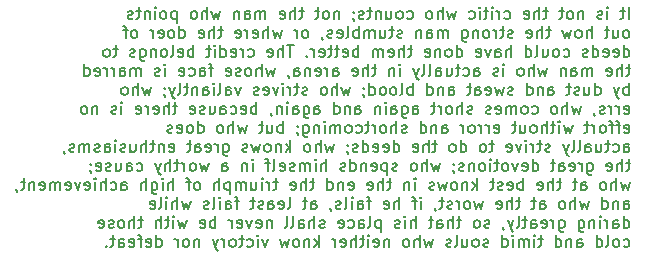
<source format=gbr>
%TF.GenerationSoftware,KiCad,Pcbnew,8.0.1*%
%TF.CreationDate,2024-08-18T17:01:31-04:00*%
%TF.ProjectId,stm32h7,73746d33-3268-4372-9e6b-696361645f70,rev?*%
%TF.SameCoordinates,Original*%
%TF.FileFunction,Legend,Bot*%
%TF.FilePolarity,Positive*%
%FSLAX46Y46*%
G04 Gerber Fmt 4.6, Leading zero omitted, Abs format (unit mm)*
G04 Created by KiCad (PCBNEW 8.0.1) date 2024-08-18 17:01:31*
%MOMM*%
%LPD*%
G01*
G04 APERTURE LIST*
%ADD10C,0.150000*%
G04 APERTURE END LIST*
D10*
X154963220Y-63100491D02*
X154963220Y-62100491D01*
X154629887Y-62433824D02*
X154248935Y-62433824D01*
X154487030Y-62100491D02*
X154487030Y-62957633D01*
X154487030Y-62957633D02*
X154439411Y-63052872D01*
X154439411Y-63052872D02*
X154344173Y-63100491D01*
X154344173Y-63100491D02*
X154248935Y-63100491D01*
X153153696Y-63100491D02*
X153153696Y-62433824D01*
X153153696Y-62100491D02*
X153201315Y-62148110D01*
X153201315Y-62148110D02*
X153153696Y-62195729D01*
X153153696Y-62195729D02*
X153106077Y-62148110D01*
X153106077Y-62148110D02*
X153153696Y-62100491D01*
X153153696Y-62100491D02*
X153153696Y-62195729D01*
X152725125Y-63052872D02*
X152629887Y-63100491D01*
X152629887Y-63100491D02*
X152439411Y-63100491D01*
X152439411Y-63100491D02*
X152344173Y-63052872D01*
X152344173Y-63052872D02*
X152296554Y-62957633D01*
X152296554Y-62957633D02*
X152296554Y-62910014D01*
X152296554Y-62910014D02*
X152344173Y-62814776D01*
X152344173Y-62814776D02*
X152439411Y-62767157D01*
X152439411Y-62767157D02*
X152582268Y-62767157D01*
X152582268Y-62767157D02*
X152677506Y-62719538D01*
X152677506Y-62719538D02*
X152725125Y-62624300D01*
X152725125Y-62624300D02*
X152725125Y-62576681D01*
X152725125Y-62576681D02*
X152677506Y-62481443D01*
X152677506Y-62481443D02*
X152582268Y-62433824D01*
X152582268Y-62433824D02*
X152439411Y-62433824D01*
X152439411Y-62433824D02*
X152344173Y-62481443D01*
X151106077Y-62433824D02*
X151106077Y-63100491D01*
X151106077Y-62529062D02*
X151058458Y-62481443D01*
X151058458Y-62481443D02*
X150963220Y-62433824D01*
X150963220Y-62433824D02*
X150820363Y-62433824D01*
X150820363Y-62433824D02*
X150725125Y-62481443D01*
X150725125Y-62481443D02*
X150677506Y-62576681D01*
X150677506Y-62576681D02*
X150677506Y-63100491D01*
X150058458Y-63100491D02*
X150153696Y-63052872D01*
X150153696Y-63052872D02*
X150201315Y-63005252D01*
X150201315Y-63005252D02*
X150248934Y-62910014D01*
X150248934Y-62910014D02*
X150248934Y-62624300D01*
X150248934Y-62624300D02*
X150201315Y-62529062D01*
X150201315Y-62529062D02*
X150153696Y-62481443D01*
X150153696Y-62481443D02*
X150058458Y-62433824D01*
X150058458Y-62433824D02*
X149915601Y-62433824D01*
X149915601Y-62433824D02*
X149820363Y-62481443D01*
X149820363Y-62481443D02*
X149772744Y-62529062D01*
X149772744Y-62529062D02*
X149725125Y-62624300D01*
X149725125Y-62624300D02*
X149725125Y-62910014D01*
X149725125Y-62910014D02*
X149772744Y-63005252D01*
X149772744Y-63005252D02*
X149820363Y-63052872D01*
X149820363Y-63052872D02*
X149915601Y-63100491D01*
X149915601Y-63100491D02*
X150058458Y-63100491D01*
X149439410Y-62433824D02*
X149058458Y-62433824D01*
X149296553Y-62100491D02*
X149296553Y-62957633D01*
X149296553Y-62957633D02*
X149248934Y-63052872D01*
X149248934Y-63052872D02*
X149153696Y-63100491D01*
X149153696Y-63100491D02*
X149058458Y-63100491D01*
X148106076Y-62433824D02*
X147725124Y-62433824D01*
X147963219Y-62100491D02*
X147963219Y-62957633D01*
X147963219Y-62957633D02*
X147915600Y-63052872D01*
X147915600Y-63052872D02*
X147820362Y-63100491D01*
X147820362Y-63100491D02*
X147725124Y-63100491D01*
X147391790Y-63100491D02*
X147391790Y-62100491D01*
X146963219Y-63100491D02*
X146963219Y-62576681D01*
X146963219Y-62576681D02*
X147010838Y-62481443D01*
X147010838Y-62481443D02*
X147106076Y-62433824D01*
X147106076Y-62433824D02*
X147248933Y-62433824D01*
X147248933Y-62433824D02*
X147344171Y-62481443D01*
X147344171Y-62481443D02*
X147391790Y-62529062D01*
X146106076Y-63052872D02*
X146201314Y-63100491D01*
X146201314Y-63100491D02*
X146391790Y-63100491D01*
X146391790Y-63100491D02*
X146487028Y-63052872D01*
X146487028Y-63052872D02*
X146534647Y-62957633D01*
X146534647Y-62957633D02*
X146534647Y-62576681D01*
X146534647Y-62576681D02*
X146487028Y-62481443D01*
X146487028Y-62481443D02*
X146391790Y-62433824D01*
X146391790Y-62433824D02*
X146201314Y-62433824D01*
X146201314Y-62433824D02*
X146106076Y-62481443D01*
X146106076Y-62481443D02*
X146058457Y-62576681D01*
X146058457Y-62576681D02*
X146058457Y-62671919D01*
X146058457Y-62671919D02*
X146534647Y-62767157D01*
X144439409Y-63052872D02*
X144534647Y-63100491D01*
X144534647Y-63100491D02*
X144725123Y-63100491D01*
X144725123Y-63100491D02*
X144820361Y-63052872D01*
X144820361Y-63052872D02*
X144867980Y-63005252D01*
X144867980Y-63005252D02*
X144915599Y-62910014D01*
X144915599Y-62910014D02*
X144915599Y-62624300D01*
X144915599Y-62624300D02*
X144867980Y-62529062D01*
X144867980Y-62529062D02*
X144820361Y-62481443D01*
X144820361Y-62481443D02*
X144725123Y-62433824D01*
X144725123Y-62433824D02*
X144534647Y-62433824D01*
X144534647Y-62433824D02*
X144439409Y-62481443D01*
X144010837Y-63100491D02*
X144010837Y-62433824D01*
X144010837Y-62624300D02*
X143963218Y-62529062D01*
X143963218Y-62529062D02*
X143915599Y-62481443D01*
X143915599Y-62481443D02*
X143820361Y-62433824D01*
X143820361Y-62433824D02*
X143725123Y-62433824D01*
X143391789Y-63100491D02*
X143391789Y-62433824D01*
X143391789Y-62100491D02*
X143439408Y-62148110D01*
X143439408Y-62148110D02*
X143391789Y-62195729D01*
X143391789Y-62195729D02*
X143344170Y-62148110D01*
X143344170Y-62148110D02*
X143391789Y-62100491D01*
X143391789Y-62100491D02*
X143391789Y-62195729D01*
X143058456Y-62433824D02*
X142677504Y-62433824D01*
X142915599Y-62100491D02*
X142915599Y-62957633D01*
X142915599Y-62957633D02*
X142867980Y-63052872D01*
X142867980Y-63052872D02*
X142772742Y-63100491D01*
X142772742Y-63100491D02*
X142677504Y-63100491D01*
X142344170Y-63100491D02*
X142344170Y-62433824D01*
X142344170Y-62100491D02*
X142391789Y-62148110D01*
X142391789Y-62148110D02*
X142344170Y-62195729D01*
X142344170Y-62195729D02*
X142296551Y-62148110D01*
X142296551Y-62148110D02*
X142344170Y-62100491D01*
X142344170Y-62100491D02*
X142344170Y-62195729D01*
X141439409Y-63052872D02*
X141534647Y-63100491D01*
X141534647Y-63100491D02*
X141725123Y-63100491D01*
X141725123Y-63100491D02*
X141820361Y-63052872D01*
X141820361Y-63052872D02*
X141867980Y-63005252D01*
X141867980Y-63005252D02*
X141915599Y-62910014D01*
X141915599Y-62910014D02*
X141915599Y-62624300D01*
X141915599Y-62624300D02*
X141867980Y-62529062D01*
X141867980Y-62529062D02*
X141820361Y-62481443D01*
X141820361Y-62481443D02*
X141725123Y-62433824D01*
X141725123Y-62433824D02*
X141534647Y-62433824D01*
X141534647Y-62433824D02*
X141439409Y-62481443D01*
X140344170Y-62433824D02*
X140153694Y-63100491D01*
X140153694Y-63100491D02*
X139963218Y-62624300D01*
X139963218Y-62624300D02*
X139772742Y-63100491D01*
X139772742Y-63100491D02*
X139582266Y-62433824D01*
X139201313Y-63100491D02*
X139201313Y-62100491D01*
X138772742Y-63100491D02*
X138772742Y-62576681D01*
X138772742Y-62576681D02*
X138820361Y-62481443D01*
X138820361Y-62481443D02*
X138915599Y-62433824D01*
X138915599Y-62433824D02*
X139058456Y-62433824D01*
X139058456Y-62433824D02*
X139153694Y-62481443D01*
X139153694Y-62481443D02*
X139201313Y-62529062D01*
X138153694Y-63100491D02*
X138248932Y-63052872D01*
X138248932Y-63052872D02*
X138296551Y-63005252D01*
X138296551Y-63005252D02*
X138344170Y-62910014D01*
X138344170Y-62910014D02*
X138344170Y-62624300D01*
X138344170Y-62624300D02*
X138296551Y-62529062D01*
X138296551Y-62529062D02*
X138248932Y-62481443D01*
X138248932Y-62481443D02*
X138153694Y-62433824D01*
X138153694Y-62433824D02*
X138010837Y-62433824D01*
X138010837Y-62433824D02*
X137915599Y-62481443D01*
X137915599Y-62481443D02*
X137867980Y-62529062D01*
X137867980Y-62529062D02*
X137820361Y-62624300D01*
X137820361Y-62624300D02*
X137820361Y-62910014D01*
X137820361Y-62910014D02*
X137867980Y-63005252D01*
X137867980Y-63005252D02*
X137915599Y-63052872D01*
X137915599Y-63052872D02*
X138010837Y-63100491D01*
X138010837Y-63100491D02*
X138153694Y-63100491D01*
X136201313Y-63052872D02*
X136296551Y-63100491D01*
X136296551Y-63100491D02*
X136487027Y-63100491D01*
X136487027Y-63100491D02*
X136582265Y-63052872D01*
X136582265Y-63052872D02*
X136629884Y-63005252D01*
X136629884Y-63005252D02*
X136677503Y-62910014D01*
X136677503Y-62910014D02*
X136677503Y-62624300D01*
X136677503Y-62624300D02*
X136629884Y-62529062D01*
X136629884Y-62529062D02*
X136582265Y-62481443D01*
X136582265Y-62481443D02*
X136487027Y-62433824D01*
X136487027Y-62433824D02*
X136296551Y-62433824D01*
X136296551Y-62433824D02*
X136201313Y-62481443D01*
X135629884Y-63100491D02*
X135725122Y-63052872D01*
X135725122Y-63052872D02*
X135772741Y-63005252D01*
X135772741Y-63005252D02*
X135820360Y-62910014D01*
X135820360Y-62910014D02*
X135820360Y-62624300D01*
X135820360Y-62624300D02*
X135772741Y-62529062D01*
X135772741Y-62529062D02*
X135725122Y-62481443D01*
X135725122Y-62481443D02*
X135629884Y-62433824D01*
X135629884Y-62433824D02*
X135487027Y-62433824D01*
X135487027Y-62433824D02*
X135391789Y-62481443D01*
X135391789Y-62481443D02*
X135344170Y-62529062D01*
X135344170Y-62529062D02*
X135296551Y-62624300D01*
X135296551Y-62624300D02*
X135296551Y-62910014D01*
X135296551Y-62910014D02*
X135344170Y-63005252D01*
X135344170Y-63005252D02*
X135391789Y-63052872D01*
X135391789Y-63052872D02*
X135487027Y-63100491D01*
X135487027Y-63100491D02*
X135629884Y-63100491D01*
X134439408Y-62433824D02*
X134439408Y-63100491D01*
X134867979Y-62433824D02*
X134867979Y-62957633D01*
X134867979Y-62957633D02*
X134820360Y-63052872D01*
X134820360Y-63052872D02*
X134725122Y-63100491D01*
X134725122Y-63100491D02*
X134582265Y-63100491D01*
X134582265Y-63100491D02*
X134487027Y-63052872D01*
X134487027Y-63052872D02*
X134439408Y-63005252D01*
X133963217Y-62433824D02*
X133963217Y-63100491D01*
X133963217Y-62529062D02*
X133915598Y-62481443D01*
X133915598Y-62481443D02*
X133820360Y-62433824D01*
X133820360Y-62433824D02*
X133677503Y-62433824D01*
X133677503Y-62433824D02*
X133582265Y-62481443D01*
X133582265Y-62481443D02*
X133534646Y-62576681D01*
X133534646Y-62576681D02*
X133534646Y-63100491D01*
X133201312Y-62433824D02*
X132820360Y-62433824D01*
X133058455Y-62100491D02*
X133058455Y-62957633D01*
X133058455Y-62957633D02*
X133010836Y-63052872D01*
X133010836Y-63052872D02*
X132915598Y-63100491D01*
X132915598Y-63100491D02*
X132820360Y-63100491D01*
X132534645Y-63052872D02*
X132439407Y-63100491D01*
X132439407Y-63100491D02*
X132248931Y-63100491D01*
X132248931Y-63100491D02*
X132153693Y-63052872D01*
X132153693Y-63052872D02*
X132106074Y-62957633D01*
X132106074Y-62957633D02*
X132106074Y-62910014D01*
X132106074Y-62910014D02*
X132153693Y-62814776D01*
X132153693Y-62814776D02*
X132248931Y-62767157D01*
X132248931Y-62767157D02*
X132391788Y-62767157D01*
X132391788Y-62767157D02*
X132487026Y-62719538D01*
X132487026Y-62719538D02*
X132534645Y-62624300D01*
X132534645Y-62624300D02*
X132534645Y-62576681D01*
X132534645Y-62576681D02*
X132487026Y-62481443D01*
X132487026Y-62481443D02*
X132391788Y-62433824D01*
X132391788Y-62433824D02*
X132248931Y-62433824D01*
X132248931Y-62433824D02*
X132153693Y-62481443D01*
X131629883Y-63052872D02*
X131629883Y-63100491D01*
X131629883Y-63100491D02*
X131677502Y-63195729D01*
X131677502Y-63195729D02*
X131725121Y-63243348D01*
X131677502Y-62481443D02*
X131629883Y-62529062D01*
X131629883Y-62529062D02*
X131677502Y-62576681D01*
X131677502Y-62576681D02*
X131725121Y-62529062D01*
X131725121Y-62529062D02*
X131677502Y-62481443D01*
X131677502Y-62481443D02*
X131677502Y-62576681D01*
X130439407Y-62433824D02*
X130439407Y-63100491D01*
X130439407Y-62529062D02*
X130391788Y-62481443D01*
X130391788Y-62481443D02*
X130296550Y-62433824D01*
X130296550Y-62433824D02*
X130153693Y-62433824D01*
X130153693Y-62433824D02*
X130058455Y-62481443D01*
X130058455Y-62481443D02*
X130010836Y-62576681D01*
X130010836Y-62576681D02*
X130010836Y-63100491D01*
X129391788Y-63100491D02*
X129487026Y-63052872D01*
X129487026Y-63052872D02*
X129534645Y-63005252D01*
X129534645Y-63005252D02*
X129582264Y-62910014D01*
X129582264Y-62910014D02*
X129582264Y-62624300D01*
X129582264Y-62624300D02*
X129534645Y-62529062D01*
X129534645Y-62529062D02*
X129487026Y-62481443D01*
X129487026Y-62481443D02*
X129391788Y-62433824D01*
X129391788Y-62433824D02*
X129248931Y-62433824D01*
X129248931Y-62433824D02*
X129153693Y-62481443D01*
X129153693Y-62481443D02*
X129106074Y-62529062D01*
X129106074Y-62529062D02*
X129058455Y-62624300D01*
X129058455Y-62624300D02*
X129058455Y-62910014D01*
X129058455Y-62910014D02*
X129106074Y-63005252D01*
X129106074Y-63005252D02*
X129153693Y-63052872D01*
X129153693Y-63052872D02*
X129248931Y-63100491D01*
X129248931Y-63100491D02*
X129391788Y-63100491D01*
X128772740Y-62433824D02*
X128391788Y-62433824D01*
X128629883Y-62100491D02*
X128629883Y-62957633D01*
X128629883Y-62957633D02*
X128582264Y-63052872D01*
X128582264Y-63052872D02*
X128487026Y-63100491D01*
X128487026Y-63100491D02*
X128391788Y-63100491D01*
X127439406Y-62433824D02*
X127058454Y-62433824D01*
X127296549Y-62100491D02*
X127296549Y-62957633D01*
X127296549Y-62957633D02*
X127248930Y-63052872D01*
X127248930Y-63052872D02*
X127153692Y-63100491D01*
X127153692Y-63100491D02*
X127058454Y-63100491D01*
X126725120Y-63100491D02*
X126725120Y-62100491D01*
X126296549Y-63100491D02*
X126296549Y-62576681D01*
X126296549Y-62576681D02*
X126344168Y-62481443D01*
X126344168Y-62481443D02*
X126439406Y-62433824D01*
X126439406Y-62433824D02*
X126582263Y-62433824D01*
X126582263Y-62433824D02*
X126677501Y-62481443D01*
X126677501Y-62481443D02*
X126725120Y-62529062D01*
X125439406Y-63052872D02*
X125534644Y-63100491D01*
X125534644Y-63100491D02*
X125725120Y-63100491D01*
X125725120Y-63100491D02*
X125820358Y-63052872D01*
X125820358Y-63052872D02*
X125867977Y-62957633D01*
X125867977Y-62957633D02*
X125867977Y-62576681D01*
X125867977Y-62576681D02*
X125820358Y-62481443D01*
X125820358Y-62481443D02*
X125725120Y-62433824D01*
X125725120Y-62433824D02*
X125534644Y-62433824D01*
X125534644Y-62433824D02*
X125439406Y-62481443D01*
X125439406Y-62481443D02*
X125391787Y-62576681D01*
X125391787Y-62576681D02*
X125391787Y-62671919D01*
X125391787Y-62671919D02*
X125867977Y-62767157D01*
X124201310Y-63100491D02*
X124201310Y-62433824D01*
X124201310Y-62529062D02*
X124153691Y-62481443D01*
X124153691Y-62481443D02*
X124058453Y-62433824D01*
X124058453Y-62433824D02*
X123915596Y-62433824D01*
X123915596Y-62433824D02*
X123820358Y-62481443D01*
X123820358Y-62481443D02*
X123772739Y-62576681D01*
X123772739Y-62576681D02*
X123772739Y-63100491D01*
X123772739Y-62576681D02*
X123725120Y-62481443D01*
X123725120Y-62481443D02*
X123629882Y-62433824D01*
X123629882Y-62433824D02*
X123487025Y-62433824D01*
X123487025Y-62433824D02*
X123391786Y-62481443D01*
X123391786Y-62481443D02*
X123344167Y-62576681D01*
X123344167Y-62576681D02*
X123344167Y-63100491D01*
X122439406Y-63100491D02*
X122439406Y-62576681D01*
X122439406Y-62576681D02*
X122487025Y-62481443D01*
X122487025Y-62481443D02*
X122582263Y-62433824D01*
X122582263Y-62433824D02*
X122772739Y-62433824D01*
X122772739Y-62433824D02*
X122867977Y-62481443D01*
X122439406Y-63052872D02*
X122534644Y-63100491D01*
X122534644Y-63100491D02*
X122772739Y-63100491D01*
X122772739Y-63100491D02*
X122867977Y-63052872D01*
X122867977Y-63052872D02*
X122915596Y-62957633D01*
X122915596Y-62957633D02*
X122915596Y-62862395D01*
X122915596Y-62862395D02*
X122867977Y-62767157D01*
X122867977Y-62767157D02*
X122772739Y-62719538D01*
X122772739Y-62719538D02*
X122534644Y-62719538D01*
X122534644Y-62719538D02*
X122439406Y-62671919D01*
X121963215Y-62433824D02*
X121963215Y-63100491D01*
X121963215Y-62529062D02*
X121915596Y-62481443D01*
X121915596Y-62481443D02*
X121820358Y-62433824D01*
X121820358Y-62433824D02*
X121677501Y-62433824D01*
X121677501Y-62433824D02*
X121582263Y-62481443D01*
X121582263Y-62481443D02*
X121534644Y-62576681D01*
X121534644Y-62576681D02*
X121534644Y-63100491D01*
X120391786Y-62433824D02*
X120201310Y-63100491D01*
X120201310Y-63100491D02*
X120010834Y-62624300D01*
X120010834Y-62624300D02*
X119820358Y-63100491D01*
X119820358Y-63100491D02*
X119629882Y-62433824D01*
X119248929Y-63100491D02*
X119248929Y-62100491D01*
X118820358Y-63100491D02*
X118820358Y-62576681D01*
X118820358Y-62576681D02*
X118867977Y-62481443D01*
X118867977Y-62481443D02*
X118963215Y-62433824D01*
X118963215Y-62433824D02*
X119106072Y-62433824D01*
X119106072Y-62433824D02*
X119201310Y-62481443D01*
X119201310Y-62481443D02*
X119248929Y-62529062D01*
X118201310Y-63100491D02*
X118296548Y-63052872D01*
X118296548Y-63052872D02*
X118344167Y-63005252D01*
X118344167Y-63005252D02*
X118391786Y-62910014D01*
X118391786Y-62910014D02*
X118391786Y-62624300D01*
X118391786Y-62624300D02*
X118344167Y-62529062D01*
X118344167Y-62529062D02*
X118296548Y-62481443D01*
X118296548Y-62481443D02*
X118201310Y-62433824D01*
X118201310Y-62433824D02*
X118058453Y-62433824D01*
X118058453Y-62433824D02*
X117963215Y-62481443D01*
X117963215Y-62481443D02*
X117915596Y-62529062D01*
X117915596Y-62529062D02*
X117867977Y-62624300D01*
X117867977Y-62624300D02*
X117867977Y-62910014D01*
X117867977Y-62910014D02*
X117915596Y-63005252D01*
X117915596Y-63005252D02*
X117963215Y-63052872D01*
X117963215Y-63052872D02*
X118058453Y-63100491D01*
X118058453Y-63100491D02*
X118201310Y-63100491D01*
X116677500Y-62433824D02*
X116677500Y-63433824D01*
X116677500Y-62481443D02*
X116582262Y-62433824D01*
X116582262Y-62433824D02*
X116391786Y-62433824D01*
X116391786Y-62433824D02*
X116296548Y-62481443D01*
X116296548Y-62481443D02*
X116248929Y-62529062D01*
X116248929Y-62529062D02*
X116201310Y-62624300D01*
X116201310Y-62624300D02*
X116201310Y-62910014D01*
X116201310Y-62910014D02*
X116248929Y-63005252D01*
X116248929Y-63005252D02*
X116296548Y-63052872D01*
X116296548Y-63052872D02*
X116391786Y-63100491D01*
X116391786Y-63100491D02*
X116582262Y-63100491D01*
X116582262Y-63100491D02*
X116677500Y-63052872D01*
X115629881Y-63100491D02*
X115725119Y-63052872D01*
X115725119Y-63052872D02*
X115772738Y-63005252D01*
X115772738Y-63005252D02*
X115820357Y-62910014D01*
X115820357Y-62910014D02*
X115820357Y-62624300D01*
X115820357Y-62624300D02*
X115772738Y-62529062D01*
X115772738Y-62529062D02*
X115725119Y-62481443D01*
X115725119Y-62481443D02*
X115629881Y-62433824D01*
X115629881Y-62433824D02*
X115487024Y-62433824D01*
X115487024Y-62433824D02*
X115391786Y-62481443D01*
X115391786Y-62481443D02*
X115344167Y-62529062D01*
X115344167Y-62529062D02*
X115296548Y-62624300D01*
X115296548Y-62624300D02*
X115296548Y-62910014D01*
X115296548Y-62910014D02*
X115344167Y-63005252D01*
X115344167Y-63005252D02*
X115391786Y-63052872D01*
X115391786Y-63052872D02*
X115487024Y-63100491D01*
X115487024Y-63100491D02*
X115629881Y-63100491D01*
X114867976Y-63100491D02*
X114867976Y-62433824D01*
X114867976Y-62100491D02*
X114915595Y-62148110D01*
X114915595Y-62148110D02*
X114867976Y-62195729D01*
X114867976Y-62195729D02*
X114820357Y-62148110D01*
X114820357Y-62148110D02*
X114867976Y-62100491D01*
X114867976Y-62100491D02*
X114867976Y-62195729D01*
X114391786Y-62433824D02*
X114391786Y-63100491D01*
X114391786Y-62529062D02*
X114344167Y-62481443D01*
X114344167Y-62481443D02*
X114248929Y-62433824D01*
X114248929Y-62433824D02*
X114106072Y-62433824D01*
X114106072Y-62433824D02*
X114010834Y-62481443D01*
X114010834Y-62481443D02*
X113963215Y-62576681D01*
X113963215Y-62576681D02*
X113963215Y-63100491D01*
X113629881Y-62433824D02*
X113248929Y-62433824D01*
X113487024Y-62100491D02*
X113487024Y-62957633D01*
X113487024Y-62957633D02*
X113439405Y-63052872D01*
X113439405Y-63052872D02*
X113344167Y-63100491D01*
X113344167Y-63100491D02*
X113248929Y-63100491D01*
X112963214Y-63052872D02*
X112867976Y-63100491D01*
X112867976Y-63100491D02*
X112677500Y-63100491D01*
X112677500Y-63100491D02*
X112582262Y-63052872D01*
X112582262Y-63052872D02*
X112534643Y-62957633D01*
X112534643Y-62957633D02*
X112534643Y-62910014D01*
X112534643Y-62910014D02*
X112582262Y-62814776D01*
X112582262Y-62814776D02*
X112677500Y-62767157D01*
X112677500Y-62767157D02*
X112820357Y-62767157D01*
X112820357Y-62767157D02*
X112915595Y-62719538D01*
X112915595Y-62719538D02*
X112963214Y-62624300D01*
X112963214Y-62624300D02*
X112963214Y-62576681D01*
X112963214Y-62576681D02*
X112915595Y-62481443D01*
X112915595Y-62481443D02*
X112820357Y-62433824D01*
X112820357Y-62433824D02*
X112677500Y-62433824D01*
X112677500Y-62433824D02*
X112582262Y-62481443D01*
X154820363Y-64710435D02*
X154915601Y-64662816D01*
X154915601Y-64662816D02*
X154963220Y-64615196D01*
X154963220Y-64615196D02*
X155010839Y-64519958D01*
X155010839Y-64519958D02*
X155010839Y-64234244D01*
X155010839Y-64234244D02*
X154963220Y-64139006D01*
X154963220Y-64139006D02*
X154915601Y-64091387D01*
X154915601Y-64091387D02*
X154820363Y-64043768D01*
X154820363Y-64043768D02*
X154677506Y-64043768D01*
X154677506Y-64043768D02*
X154582268Y-64091387D01*
X154582268Y-64091387D02*
X154534649Y-64139006D01*
X154534649Y-64139006D02*
X154487030Y-64234244D01*
X154487030Y-64234244D02*
X154487030Y-64519958D01*
X154487030Y-64519958D02*
X154534649Y-64615196D01*
X154534649Y-64615196D02*
X154582268Y-64662816D01*
X154582268Y-64662816D02*
X154677506Y-64710435D01*
X154677506Y-64710435D02*
X154820363Y-64710435D01*
X153629887Y-64043768D02*
X153629887Y-64710435D01*
X154058458Y-64043768D02*
X154058458Y-64567577D01*
X154058458Y-64567577D02*
X154010839Y-64662816D01*
X154010839Y-64662816D02*
X153915601Y-64710435D01*
X153915601Y-64710435D02*
X153772744Y-64710435D01*
X153772744Y-64710435D02*
X153677506Y-64662816D01*
X153677506Y-64662816D02*
X153629887Y-64615196D01*
X153296553Y-64043768D02*
X152915601Y-64043768D01*
X153153696Y-63710435D02*
X153153696Y-64567577D01*
X153153696Y-64567577D02*
X153106077Y-64662816D01*
X153106077Y-64662816D02*
X153010839Y-64710435D01*
X153010839Y-64710435D02*
X152915601Y-64710435D01*
X151820362Y-64710435D02*
X151820362Y-63710435D01*
X151391791Y-64710435D02*
X151391791Y-64186625D01*
X151391791Y-64186625D02*
X151439410Y-64091387D01*
X151439410Y-64091387D02*
X151534648Y-64043768D01*
X151534648Y-64043768D02*
X151677505Y-64043768D01*
X151677505Y-64043768D02*
X151772743Y-64091387D01*
X151772743Y-64091387D02*
X151820362Y-64139006D01*
X150772743Y-64710435D02*
X150867981Y-64662816D01*
X150867981Y-64662816D02*
X150915600Y-64615196D01*
X150915600Y-64615196D02*
X150963219Y-64519958D01*
X150963219Y-64519958D02*
X150963219Y-64234244D01*
X150963219Y-64234244D02*
X150915600Y-64139006D01*
X150915600Y-64139006D02*
X150867981Y-64091387D01*
X150867981Y-64091387D02*
X150772743Y-64043768D01*
X150772743Y-64043768D02*
X150629886Y-64043768D01*
X150629886Y-64043768D02*
X150534648Y-64091387D01*
X150534648Y-64091387D02*
X150487029Y-64139006D01*
X150487029Y-64139006D02*
X150439410Y-64234244D01*
X150439410Y-64234244D02*
X150439410Y-64519958D01*
X150439410Y-64519958D02*
X150487029Y-64615196D01*
X150487029Y-64615196D02*
X150534648Y-64662816D01*
X150534648Y-64662816D02*
X150629886Y-64710435D01*
X150629886Y-64710435D02*
X150772743Y-64710435D01*
X150106076Y-64043768D02*
X149915600Y-64710435D01*
X149915600Y-64710435D02*
X149725124Y-64234244D01*
X149725124Y-64234244D02*
X149534648Y-64710435D01*
X149534648Y-64710435D02*
X149344172Y-64043768D01*
X148344171Y-64043768D02*
X147963219Y-64043768D01*
X148201314Y-63710435D02*
X148201314Y-64567577D01*
X148201314Y-64567577D02*
X148153695Y-64662816D01*
X148153695Y-64662816D02*
X148058457Y-64710435D01*
X148058457Y-64710435D02*
X147963219Y-64710435D01*
X147629885Y-64710435D02*
X147629885Y-63710435D01*
X147201314Y-64710435D02*
X147201314Y-64186625D01*
X147201314Y-64186625D02*
X147248933Y-64091387D01*
X147248933Y-64091387D02*
X147344171Y-64043768D01*
X147344171Y-64043768D02*
X147487028Y-64043768D01*
X147487028Y-64043768D02*
X147582266Y-64091387D01*
X147582266Y-64091387D02*
X147629885Y-64139006D01*
X146344171Y-64662816D02*
X146439409Y-64710435D01*
X146439409Y-64710435D02*
X146629885Y-64710435D01*
X146629885Y-64710435D02*
X146725123Y-64662816D01*
X146725123Y-64662816D02*
X146772742Y-64567577D01*
X146772742Y-64567577D02*
X146772742Y-64186625D01*
X146772742Y-64186625D02*
X146725123Y-64091387D01*
X146725123Y-64091387D02*
X146629885Y-64043768D01*
X146629885Y-64043768D02*
X146439409Y-64043768D01*
X146439409Y-64043768D02*
X146344171Y-64091387D01*
X146344171Y-64091387D02*
X146296552Y-64186625D01*
X146296552Y-64186625D02*
X146296552Y-64281863D01*
X146296552Y-64281863D02*
X146772742Y-64377101D01*
X145153694Y-64662816D02*
X145058456Y-64710435D01*
X145058456Y-64710435D02*
X144867980Y-64710435D01*
X144867980Y-64710435D02*
X144772742Y-64662816D01*
X144772742Y-64662816D02*
X144725123Y-64567577D01*
X144725123Y-64567577D02*
X144725123Y-64519958D01*
X144725123Y-64519958D02*
X144772742Y-64424720D01*
X144772742Y-64424720D02*
X144867980Y-64377101D01*
X144867980Y-64377101D02*
X145010837Y-64377101D01*
X145010837Y-64377101D02*
X145106075Y-64329482D01*
X145106075Y-64329482D02*
X145153694Y-64234244D01*
X145153694Y-64234244D02*
X145153694Y-64186625D01*
X145153694Y-64186625D02*
X145106075Y-64091387D01*
X145106075Y-64091387D02*
X145010837Y-64043768D01*
X145010837Y-64043768D02*
X144867980Y-64043768D01*
X144867980Y-64043768D02*
X144772742Y-64091387D01*
X144439408Y-64043768D02*
X144058456Y-64043768D01*
X144296551Y-63710435D02*
X144296551Y-64567577D01*
X144296551Y-64567577D02*
X144248932Y-64662816D01*
X144248932Y-64662816D02*
X144153694Y-64710435D01*
X144153694Y-64710435D02*
X144058456Y-64710435D01*
X143725122Y-64710435D02*
X143725122Y-64043768D01*
X143725122Y-64234244D02*
X143677503Y-64139006D01*
X143677503Y-64139006D02*
X143629884Y-64091387D01*
X143629884Y-64091387D02*
X143534646Y-64043768D01*
X143534646Y-64043768D02*
X143439408Y-64043768D01*
X142963217Y-64710435D02*
X143058455Y-64662816D01*
X143058455Y-64662816D02*
X143106074Y-64615196D01*
X143106074Y-64615196D02*
X143153693Y-64519958D01*
X143153693Y-64519958D02*
X143153693Y-64234244D01*
X143153693Y-64234244D02*
X143106074Y-64139006D01*
X143106074Y-64139006D02*
X143058455Y-64091387D01*
X143058455Y-64091387D02*
X142963217Y-64043768D01*
X142963217Y-64043768D02*
X142820360Y-64043768D01*
X142820360Y-64043768D02*
X142725122Y-64091387D01*
X142725122Y-64091387D02*
X142677503Y-64139006D01*
X142677503Y-64139006D02*
X142629884Y-64234244D01*
X142629884Y-64234244D02*
X142629884Y-64519958D01*
X142629884Y-64519958D02*
X142677503Y-64615196D01*
X142677503Y-64615196D02*
X142725122Y-64662816D01*
X142725122Y-64662816D02*
X142820360Y-64710435D01*
X142820360Y-64710435D02*
X142963217Y-64710435D01*
X142201312Y-64043768D02*
X142201312Y-64710435D01*
X142201312Y-64139006D02*
X142153693Y-64091387D01*
X142153693Y-64091387D02*
X142058455Y-64043768D01*
X142058455Y-64043768D02*
X141915598Y-64043768D01*
X141915598Y-64043768D02*
X141820360Y-64091387D01*
X141820360Y-64091387D02*
X141772741Y-64186625D01*
X141772741Y-64186625D02*
X141772741Y-64710435D01*
X140867979Y-64043768D02*
X140867979Y-64853292D01*
X140867979Y-64853292D02*
X140915598Y-64948530D01*
X140915598Y-64948530D02*
X140963217Y-64996149D01*
X140963217Y-64996149D02*
X141058455Y-65043768D01*
X141058455Y-65043768D02*
X141201312Y-65043768D01*
X141201312Y-65043768D02*
X141296550Y-64996149D01*
X140867979Y-64662816D02*
X140963217Y-64710435D01*
X140963217Y-64710435D02*
X141153693Y-64710435D01*
X141153693Y-64710435D02*
X141248931Y-64662816D01*
X141248931Y-64662816D02*
X141296550Y-64615196D01*
X141296550Y-64615196D02*
X141344169Y-64519958D01*
X141344169Y-64519958D02*
X141344169Y-64234244D01*
X141344169Y-64234244D02*
X141296550Y-64139006D01*
X141296550Y-64139006D02*
X141248931Y-64091387D01*
X141248931Y-64091387D02*
X141153693Y-64043768D01*
X141153693Y-64043768D02*
X140963217Y-64043768D01*
X140963217Y-64043768D02*
X140867979Y-64091387D01*
X139629883Y-64710435D02*
X139629883Y-64043768D01*
X139629883Y-64139006D02*
X139582264Y-64091387D01*
X139582264Y-64091387D02*
X139487026Y-64043768D01*
X139487026Y-64043768D02*
X139344169Y-64043768D01*
X139344169Y-64043768D02*
X139248931Y-64091387D01*
X139248931Y-64091387D02*
X139201312Y-64186625D01*
X139201312Y-64186625D02*
X139201312Y-64710435D01*
X139201312Y-64186625D02*
X139153693Y-64091387D01*
X139153693Y-64091387D02*
X139058455Y-64043768D01*
X139058455Y-64043768D02*
X138915598Y-64043768D01*
X138915598Y-64043768D02*
X138820359Y-64091387D01*
X138820359Y-64091387D02*
X138772740Y-64186625D01*
X138772740Y-64186625D02*
X138772740Y-64710435D01*
X137867979Y-64710435D02*
X137867979Y-64186625D01*
X137867979Y-64186625D02*
X137915598Y-64091387D01*
X137915598Y-64091387D02*
X138010836Y-64043768D01*
X138010836Y-64043768D02*
X138201312Y-64043768D01*
X138201312Y-64043768D02*
X138296550Y-64091387D01*
X137867979Y-64662816D02*
X137963217Y-64710435D01*
X137963217Y-64710435D02*
X138201312Y-64710435D01*
X138201312Y-64710435D02*
X138296550Y-64662816D01*
X138296550Y-64662816D02*
X138344169Y-64567577D01*
X138344169Y-64567577D02*
X138344169Y-64472339D01*
X138344169Y-64472339D02*
X138296550Y-64377101D01*
X138296550Y-64377101D02*
X138201312Y-64329482D01*
X138201312Y-64329482D02*
X137963217Y-64329482D01*
X137963217Y-64329482D02*
X137867979Y-64281863D01*
X137391788Y-64043768D02*
X137391788Y-64710435D01*
X137391788Y-64139006D02*
X137344169Y-64091387D01*
X137344169Y-64091387D02*
X137248931Y-64043768D01*
X137248931Y-64043768D02*
X137106074Y-64043768D01*
X137106074Y-64043768D02*
X137010836Y-64091387D01*
X137010836Y-64091387D02*
X136963217Y-64186625D01*
X136963217Y-64186625D02*
X136963217Y-64710435D01*
X135772740Y-64662816D02*
X135677502Y-64710435D01*
X135677502Y-64710435D02*
X135487026Y-64710435D01*
X135487026Y-64710435D02*
X135391788Y-64662816D01*
X135391788Y-64662816D02*
X135344169Y-64567577D01*
X135344169Y-64567577D02*
X135344169Y-64519958D01*
X135344169Y-64519958D02*
X135391788Y-64424720D01*
X135391788Y-64424720D02*
X135487026Y-64377101D01*
X135487026Y-64377101D02*
X135629883Y-64377101D01*
X135629883Y-64377101D02*
X135725121Y-64329482D01*
X135725121Y-64329482D02*
X135772740Y-64234244D01*
X135772740Y-64234244D02*
X135772740Y-64186625D01*
X135772740Y-64186625D02*
X135725121Y-64091387D01*
X135725121Y-64091387D02*
X135629883Y-64043768D01*
X135629883Y-64043768D02*
X135487026Y-64043768D01*
X135487026Y-64043768D02*
X135391788Y-64091387D01*
X135058454Y-64043768D02*
X134677502Y-64043768D01*
X134915597Y-63710435D02*
X134915597Y-64567577D01*
X134915597Y-64567577D02*
X134867978Y-64662816D01*
X134867978Y-64662816D02*
X134772740Y-64710435D01*
X134772740Y-64710435D02*
X134677502Y-64710435D01*
X133915597Y-64043768D02*
X133915597Y-64710435D01*
X134344168Y-64043768D02*
X134344168Y-64567577D01*
X134344168Y-64567577D02*
X134296549Y-64662816D01*
X134296549Y-64662816D02*
X134201311Y-64710435D01*
X134201311Y-64710435D02*
X134058454Y-64710435D01*
X134058454Y-64710435D02*
X133963216Y-64662816D01*
X133963216Y-64662816D02*
X133915597Y-64615196D01*
X133439406Y-64710435D02*
X133439406Y-64043768D01*
X133439406Y-64139006D02*
X133391787Y-64091387D01*
X133391787Y-64091387D02*
X133296549Y-64043768D01*
X133296549Y-64043768D02*
X133153692Y-64043768D01*
X133153692Y-64043768D02*
X133058454Y-64091387D01*
X133058454Y-64091387D02*
X133010835Y-64186625D01*
X133010835Y-64186625D02*
X133010835Y-64710435D01*
X133010835Y-64186625D02*
X132963216Y-64091387D01*
X132963216Y-64091387D02*
X132867978Y-64043768D01*
X132867978Y-64043768D02*
X132725121Y-64043768D01*
X132725121Y-64043768D02*
X132629882Y-64091387D01*
X132629882Y-64091387D02*
X132582263Y-64186625D01*
X132582263Y-64186625D02*
X132582263Y-64710435D01*
X132106073Y-64710435D02*
X132106073Y-63710435D01*
X132106073Y-64091387D02*
X132010835Y-64043768D01*
X132010835Y-64043768D02*
X131820359Y-64043768D01*
X131820359Y-64043768D02*
X131725121Y-64091387D01*
X131725121Y-64091387D02*
X131677502Y-64139006D01*
X131677502Y-64139006D02*
X131629883Y-64234244D01*
X131629883Y-64234244D02*
X131629883Y-64519958D01*
X131629883Y-64519958D02*
X131677502Y-64615196D01*
X131677502Y-64615196D02*
X131725121Y-64662816D01*
X131725121Y-64662816D02*
X131820359Y-64710435D01*
X131820359Y-64710435D02*
X132010835Y-64710435D01*
X132010835Y-64710435D02*
X132106073Y-64662816D01*
X131058454Y-64710435D02*
X131153692Y-64662816D01*
X131153692Y-64662816D02*
X131201311Y-64567577D01*
X131201311Y-64567577D02*
X131201311Y-63710435D01*
X130296549Y-64662816D02*
X130391787Y-64710435D01*
X130391787Y-64710435D02*
X130582263Y-64710435D01*
X130582263Y-64710435D02*
X130677501Y-64662816D01*
X130677501Y-64662816D02*
X130725120Y-64567577D01*
X130725120Y-64567577D02*
X130725120Y-64186625D01*
X130725120Y-64186625D02*
X130677501Y-64091387D01*
X130677501Y-64091387D02*
X130582263Y-64043768D01*
X130582263Y-64043768D02*
X130391787Y-64043768D01*
X130391787Y-64043768D02*
X130296549Y-64091387D01*
X130296549Y-64091387D02*
X130248930Y-64186625D01*
X130248930Y-64186625D02*
X130248930Y-64281863D01*
X130248930Y-64281863D02*
X130725120Y-64377101D01*
X129867977Y-64662816D02*
X129772739Y-64710435D01*
X129772739Y-64710435D02*
X129582263Y-64710435D01*
X129582263Y-64710435D02*
X129487025Y-64662816D01*
X129487025Y-64662816D02*
X129439406Y-64567577D01*
X129439406Y-64567577D02*
X129439406Y-64519958D01*
X129439406Y-64519958D02*
X129487025Y-64424720D01*
X129487025Y-64424720D02*
X129582263Y-64377101D01*
X129582263Y-64377101D02*
X129725120Y-64377101D01*
X129725120Y-64377101D02*
X129820358Y-64329482D01*
X129820358Y-64329482D02*
X129867977Y-64234244D01*
X129867977Y-64234244D02*
X129867977Y-64186625D01*
X129867977Y-64186625D02*
X129820358Y-64091387D01*
X129820358Y-64091387D02*
X129725120Y-64043768D01*
X129725120Y-64043768D02*
X129582263Y-64043768D01*
X129582263Y-64043768D02*
X129487025Y-64091387D01*
X128963215Y-64662816D02*
X128963215Y-64710435D01*
X128963215Y-64710435D02*
X129010834Y-64805673D01*
X129010834Y-64805673D02*
X129058453Y-64853292D01*
X127629882Y-64710435D02*
X127725120Y-64662816D01*
X127725120Y-64662816D02*
X127772739Y-64615196D01*
X127772739Y-64615196D02*
X127820358Y-64519958D01*
X127820358Y-64519958D02*
X127820358Y-64234244D01*
X127820358Y-64234244D02*
X127772739Y-64139006D01*
X127772739Y-64139006D02*
X127725120Y-64091387D01*
X127725120Y-64091387D02*
X127629882Y-64043768D01*
X127629882Y-64043768D02*
X127487025Y-64043768D01*
X127487025Y-64043768D02*
X127391787Y-64091387D01*
X127391787Y-64091387D02*
X127344168Y-64139006D01*
X127344168Y-64139006D02*
X127296549Y-64234244D01*
X127296549Y-64234244D02*
X127296549Y-64519958D01*
X127296549Y-64519958D02*
X127344168Y-64615196D01*
X127344168Y-64615196D02*
X127391787Y-64662816D01*
X127391787Y-64662816D02*
X127487025Y-64710435D01*
X127487025Y-64710435D02*
X127629882Y-64710435D01*
X126867977Y-64710435D02*
X126867977Y-64043768D01*
X126867977Y-64234244D02*
X126820358Y-64139006D01*
X126820358Y-64139006D02*
X126772739Y-64091387D01*
X126772739Y-64091387D02*
X126677501Y-64043768D01*
X126677501Y-64043768D02*
X126582263Y-64043768D01*
X125582262Y-64043768D02*
X125391786Y-64710435D01*
X125391786Y-64710435D02*
X125201310Y-64234244D01*
X125201310Y-64234244D02*
X125010834Y-64710435D01*
X125010834Y-64710435D02*
X124820358Y-64043768D01*
X124439405Y-64710435D02*
X124439405Y-63710435D01*
X124010834Y-64710435D02*
X124010834Y-64186625D01*
X124010834Y-64186625D02*
X124058453Y-64091387D01*
X124058453Y-64091387D02*
X124153691Y-64043768D01*
X124153691Y-64043768D02*
X124296548Y-64043768D01*
X124296548Y-64043768D02*
X124391786Y-64091387D01*
X124391786Y-64091387D02*
X124439405Y-64139006D01*
X123153691Y-64662816D02*
X123248929Y-64710435D01*
X123248929Y-64710435D02*
X123439405Y-64710435D01*
X123439405Y-64710435D02*
X123534643Y-64662816D01*
X123534643Y-64662816D02*
X123582262Y-64567577D01*
X123582262Y-64567577D02*
X123582262Y-64186625D01*
X123582262Y-64186625D02*
X123534643Y-64091387D01*
X123534643Y-64091387D02*
X123439405Y-64043768D01*
X123439405Y-64043768D02*
X123248929Y-64043768D01*
X123248929Y-64043768D02*
X123153691Y-64091387D01*
X123153691Y-64091387D02*
X123106072Y-64186625D01*
X123106072Y-64186625D02*
X123106072Y-64281863D01*
X123106072Y-64281863D02*
X123582262Y-64377101D01*
X122677500Y-64710435D02*
X122677500Y-64043768D01*
X122677500Y-64234244D02*
X122629881Y-64139006D01*
X122629881Y-64139006D02*
X122582262Y-64091387D01*
X122582262Y-64091387D02*
X122487024Y-64043768D01*
X122487024Y-64043768D02*
X122391786Y-64043768D01*
X121677500Y-64662816D02*
X121772738Y-64710435D01*
X121772738Y-64710435D02*
X121963214Y-64710435D01*
X121963214Y-64710435D02*
X122058452Y-64662816D01*
X122058452Y-64662816D02*
X122106071Y-64567577D01*
X122106071Y-64567577D02*
X122106071Y-64186625D01*
X122106071Y-64186625D02*
X122058452Y-64091387D01*
X122058452Y-64091387D02*
X121963214Y-64043768D01*
X121963214Y-64043768D02*
X121772738Y-64043768D01*
X121772738Y-64043768D02*
X121677500Y-64091387D01*
X121677500Y-64091387D02*
X121629881Y-64186625D01*
X121629881Y-64186625D02*
X121629881Y-64281863D01*
X121629881Y-64281863D02*
X122106071Y-64377101D01*
X120582261Y-64043768D02*
X120201309Y-64043768D01*
X120439404Y-63710435D02*
X120439404Y-64567577D01*
X120439404Y-64567577D02*
X120391785Y-64662816D01*
X120391785Y-64662816D02*
X120296547Y-64710435D01*
X120296547Y-64710435D02*
X120201309Y-64710435D01*
X119867975Y-64710435D02*
X119867975Y-63710435D01*
X119439404Y-64710435D02*
X119439404Y-64186625D01*
X119439404Y-64186625D02*
X119487023Y-64091387D01*
X119487023Y-64091387D02*
X119582261Y-64043768D01*
X119582261Y-64043768D02*
X119725118Y-64043768D01*
X119725118Y-64043768D02*
X119820356Y-64091387D01*
X119820356Y-64091387D02*
X119867975Y-64139006D01*
X118582261Y-64662816D02*
X118677499Y-64710435D01*
X118677499Y-64710435D02*
X118867975Y-64710435D01*
X118867975Y-64710435D02*
X118963213Y-64662816D01*
X118963213Y-64662816D02*
X119010832Y-64567577D01*
X119010832Y-64567577D02*
X119010832Y-64186625D01*
X119010832Y-64186625D02*
X118963213Y-64091387D01*
X118963213Y-64091387D02*
X118867975Y-64043768D01*
X118867975Y-64043768D02*
X118677499Y-64043768D01*
X118677499Y-64043768D02*
X118582261Y-64091387D01*
X118582261Y-64091387D02*
X118534642Y-64186625D01*
X118534642Y-64186625D02*
X118534642Y-64281863D01*
X118534642Y-64281863D02*
X119010832Y-64377101D01*
X116915594Y-64710435D02*
X116915594Y-63710435D01*
X116915594Y-64662816D02*
X117010832Y-64710435D01*
X117010832Y-64710435D02*
X117201308Y-64710435D01*
X117201308Y-64710435D02*
X117296546Y-64662816D01*
X117296546Y-64662816D02*
X117344165Y-64615196D01*
X117344165Y-64615196D02*
X117391784Y-64519958D01*
X117391784Y-64519958D02*
X117391784Y-64234244D01*
X117391784Y-64234244D02*
X117344165Y-64139006D01*
X117344165Y-64139006D02*
X117296546Y-64091387D01*
X117296546Y-64091387D02*
X117201308Y-64043768D01*
X117201308Y-64043768D02*
X117010832Y-64043768D01*
X117010832Y-64043768D02*
X116915594Y-64091387D01*
X116296546Y-64710435D02*
X116391784Y-64662816D01*
X116391784Y-64662816D02*
X116439403Y-64615196D01*
X116439403Y-64615196D02*
X116487022Y-64519958D01*
X116487022Y-64519958D02*
X116487022Y-64234244D01*
X116487022Y-64234244D02*
X116439403Y-64139006D01*
X116439403Y-64139006D02*
X116391784Y-64091387D01*
X116391784Y-64091387D02*
X116296546Y-64043768D01*
X116296546Y-64043768D02*
X116153689Y-64043768D01*
X116153689Y-64043768D02*
X116058451Y-64091387D01*
X116058451Y-64091387D02*
X116010832Y-64139006D01*
X116010832Y-64139006D02*
X115963213Y-64234244D01*
X115963213Y-64234244D02*
X115963213Y-64519958D01*
X115963213Y-64519958D02*
X116010832Y-64615196D01*
X116010832Y-64615196D02*
X116058451Y-64662816D01*
X116058451Y-64662816D02*
X116153689Y-64710435D01*
X116153689Y-64710435D02*
X116296546Y-64710435D01*
X115153689Y-64662816D02*
X115248927Y-64710435D01*
X115248927Y-64710435D02*
X115439403Y-64710435D01*
X115439403Y-64710435D02*
X115534641Y-64662816D01*
X115534641Y-64662816D02*
X115582260Y-64567577D01*
X115582260Y-64567577D02*
X115582260Y-64186625D01*
X115582260Y-64186625D02*
X115534641Y-64091387D01*
X115534641Y-64091387D02*
X115439403Y-64043768D01*
X115439403Y-64043768D02*
X115248927Y-64043768D01*
X115248927Y-64043768D02*
X115153689Y-64091387D01*
X115153689Y-64091387D02*
X115106070Y-64186625D01*
X115106070Y-64186625D02*
X115106070Y-64281863D01*
X115106070Y-64281863D02*
X115582260Y-64377101D01*
X114677498Y-64710435D02*
X114677498Y-64043768D01*
X114677498Y-64234244D02*
X114629879Y-64139006D01*
X114629879Y-64139006D02*
X114582260Y-64091387D01*
X114582260Y-64091387D02*
X114487022Y-64043768D01*
X114487022Y-64043768D02*
X114391784Y-64043768D01*
X113153688Y-64710435D02*
X113248926Y-64662816D01*
X113248926Y-64662816D02*
X113296545Y-64615196D01*
X113296545Y-64615196D02*
X113344164Y-64519958D01*
X113344164Y-64519958D02*
X113344164Y-64234244D01*
X113344164Y-64234244D02*
X113296545Y-64139006D01*
X113296545Y-64139006D02*
X113248926Y-64091387D01*
X113248926Y-64091387D02*
X113153688Y-64043768D01*
X113153688Y-64043768D02*
X113010831Y-64043768D01*
X113010831Y-64043768D02*
X112915593Y-64091387D01*
X112915593Y-64091387D02*
X112867974Y-64139006D01*
X112867974Y-64139006D02*
X112820355Y-64234244D01*
X112820355Y-64234244D02*
X112820355Y-64519958D01*
X112820355Y-64519958D02*
X112867974Y-64615196D01*
X112867974Y-64615196D02*
X112915593Y-64662816D01*
X112915593Y-64662816D02*
X113010831Y-64710435D01*
X113010831Y-64710435D02*
X113153688Y-64710435D01*
X112534640Y-64043768D02*
X112153688Y-64043768D01*
X112391783Y-64710435D02*
X112391783Y-63853292D01*
X112391783Y-63853292D02*
X112344164Y-63758054D01*
X112344164Y-63758054D02*
X112248926Y-63710435D01*
X112248926Y-63710435D02*
X112153688Y-63710435D01*
X154534649Y-66320379D02*
X154534649Y-65320379D01*
X154534649Y-66272760D02*
X154629887Y-66320379D01*
X154629887Y-66320379D02*
X154820363Y-66320379D01*
X154820363Y-66320379D02*
X154915601Y-66272760D01*
X154915601Y-66272760D02*
X154963220Y-66225140D01*
X154963220Y-66225140D02*
X155010839Y-66129902D01*
X155010839Y-66129902D02*
X155010839Y-65844188D01*
X155010839Y-65844188D02*
X154963220Y-65748950D01*
X154963220Y-65748950D02*
X154915601Y-65701331D01*
X154915601Y-65701331D02*
X154820363Y-65653712D01*
X154820363Y-65653712D02*
X154629887Y-65653712D01*
X154629887Y-65653712D02*
X154534649Y-65701331D01*
X153677506Y-66272760D02*
X153772744Y-66320379D01*
X153772744Y-66320379D02*
X153963220Y-66320379D01*
X153963220Y-66320379D02*
X154058458Y-66272760D01*
X154058458Y-66272760D02*
X154106077Y-66177521D01*
X154106077Y-66177521D02*
X154106077Y-65796569D01*
X154106077Y-65796569D02*
X154058458Y-65701331D01*
X154058458Y-65701331D02*
X153963220Y-65653712D01*
X153963220Y-65653712D02*
X153772744Y-65653712D01*
X153772744Y-65653712D02*
X153677506Y-65701331D01*
X153677506Y-65701331D02*
X153629887Y-65796569D01*
X153629887Y-65796569D02*
X153629887Y-65891807D01*
X153629887Y-65891807D02*
X154106077Y-65987045D01*
X152820363Y-66272760D02*
X152915601Y-66320379D01*
X152915601Y-66320379D02*
X153106077Y-66320379D01*
X153106077Y-66320379D02*
X153201315Y-66272760D01*
X153201315Y-66272760D02*
X153248934Y-66177521D01*
X153248934Y-66177521D02*
X153248934Y-65796569D01*
X153248934Y-65796569D02*
X153201315Y-65701331D01*
X153201315Y-65701331D02*
X153106077Y-65653712D01*
X153106077Y-65653712D02*
X152915601Y-65653712D01*
X152915601Y-65653712D02*
X152820363Y-65701331D01*
X152820363Y-65701331D02*
X152772744Y-65796569D01*
X152772744Y-65796569D02*
X152772744Y-65891807D01*
X152772744Y-65891807D02*
X153248934Y-65987045D01*
X151915601Y-66320379D02*
X151915601Y-65320379D01*
X151915601Y-66272760D02*
X152010839Y-66320379D01*
X152010839Y-66320379D02*
X152201315Y-66320379D01*
X152201315Y-66320379D02*
X152296553Y-66272760D01*
X152296553Y-66272760D02*
X152344172Y-66225140D01*
X152344172Y-66225140D02*
X152391791Y-66129902D01*
X152391791Y-66129902D02*
X152391791Y-65844188D01*
X152391791Y-65844188D02*
X152344172Y-65748950D01*
X152344172Y-65748950D02*
X152296553Y-65701331D01*
X152296553Y-65701331D02*
X152201315Y-65653712D01*
X152201315Y-65653712D02*
X152010839Y-65653712D01*
X152010839Y-65653712D02*
X151915601Y-65701331D01*
X151487029Y-66272760D02*
X151391791Y-66320379D01*
X151391791Y-66320379D02*
X151201315Y-66320379D01*
X151201315Y-66320379D02*
X151106077Y-66272760D01*
X151106077Y-66272760D02*
X151058458Y-66177521D01*
X151058458Y-66177521D02*
X151058458Y-66129902D01*
X151058458Y-66129902D02*
X151106077Y-66034664D01*
X151106077Y-66034664D02*
X151201315Y-65987045D01*
X151201315Y-65987045D02*
X151344172Y-65987045D01*
X151344172Y-65987045D02*
X151439410Y-65939426D01*
X151439410Y-65939426D02*
X151487029Y-65844188D01*
X151487029Y-65844188D02*
X151487029Y-65796569D01*
X151487029Y-65796569D02*
X151439410Y-65701331D01*
X151439410Y-65701331D02*
X151344172Y-65653712D01*
X151344172Y-65653712D02*
X151201315Y-65653712D01*
X151201315Y-65653712D02*
X151106077Y-65701331D01*
X149439410Y-66272760D02*
X149534648Y-66320379D01*
X149534648Y-66320379D02*
X149725124Y-66320379D01*
X149725124Y-66320379D02*
X149820362Y-66272760D01*
X149820362Y-66272760D02*
X149867981Y-66225140D01*
X149867981Y-66225140D02*
X149915600Y-66129902D01*
X149915600Y-66129902D02*
X149915600Y-65844188D01*
X149915600Y-65844188D02*
X149867981Y-65748950D01*
X149867981Y-65748950D02*
X149820362Y-65701331D01*
X149820362Y-65701331D02*
X149725124Y-65653712D01*
X149725124Y-65653712D02*
X149534648Y-65653712D01*
X149534648Y-65653712D02*
X149439410Y-65701331D01*
X148867981Y-66320379D02*
X148963219Y-66272760D01*
X148963219Y-66272760D02*
X149010838Y-66225140D01*
X149010838Y-66225140D02*
X149058457Y-66129902D01*
X149058457Y-66129902D02*
X149058457Y-65844188D01*
X149058457Y-65844188D02*
X149010838Y-65748950D01*
X149010838Y-65748950D02*
X148963219Y-65701331D01*
X148963219Y-65701331D02*
X148867981Y-65653712D01*
X148867981Y-65653712D02*
X148725124Y-65653712D01*
X148725124Y-65653712D02*
X148629886Y-65701331D01*
X148629886Y-65701331D02*
X148582267Y-65748950D01*
X148582267Y-65748950D02*
X148534648Y-65844188D01*
X148534648Y-65844188D02*
X148534648Y-66129902D01*
X148534648Y-66129902D02*
X148582267Y-66225140D01*
X148582267Y-66225140D02*
X148629886Y-66272760D01*
X148629886Y-66272760D02*
X148725124Y-66320379D01*
X148725124Y-66320379D02*
X148867981Y-66320379D01*
X147677505Y-65653712D02*
X147677505Y-66320379D01*
X148106076Y-65653712D02*
X148106076Y-66177521D01*
X148106076Y-66177521D02*
X148058457Y-66272760D01*
X148058457Y-66272760D02*
X147963219Y-66320379D01*
X147963219Y-66320379D02*
X147820362Y-66320379D01*
X147820362Y-66320379D02*
X147725124Y-66272760D01*
X147725124Y-66272760D02*
X147677505Y-66225140D01*
X147058457Y-66320379D02*
X147153695Y-66272760D01*
X147153695Y-66272760D02*
X147201314Y-66177521D01*
X147201314Y-66177521D02*
X147201314Y-65320379D01*
X146248933Y-66320379D02*
X146248933Y-65320379D01*
X146248933Y-66272760D02*
X146344171Y-66320379D01*
X146344171Y-66320379D02*
X146534647Y-66320379D01*
X146534647Y-66320379D02*
X146629885Y-66272760D01*
X146629885Y-66272760D02*
X146677504Y-66225140D01*
X146677504Y-66225140D02*
X146725123Y-66129902D01*
X146725123Y-66129902D02*
X146725123Y-65844188D01*
X146725123Y-65844188D02*
X146677504Y-65748950D01*
X146677504Y-65748950D02*
X146629885Y-65701331D01*
X146629885Y-65701331D02*
X146534647Y-65653712D01*
X146534647Y-65653712D02*
X146344171Y-65653712D01*
X146344171Y-65653712D02*
X146248933Y-65701331D01*
X145010837Y-66320379D02*
X145010837Y-65320379D01*
X144582266Y-66320379D02*
X144582266Y-65796569D01*
X144582266Y-65796569D02*
X144629885Y-65701331D01*
X144629885Y-65701331D02*
X144725123Y-65653712D01*
X144725123Y-65653712D02*
X144867980Y-65653712D01*
X144867980Y-65653712D02*
X144963218Y-65701331D01*
X144963218Y-65701331D02*
X145010837Y-65748950D01*
X143677504Y-66320379D02*
X143677504Y-65796569D01*
X143677504Y-65796569D02*
X143725123Y-65701331D01*
X143725123Y-65701331D02*
X143820361Y-65653712D01*
X143820361Y-65653712D02*
X144010837Y-65653712D01*
X144010837Y-65653712D02*
X144106075Y-65701331D01*
X143677504Y-66272760D02*
X143772742Y-66320379D01*
X143772742Y-66320379D02*
X144010837Y-66320379D01*
X144010837Y-66320379D02*
X144106075Y-66272760D01*
X144106075Y-66272760D02*
X144153694Y-66177521D01*
X144153694Y-66177521D02*
X144153694Y-66082283D01*
X144153694Y-66082283D02*
X144106075Y-65987045D01*
X144106075Y-65987045D02*
X144010837Y-65939426D01*
X144010837Y-65939426D02*
X143772742Y-65939426D01*
X143772742Y-65939426D02*
X143677504Y-65891807D01*
X143296551Y-65653712D02*
X143058456Y-66320379D01*
X143058456Y-66320379D02*
X142820361Y-65653712D01*
X142058456Y-66272760D02*
X142153694Y-66320379D01*
X142153694Y-66320379D02*
X142344170Y-66320379D01*
X142344170Y-66320379D02*
X142439408Y-66272760D01*
X142439408Y-66272760D02*
X142487027Y-66177521D01*
X142487027Y-66177521D02*
X142487027Y-65796569D01*
X142487027Y-65796569D02*
X142439408Y-65701331D01*
X142439408Y-65701331D02*
X142344170Y-65653712D01*
X142344170Y-65653712D02*
X142153694Y-65653712D01*
X142153694Y-65653712D02*
X142058456Y-65701331D01*
X142058456Y-65701331D02*
X142010837Y-65796569D01*
X142010837Y-65796569D02*
X142010837Y-65891807D01*
X142010837Y-65891807D02*
X142487027Y-65987045D01*
X140391789Y-66320379D02*
X140391789Y-65320379D01*
X140391789Y-66272760D02*
X140487027Y-66320379D01*
X140487027Y-66320379D02*
X140677503Y-66320379D01*
X140677503Y-66320379D02*
X140772741Y-66272760D01*
X140772741Y-66272760D02*
X140820360Y-66225140D01*
X140820360Y-66225140D02*
X140867979Y-66129902D01*
X140867979Y-66129902D02*
X140867979Y-65844188D01*
X140867979Y-65844188D02*
X140820360Y-65748950D01*
X140820360Y-65748950D02*
X140772741Y-65701331D01*
X140772741Y-65701331D02*
X140677503Y-65653712D01*
X140677503Y-65653712D02*
X140487027Y-65653712D01*
X140487027Y-65653712D02*
X140391789Y-65701331D01*
X139772741Y-66320379D02*
X139867979Y-66272760D01*
X139867979Y-66272760D02*
X139915598Y-66225140D01*
X139915598Y-66225140D02*
X139963217Y-66129902D01*
X139963217Y-66129902D02*
X139963217Y-65844188D01*
X139963217Y-65844188D02*
X139915598Y-65748950D01*
X139915598Y-65748950D02*
X139867979Y-65701331D01*
X139867979Y-65701331D02*
X139772741Y-65653712D01*
X139772741Y-65653712D02*
X139629884Y-65653712D01*
X139629884Y-65653712D02*
X139534646Y-65701331D01*
X139534646Y-65701331D02*
X139487027Y-65748950D01*
X139487027Y-65748950D02*
X139439408Y-65844188D01*
X139439408Y-65844188D02*
X139439408Y-66129902D01*
X139439408Y-66129902D02*
X139487027Y-66225140D01*
X139487027Y-66225140D02*
X139534646Y-66272760D01*
X139534646Y-66272760D02*
X139629884Y-66320379D01*
X139629884Y-66320379D02*
X139772741Y-66320379D01*
X139010836Y-65653712D02*
X139010836Y-66320379D01*
X139010836Y-65748950D02*
X138963217Y-65701331D01*
X138963217Y-65701331D02*
X138867979Y-65653712D01*
X138867979Y-65653712D02*
X138725122Y-65653712D01*
X138725122Y-65653712D02*
X138629884Y-65701331D01*
X138629884Y-65701331D02*
X138582265Y-65796569D01*
X138582265Y-65796569D02*
X138582265Y-66320379D01*
X137725122Y-66272760D02*
X137820360Y-66320379D01*
X137820360Y-66320379D02*
X138010836Y-66320379D01*
X138010836Y-66320379D02*
X138106074Y-66272760D01*
X138106074Y-66272760D02*
X138153693Y-66177521D01*
X138153693Y-66177521D02*
X138153693Y-65796569D01*
X138153693Y-65796569D02*
X138106074Y-65701331D01*
X138106074Y-65701331D02*
X138010836Y-65653712D01*
X138010836Y-65653712D02*
X137820360Y-65653712D01*
X137820360Y-65653712D02*
X137725122Y-65701331D01*
X137725122Y-65701331D02*
X137677503Y-65796569D01*
X137677503Y-65796569D02*
X137677503Y-65891807D01*
X137677503Y-65891807D02*
X138153693Y-65987045D01*
X136629883Y-65653712D02*
X136248931Y-65653712D01*
X136487026Y-65320379D02*
X136487026Y-66177521D01*
X136487026Y-66177521D02*
X136439407Y-66272760D01*
X136439407Y-66272760D02*
X136344169Y-66320379D01*
X136344169Y-66320379D02*
X136248931Y-66320379D01*
X135915597Y-66320379D02*
X135915597Y-65320379D01*
X135487026Y-66320379D02*
X135487026Y-65796569D01*
X135487026Y-65796569D02*
X135534645Y-65701331D01*
X135534645Y-65701331D02*
X135629883Y-65653712D01*
X135629883Y-65653712D02*
X135772740Y-65653712D01*
X135772740Y-65653712D02*
X135867978Y-65701331D01*
X135867978Y-65701331D02*
X135915597Y-65748950D01*
X134629883Y-66272760D02*
X134725121Y-66320379D01*
X134725121Y-66320379D02*
X134915597Y-66320379D01*
X134915597Y-66320379D02*
X135010835Y-66272760D01*
X135010835Y-66272760D02*
X135058454Y-66177521D01*
X135058454Y-66177521D02*
X135058454Y-65796569D01*
X135058454Y-65796569D02*
X135010835Y-65701331D01*
X135010835Y-65701331D02*
X134915597Y-65653712D01*
X134915597Y-65653712D02*
X134725121Y-65653712D01*
X134725121Y-65653712D02*
X134629883Y-65701331D01*
X134629883Y-65701331D02*
X134582264Y-65796569D01*
X134582264Y-65796569D02*
X134582264Y-65891807D01*
X134582264Y-65891807D02*
X135058454Y-65987045D01*
X134153692Y-66320379D02*
X134153692Y-65653712D01*
X134153692Y-65748950D02*
X134106073Y-65701331D01*
X134106073Y-65701331D02*
X134010835Y-65653712D01*
X134010835Y-65653712D02*
X133867978Y-65653712D01*
X133867978Y-65653712D02*
X133772740Y-65701331D01*
X133772740Y-65701331D02*
X133725121Y-65796569D01*
X133725121Y-65796569D02*
X133725121Y-66320379D01*
X133725121Y-65796569D02*
X133677502Y-65701331D01*
X133677502Y-65701331D02*
X133582264Y-65653712D01*
X133582264Y-65653712D02*
X133439407Y-65653712D01*
X133439407Y-65653712D02*
X133344168Y-65701331D01*
X133344168Y-65701331D02*
X133296549Y-65796569D01*
X133296549Y-65796569D02*
X133296549Y-66320379D01*
X132058454Y-66320379D02*
X132058454Y-65320379D01*
X132058454Y-65701331D02*
X131963216Y-65653712D01*
X131963216Y-65653712D02*
X131772740Y-65653712D01*
X131772740Y-65653712D02*
X131677502Y-65701331D01*
X131677502Y-65701331D02*
X131629883Y-65748950D01*
X131629883Y-65748950D02*
X131582264Y-65844188D01*
X131582264Y-65844188D02*
X131582264Y-66129902D01*
X131582264Y-66129902D02*
X131629883Y-66225140D01*
X131629883Y-66225140D02*
X131677502Y-66272760D01*
X131677502Y-66272760D02*
X131772740Y-66320379D01*
X131772740Y-66320379D02*
X131963216Y-66320379D01*
X131963216Y-66320379D02*
X132058454Y-66272760D01*
X130772740Y-66272760D02*
X130867978Y-66320379D01*
X130867978Y-66320379D02*
X131058454Y-66320379D01*
X131058454Y-66320379D02*
X131153692Y-66272760D01*
X131153692Y-66272760D02*
X131201311Y-66177521D01*
X131201311Y-66177521D02*
X131201311Y-65796569D01*
X131201311Y-65796569D02*
X131153692Y-65701331D01*
X131153692Y-65701331D02*
X131058454Y-65653712D01*
X131058454Y-65653712D02*
X130867978Y-65653712D01*
X130867978Y-65653712D02*
X130772740Y-65701331D01*
X130772740Y-65701331D02*
X130725121Y-65796569D01*
X130725121Y-65796569D02*
X130725121Y-65891807D01*
X130725121Y-65891807D02*
X131201311Y-65987045D01*
X130439406Y-65653712D02*
X130058454Y-65653712D01*
X130296549Y-65320379D02*
X130296549Y-66177521D01*
X130296549Y-66177521D02*
X130248930Y-66272760D01*
X130248930Y-66272760D02*
X130153692Y-66320379D01*
X130153692Y-66320379D02*
X130058454Y-66320379D01*
X129867977Y-65653712D02*
X129487025Y-65653712D01*
X129725120Y-65320379D02*
X129725120Y-66177521D01*
X129725120Y-66177521D02*
X129677501Y-66272760D01*
X129677501Y-66272760D02*
X129582263Y-66320379D01*
X129582263Y-66320379D02*
X129487025Y-66320379D01*
X128772739Y-66272760D02*
X128867977Y-66320379D01*
X128867977Y-66320379D02*
X129058453Y-66320379D01*
X129058453Y-66320379D02*
X129153691Y-66272760D01*
X129153691Y-66272760D02*
X129201310Y-66177521D01*
X129201310Y-66177521D02*
X129201310Y-65796569D01*
X129201310Y-65796569D02*
X129153691Y-65701331D01*
X129153691Y-65701331D02*
X129058453Y-65653712D01*
X129058453Y-65653712D02*
X128867977Y-65653712D01*
X128867977Y-65653712D02*
X128772739Y-65701331D01*
X128772739Y-65701331D02*
X128725120Y-65796569D01*
X128725120Y-65796569D02*
X128725120Y-65891807D01*
X128725120Y-65891807D02*
X129201310Y-65987045D01*
X128296548Y-66320379D02*
X128296548Y-65653712D01*
X128296548Y-65844188D02*
X128248929Y-65748950D01*
X128248929Y-65748950D02*
X128201310Y-65701331D01*
X128201310Y-65701331D02*
X128106072Y-65653712D01*
X128106072Y-65653712D02*
X128010834Y-65653712D01*
X127677500Y-66225140D02*
X127629881Y-66272760D01*
X127629881Y-66272760D02*
X127677500Y-66320379D01*
X127677500Y-66320379D02*
X127725119Y-66272760D01*
X127725119Y-66272760D02*
X127677500Y-66225140D01*
X127677500Y-66225140D02*
X127677500Y-66320379D01*
X126582262Y-65320379D02*
X126010834Y-65320379D01*
X126296548Y-66320379D02*
X126296548Y-65320379D01*
X125677500Y-66320379D02*
X125677500Y-65320379D01*
X125248929Y-66320379D02*
X125248929Y-65796569D01*
X125248929Y-65796569D02*
X125296548Y-65701331D01*
X125296548Y-65701331D02*
X125391786Y-65653712D01*
X125391786Y-65653712D02*
X125534643Y-65653712D01*
X125534643Y-65653712D02*
X125629881Y-65701331D01*
X125629881Y-65701331D02*
X125677500Y-65748950D01*
X124391786Y-66272760D02*
X124487024Y-66320379D01*
X124487024Y-66320379D02*
X124677500Y-66320379D01*
X124677500Y-66320379D02*
X124772738Y-66272760D01*
X124772738Y-66272760D02*
X124820357Y-66177521D01*
X124820357Y-66177521D02*
X124820357Y-65796569D01*
X124820357Y-65796569D02*
X124772738Y-65701331D01*
X124772738Y-65701331D02*
X124677500Y-65653712D01*
X124677500Y-65653712D02*
X124487024Y-65653712D01*
X124487024Y-65653712D02*
X124391786Y-65701331D01*
X124391786Y-65701331D02*
X124344167Y-65796569D01*
X124344167Y-65796569D02*
X124344167Y-65891807D01*
X124344167Y-65891807D02*
X124820357Y-65987045D01*
X122725119Y-66272760D02*
X122820357Y-66320379D01*
X122820357Y-66320379D02*
X123010833Y-66320379D01*
X123010833Y-66320379D02*
X123106071Y-66272760D01*
X123106071Y-66272760D02*
X123153690Y-66225140D01*
X123153690Y-66225140D02*
X123201309Y-66129902D01*
X123201309Y-66129902D02*
X123201309Y-65844188D01*
X123201309Y-65844188D02*
X123153690Y-65748950D01*
X123153690Y-65748950D02*
X123106071Y-65701331D01*
X123106071Y-65701331D02*
X123010833Y-65653712D01*
X123010833Y-65653712D02*
X122820357Y-65653712D01*
X122820357Y-65653712D02*
X122725119Y-65701331D01*
X122296547Y-66320379D02*
X122296547Y-65653712D01*
X122296547Y-65844188D02*
X122248928Y-65748950D01*
X122248928Y-65748950D02*
X122201309Y-65701331D01*
X122201309Y-65701331D02*
X122106071Y-65653712D01*
X122106071Y-65653712D02*
X122010833Y-65653712D01*
X121296547Y-66272760D02*
X121391785Y-66320379D01*
X121391785Y-66320379D02*
X121582261Y-66320379D01*
X121582261Y-66320379D02*
X121677499Y-66272760D01*
X121677499Y-66272760D02*
X121725118Y-66177521D01*
X121725118Y-66177521D02*
X121725118Y-65796569D01*
X121725118Y-65796569D02*
X121677499Y-65701331D01*
X121677499Y-65701331D02*
X121582261Y-65653712D01*
X121582261Y-65653712D02*
X121391785Y-65653712D01*
X121391785Y-65653712D02*
X121296547Y-65701331D01*
X121296547Y-65701331D02*
X121248928Y-65796569D01*
X121248928Y-65796569D02*
X121248928Y-65891807D01*
X121248928Y-65891807D02*
X121725118Y-65987045D01*
X120391785Y-66320379D02*
X120391785Y-65320379D01*
X120391785Y-66272760D02*
X120487023Y-66320379D01*
X120487023Y-66320379D02*
X120677499Y-66320379D01*
X120677499Y-66320379D02*
X120772737Y-66272760D01*
X120772737Y-66272760D02*
X120820356Y-66225140D01*
X120820356Y-66225140D02*
X120867975Y-66129902D01*
X120867975Y-66129902D02*
X120867975Y-65844188D01*
X120867975Y-65844188D02*
X120820356Y-65748950D01*
X120820356Y-65748950D02*
X120772737Y-65701331D01*
X120772737Y-65701331D02*
X120677499Y-65653712D01*
X120677499Y-65653712D02*
X120487023Y-65653712D01*
X120487023Y-65653712D02*
X120391785Y-65701331D01*
X119915594Y-66320379D02*
X119915594Y-65653712D01*
X119915594Y-65320379D02*
X119963213Y-65367998D01*
X119963213Y-65367998D02*
X119915594Y-65415617D01*
X119915594Y-65415617D02*
X119867975Y-65367998D01*
X119867975Y-65367998D02*
X119915594Y-65320379D01*
X119915594Y-65320379D02*
X119915594Y-65415617D01*
X119582261Y-65653712D02*
X119201309Y-65653712D01*
X119439404Y-65320379D02*
X119439404Y-66177521D01*
X119439404Y-66177521D02*
X119391785Y-66272760D01*
X119391785Y-66272760D02*
X119296547Y-66320379D01*
X119296547Y-66320379D02*
X119201309Y-66320379D01*
X118106070Y-66320379D02*
X118106070Y-65320379D01*
X118106070Y-65701331D02*
X118010832Y-65653712D01*
X118010832Y-65653712D02*
X117820356Y-65653712D01*
X117820356Y-65653712D02*
X117725118Y-65701331D01*
X117725118Y-65701331D02*
X117677499Y-65748950D01*
X117677499Y-65748950D02*
X117629880Y-65844188D01*
X117629880Y-65844188D02*
X117629880Y-66129902D01*
X117629880Y-66129902D02*
X117677499Y-66225140D01*
X117677499Y-66225140D02*
X117725118Y-66272760D01*
X117725118Y-66272760D02*
X117820356Y-66320379D01*
X117820356Y-66320379D02*
X118010832Y-66320379D01*
X118010832Y-66320379D02*
X118106070Y-66272760D01*
X116820356Y-66272760D02*
X116915594Y-66320379D01*
X116915594Y-66320379D02*
X117106070Y-66320379D01*
X117106070Y-66320379D02*
X117201308Y-66272760D01*
X117201308Y-66272760D02*
X117248927Y-66177521D01*
X117248927Y-66177521D02*
X117248927Y-65796569D01*
X117248927Y-65796569D02*
X117201308Y-65701331D01*
X117201308Y-65701331D02*
X117106070Y-65653712D01*
X117106070Y-65653712D02*
X116915594Y-65653712D01*
X116915594Y-65653712D02*
X116820356Y-65701331D01*
X116820356Y-65701331D02*
X116772737Y-65796569D01*
X116772737Y-65796569D02*
X116772737Y-65891807D01*
X116772737Y-65891807D02*
X117248927Y-65987045D01*
X116201308Y-66320379D02*
X116296546Y-66272760D01*
X116296546Y-66272760D02*
X116344165Y-66177521D01*
X116344165Y-66177521D02*
X116344165Y-65320379D01*
X115677498Y-66320379D02*
X115772736Y-66272760D01*
X115772736Y-66272760D02*
X115820355Y-66225140D01*
X115820355Y-66225140D02*
X115867974Y-66129902D01*
X115867974Y-66129902D02*
X115867974Y-65844188D01*
X115867974Y-65844188D02*
X115820355Y-65748950D01*
X115820355Y-65748950D02*
X115772736Y-65701331D01*
X115772736Y-65701331D02*
X115677498Y-65653712D01*
X115677498Y-65653712D02*
X115534641Y-65653712D01*
X115534641Y-65653712D02*
X115439403Y-65701331D01*
X115439403Y-65701331D02*
X115391784Y-65748950D01*
X115391784Y-65748950D02*
X115344165Y-65844188D01*
X115344165Y-65844188D02*
X115344165Y-66129902D01*
X115344165Y-66129902D02*
X115391784Y-66225140D01*
X115391784Y-66225140D02*
X115439403Y-66272760D01*
X115439403Y-66272760D02*
X115534641Y-66320379D01*
X115534641Y-66320379D02*
X115677498Y-66320379D01*
X114915593Y-65653712D02*
X114915593Y-66320379D01*
X114915593Y-65748950D02*
X114867974Y-65701331D01*
X114867974Y-65701331D02*
X114772736Y-65653712D01*
X114772736Y-65653712D02*
X114629879Y-65653712D01*
X114629879Y-65653712D02*
X114534641Y-65701331D01*
X114534641Y-65701331D02*
X114487022Y-65796569D01*
X114487022Y-65796569D02*
X114487022Y-66320379D01*
X113582260Y-65653712D02*
X113582260Y-66463236D01*
X113582260Y-66463236D02*
X113629879Y-66558474D01*
X113629879Y-66558474D02*
X113677498Y-66606093D01*
X113677498Y-66606093D02*
X113772736Y-66653712D01*
X113772736Y-66653712D02*
X113915593Y-66653712D01*
X113915593Y-66653712D02*
X114010831Y-66606093D01*
X113582260Y-66272760D02*
X113677498Y-66320379D01*
X113677498Y-66320379D02*
X113867974Y-66320379D01*
X113867974Y-66320379D02*
X113963212Y-66272760D01*
X113963212Y-66272760D02*
X114010831Y-66225140D01*
X114010831Y-66225140D02*
X114058450Y-66129902D01*
X114058450Y-66129902D02*
X114058450Y-65844188D01*
X114058450Y-65844188D02*
X114010831Y-65748950D01*
X114010831Y-65748950D02*
X113963212Y-65701331D01*
X113963212Y-65701331D02*
X113867974Y-65653712D01*
X113867974Y-65653712D02*
X113677498Y-65653712D01*
X113677498Y-65653712D02*
X113582260Y-65701331D01*
X113153688Y-66272760D02*
X113058450Y-66320379D01*
X113058450Y-66320379D02*
X112867974Y-66320379D01*
X112867974Y-66320379D02*
X112772736Y-66272760D01*
X112772736Y-66272760D02*
X112725117Y-66177521D01*
X112725117Y-66177521D02*
X112725117Y-66129902D01*
X112725117Y-66129902D02*
X112772736Y-66034664D01*
X112772736Y-66034664D02*
X112867974Y-65987045D01*
X112867974Y-65987045D02*
X113010831Y-65987045D01*
X113010831Y-65987045D02*
X113106069Y-65939426D01*
X113106069Y-65939426D02*
X113153688Y-65844188D01*
X113153688Y-65844188D02*
X113153688Y-65796569D01*
X113153688Y-65796569D02*
X113106069Y-65701331D01*
X113106069Y-65701331D02*
X113010831Y-65653712D01*
X113010831Y-65653712D02*
X112867974Y-65653712D01*
X112867974Y-65653712D02*
X112772736Y-65701331D01*
X111677497Y-65653712D02*
X111296545Y-65653712D01*
X111534640Y-65320379D02*
X111534640Y-66177521D01*
X111534640Y-66177521D02*
X111487021Y-66272760D01*
X111487021Y-66272760D02*
X111391783Y-66320379D01*
X111391783Y-66320379D02*
X111296545Y-66320379D01*
X110820354Y-66320379D02*
X110915592Y-66272760D01*
X110915592Y-66272760D02*
X110963211Y-66225140D01*
X110963211Y-66225140D02*
X111010830Y-66129902D01*
X111010830Y-66129902D02*
X111010830Y-65844188D01*
X111010830Y-65844188D02*
X110963211Y-65748950D01*
X110963211Y-65748950D02*
X110915592Y-65701331D01*
X110915592Y-65701331D02*
X110820354Y-65653712D01*
X110820354Y-65653712D02*
X110677497Y-65653712D01*
X110677497Y-65653712D02*
X110582259Y-65701331D01*
X110582259Y-65701331D02*
X110534640Y-65748950D01*
X110534640Y-65748950D02*
X110487021Y-65844188D01*
X110487021Y-65844188D02*
X110487021Y-66129902D01*
X110487021Y-66129902D02*
X110534640Y-66225140D01*
X110534640Y-66225140D02*
X110582259Y-66272760D01*
X110582259Y-66272760D02*
X110677497Y-66320379D01*
X110677497Y-66320379D02*
X110820354Y-66320379D01*
X155106077Y-67263656D02*
X154725125Y-67263656D01*
X154963220Y-66930323D02*
X154963220Y-67787465D01*
X154963220Y-67787465D02*
X154915601Y-67882704D01*
X154915601Y-67882704D02*
X154820363Y-67930323D01*
X154820363Y-67930323D02*
X154725125Y-67930323D01*
X154391791Y-67930323D02*
X154391791Y-66930323D01*
X153963220Y-67930323D02*
X153963220Y-67406513D01*
X153963220Y-67406513D02*
X154010839Y-67311275D01*
X154010839Y-67311275D02*
X154106077Y-67263656D01*
X154106077Y-67263656D02*
X154248934Y-67263656D01*
X154248934Y-67263656D02*
X154344172Y-67311275D01*
X154344172Y-67311275D02*
X154391791Y-67358894D01*
X153106077Y-67882704D02*
X153201315Y-67930323D01*
X153201315Y-67930323D02*
X153391791Y-67930323D01*
X153391791Y-67930323D02*
X153487029Y-67882704D01*
X153487029Y-67882704D02*
X153534648Y-67787465D01*
X153534648Y-67787465D02*
X153534648Y-67406513D01*
X153534648Y-67406513D02*
X153487029Y-67311275D01*
X153487029Y-67311275D02*
X153391791Y-67263656D01*
X153391791Y-67263656D02*
X153201315Y-67263656D01*
X153201315Y-67263656D02*
X153106077Y-67311275D01*
X153106077Y-67311275D02*
X153058458Y-67406513D01*
X153058458Y-67406513D02*
X153058458Y-67501751D01*
X153058458Y-67501751D02*
X153534648Y-67596989D01*
X151867981Y-67930323D02*
X151867981Y-67263656D01*
X151867981Y-67358894D02*
X151820362Y-67311275D01*
X151820362Y-67311275D02*
X151725124Y-67263656D01*
X151725124Y-67263656D02*
X151582267Y-67263656D01*
X151582267Y-67263656D02*
X151487029Y-67311275D01*
X151487029Y-67311275D02*
X151439410Y-67406513D01*
X151439410Y-67406513D02*
X151439410Y-67930323D01*
X151439410Y-67406513D02*
X151391791Y-67311275D01*
X151391791Y-67311275D02*
X151296553Y-67263656D01*
X151296553Y-67263656D02*
X151153696Y-67263656D01*
X151153696Y-67263656D02*
X151058457Y-67311275D01*
X151058457Y-67311275D02*
X151010838Y-67406513D01*
X151010838Y-67406513D02*
X151010838Y-67930323D01*
X150106077Y-67930323D02*
X150106077Y-67406513D01*
X150106077Y-67406513D02*
X150153696Y-67311275D01*
X150153696Y-67311275D02*
X150248934Y-67263656D01*
X150248934Y-67263656D02*
X150439410Y-67263656D01*
X150439410Y-67263656D02*
X150534648Y-67311275D01*
X150106077Y-67882704D02*
X150201315Y-67930323D01*
X150201315Y-67930323D02*
X150439410Y-67930323D01*
X150439410Y-67930323D02*
X150534648Y-67882704D01*
X150534648Y-67882704D02*
X150582267Y-67787465D01*
X150582267Y-67787465D02*
X150582267Y-67692227D01*
X150582267Y-67692227D02*
X150534648Y-67596989D01*
X150534648Y-67596989D02*
X150439410Y-67549370D01*
X150439410Y-67549370D02*
X150201315Y-67549370D01*
X150201315Y-67549370D02*
X150106077Y-67501751D01*
X149629886Y-67263656D02*
X149629886Y-67930323D01*
X149629886Y-67358894D02*
X149582267Y-67311275D01*
X149582267Y-67311275D02*
X149487029Y-67263656D01*
X149487029Y-67263656D02*
X149344172Y-67263656D01*
X149344172Y-67263656D02*
X149248934Y-67311275D01*
X149248934Y-67311275D02*
X149201315Y-67406513D01*
X149201315Y-67406513D02*
X149201315Y-67930323D01*
X148058457Y-67263656D02*
X147867981Y-67930323D01*
X147867981Y-67930323D02*
X147677505Y-67454132D01*
X147677505Y-67454132D02*
X147487029Y-67930323D01*
X147487029Y-67930323D02*
X147296553Y-67263656D01*
X146915600Y-67930323D02*
X146915600Y-66930323D01*
X146487029Y-67930323D02*
X146487029Y-67406513D01*
X146487029Y-67406513D02*
X146534648Y-67311275D01*
X146534648Y-67311275D02*
X146629886Y-67263656D01*
X146629886Y-67263656D02*
X146772743Y-67263656D01*
X146772743Y-67263656D02*
X146867981Y-67311275D01*
X146867981Y-67311275D02*
X146915600Y-67358894D01*
X145867981Y-67930323D02*
X145963219Y-67882704D01*
X145963219Y-67882704D02*
X146010838Y-67835084D01*
X146010838Y-67835084D02*
X146058457Y-67739846D01*
X146058457Y-67739846D02*
X146058457Y-67454132D01*
X146058457Y-67454132D02*
X146010838Y-67358894D01*
X146010838Y-67358894D02*
X145963219Y-67311275D01*
X145963219Y-67311275D02*
X145867981Y-67263656D01*
X145867981Y-67263656D02*
X145725124Y-67263656D01*
X145725124Y-67263656D02*
X145629886Y-67311275D01*
X145629886Y-67311275D02*
X145582267Y-67358894D01*
X145582267Y-67358894D02*
X145534648Y-67454132D01*
X145534648Y-67454132D02*
X145534648Y-67739846D01*
X145534648Y-67739846D02*
X145582267Y-67835084D01*
X145582267Y-67835084D02*
X145629886Y-67882704D01*
X145629886Y-67882704D02*
X145725124Y-67930323D01*
X145725124Y-67930323D02*
X145867981Y-67930323D01*
X144344171Y-67930323D02*
X144344171Y-67263656D01*
X144344171Y-66930323D02*
X144391790Y-66977942D01*
X144391790Y-66977942D02*
X144344171Y-67025561D01*
X144344171Y-67025561D02*
X144296552Y-66977942D01*
X144296552Y-66977942D02*
X144344171Y-66930323D01*
X144344171Y-66930323D02*
X144344171Y-67025561D01*
X143915600Y-67882704D02*
X143820362Y-67930323D01*
X143820362Y-67930323D02*
X143629886Y-67930323D01*
X143629886Y-67930323D02*
X143534648Y-67882704D01*
X143534648Y-67882704D02*
X143487029Y-67787465D01*
X143487029Y-67787465D02*
X143487029Y-67739846D01*
X143487029Y-67739846D02*
X143534648Y-67644608D01*
X143534648Y-67644608D02*
X143629886Y-67596989D01*
X143629886Y-67596989D02*
X143772743Y-67596989D01*
X143772743Y-67596989D02*
X143867981Y-67549370D01*
X143867981Y-67549370D02*
X143915600Y-67454132D01*
X143915600Y-67454132D02*
X143915600Y-67406513D01*
X143915600Y-67406513D02*
X143867981Y-67311275D01*
X143867981Y-67311275D02*
X143772743Y-67263656D01*
X143772743Y-67263656D02*
X143629886Y-67263656D01*
X143629886Y-67263656D02*
X143534648Y-67311275D01*
X141867981Y-67930323D02*
X141867981Y-67406513D01*
X141867981Y-67406513D02*
X141915600Y-67311275D01*
X141915600Y-67311275D02*
X142010838Y-67263656D01*
X142010838Y-67263656D02*
X142201314Y-67263656D01*
X142201314Y-67263656D02*
X142296552Y-67311275D01*
X141867981Y-67882704D02*
X141963219Y-67930323D01*
X141963219Y-67930323D02*
X142201314Y-67930323D01*
X142201314Y-67930323D02*
X142296552Y-67882704D01*
X142296552Y-67882704D02*
X142344171Y-67787465D01*
X142344171Y-67787465D02*
X142344171Y-67692227D01*
X142344171Y-67692227D02*
X142296552Y-67596989D01*
X142296552Y-67596989D02*
X142201314Y-67549370D01*
X142201314Y-67549370D02*
X141963219Y-67549370D01*
X141963219Y-67549370D02*
X141867981Y-67501751D01*
X140963219Y-67882704D02*
X141058457Y-67930323D01*
X141058457Y-67930323D02*
X141248933Y-67930323D01*
X141248933Y-67930323D02*
X141344171Y-67882704D01*
X141344171Y-67882704D02*
X141391790Y-67835084D01*
X141391790Y-67835084D02*
X141439409Y-67739846D01*
X141439409Y-67739846D02*
X141439409Y-67454132D01*
X141439409Y-67454132D02*
X141391790Y-67358894D01*
X141391790Y-67358894D02*
X141344171Y-67311275D01*
X141344171Y-67311275D02*
X141248933Y-67263656D01*
X141248933Y-67263656D02*
X141058457Y-67263656D01*
X141058457Y-67263656D02*
X140963219Y-67311275D01*
X140677504Y-67263656D02*
X140296552Y-67263656D01*
X140534647Y-66930323D02*
X140534647Y-67787465D01*
X140534647Y-67787465D02*
X140487028Y-67882704D01*
X140487028Y-67882704D02*
X140391790Y-67930323D01*
X140391790Y-67930323D02*
X140296552Y-67930323D01*
X139534647Y-67263656D02*
X139534647Y-67930323D01*
X139963218Y-67263656D02*
X139963218Y-67787465D01*
X139963218Y-67787465D02*
X139915599Y-67882704D01*
X139915599Y-67882704D02*
X139820361Y-67930323D01*
X139820361Y-67930323D02*
X139677504Y-67930323D01*
X139677504Y-67930323D02*
X139582266Y-67882704D01*
X139582266Y-67882704D02*
X139534647Y-67835084D01*
X138629885Y-67930323D02*
X138629885Y-67406513D01*
X138629885Y-67406513D02*
X138677504Y-67311275D01*
X138677504Y-67311275D02*
X138772742Y-67263656D01*
X138772742Y-67263656D02*
X138963218Y-67263656D01*
X138963218Y-67263656D02*
X139058456Y-67311275D01*
X138629885Y-67882704D02*
X138725123Y-67930323D01*
X138725123Y-67930323D02*
X138963218Y-67930323D01*
X138963218Y-67930323D02*
X139058456Y-67882704D01*
X139058456Y-67882704D02*
X139106075Y-67787465D01*
X139106075Y-67787465D02*
X139106075Y-67692227D01*
X139106075Y-67692227D02*
X139058456Y-67596989D01*
X139058456Y-67596989D02*
X138963218Y-67549370D01*
X138963218Y-67549370D02*
X138725123Y-67549370D01*
X138725123Y-67549370D02*
X138629885Y-67501751D01*
X138010837Y-67930323D02*
X138106075Y-67882704D01*
X138106075Y-67882704D02*
X138153694Y-67787465D01*
X138153694Y-67787465D02*
X138153694Y-66930323D01*
X137487027Y-67930323D02*
X137582265Y-67882704D01*
X137582265Y-67882704D02*
X137629884Y-67787465D01*
X137629884Y-67787465D02*
X137629884Y-66930323D01*
X137201312Y-67263656D02*
X136963217Y-67930323D01*
X136725122Y-67263656D02*
X136963217Y-67930323D01*
X136963217Y-67930323D02*
X137058455Y-68168418D01*
X137058455Y-68168418D02*
X137106074Y-68216037D01*
X137106074Y-68216037D02*
X137201312Y-68263656D01*
X135582264Y-67930323D02*
X135582264Y-67263656D01*
X135582264Y-66930323D02*
X135629883Y-66977942D01*
X135629883Y-66977942D02*
X135582264Y-67025561D01*
X135582264Y-67025561D02*
X135534645Y-66977942D01*
X135534645Y-66977942D02*
X135582264Y-66930323D01*
X135582264Y-66930323D02*
X135582264Y-67025561D01*
X135106074Y-67263656D02*
X135106074Y-67930323D01*
X135106074Y-67358894D02*
X135058455Y-67311275D01*
X135058455Y-67311275D02*
X134963217Y-67263656D01*
X134963217Y-67263656D02*
X134820360Y-67263656D01*
X134820360Y-67263656D02*
X134725122Y-67311275D01*
X134725122Y-67311275D02*
X134677503Y-67406513D01*
X134677503Y-67406513D02*
X134677503Y-67930323D01*
X133582264Y-67263656D02*
X133201312Y-67263656D01*
X133439407Y-66930323D02*
X133439407Y-67787465D01*
X133439407Y-67787465D02*
X133391788Y-67882704D01*
X133391788Y-67882704D02*
X133296550Y-67930323D01*
X133296550Y-67930323D02*
X133201312Y-67930323D01*
X132867978Y-67930323D02*
X132867978Y-66930323D01*
X132439407Y-67930323D02*
X132439407Y-67406513D01*
X132439407Y-67406513D02*
X132487026Y-67311275D01*
X132487026Y-67311275D02*
X132582264Y-67263656D01*
X132582264Y-67263656D02*
X132725121Y-67263656D01*
X132725121Y-67263656D02*
X132820359Y-67311275D01*
X132820359Y-67311275D02*
X132867978Y-67358894D01*
X131582264Y-67882704D02*
X131677502Y-67930323D01*
X131677502Y-67930323D02*
X131867978Y-67930323D01*
X131867978Y-67930323D02*
X131963216Y-67882704D01*
X131963216Y-67882704D02*
X132010835Y-67787465D01*
X132010835Y-67787465D02*
X132010835Y-67406513D01*
X132010835Y-67406513D02*
X131963216Y-67311275D01*
X131963216Y-67311275D02*
X131867978Y-67263656D01*
X131867978Y-67263656D02*
X131677502Y-67263656D01*
X131677502Y-67263656D02*
X131582264Y-67311275D01*
X131582264Y-67311275D02*
X131534645Y-67406513D01*
X131534645Y-67406513D02*
X131534645Y-67501751D01*
X131534645Y-67501751D02*
X132010835Y-67596989D01*
X129915597Y-67930323D02*
X129915597Y-67406513D01*
X129915597Y-67406513D02*
X129963216Y-67311275D01*
X129963216Y-67311275D02*
X130058454Y-67263656D01*
X130058454Y-67263656D02*
X130248930Y-67263656D01*
X130248930Y-67263656D02*
X130344168Y-67311275D01*
X129915597Y-67882704D02*
X130010835Y-67930323D01*
X130010835Y-67930323D02*
X130248930Y-67930323D01*
X130248930Y-67930323D02*
X130344168Y-67882704D01*
X130344168Y-67882704D02*
X130391787Y-67787465D01*
X130391787Y-67787465D02*
X130391787Y-67692227D01*
X130391787Y-67692227D02*
X130344168Y-67596989D01*
X130344168Y-67596989D02*
X130248930Y-67549370D01*
X130248930Y-67549370D02*
X130010835Y-67549370D01*
X130010835Y-67549370D02*
X129915597Y-67501751D01*
X129439406Y-67930323D02*
X129439406Y-67263656D01*
X129439406Y-67454132D02*
X129391787Y-67358894D01*
X129391787Y-67358894D02*
X129344168Y-67311275D01*
X129344168Y-67311275D02*
X129248930Y-67263656D01*
X129248930Y-67263656D02*
X129153692Y-67263656D01*
X128439406Y-67882704D02*
X128534644Y-67930323D01*
X128534644Y-67930323D02*
X128725120Y-67930323D01*
X128725120Y-67930323D02*
X128820358Y-67882704D01*
X128820358Y-67882704D02*
X128867977Y-67787465D01*
X128867977Y-67787465D02*
X128867977Y-67406513D01*
X128867977Y-67406513D02*
X128820358Y-67311275D01*
X128820358Y-67311275D02*
X128725120Y-67263656D01*
X128725120Y-67263656D02*
X128534644Y-67263656D01*
X128534644Y-67263656D02*
X128439406Y-67311275D01*
X128439406Y-67311275D02*
X128391787Y-67406513D01*
X128391787Y-67406513D02*
X128391787Y-67501751D01*
X128391787Y-67501751D02*
X128867977Y-67596989D01*
X127963215Y-67263656D02*
X127963215Y-67930323D01*
X127963215Y-67358894D02*
X127915596Y-67311275D01*
X127915596Y-67311275D02*
X127820358Y-67263656D01*
X127820358Y-67263656D02*
X127677501Y-67263656D01*
X127677501Y-67263656D02*
X127582263Y-67311275D01*
X127582263Y-67311275D02*
X127534644Y-67406513D01*
X127534644Y-67406513D02*
X127534644Y-67930323D01*
X126629882Y-67930323D02*
X126629882Y-67406513D01*
X126629882Y-67406513D02*
X126677501Y-67311275D01*
X126677501Y-67311275D02*
X126772739Y-67263656D01*
X126772739Y-67263656D02*
X126963215Y-67263656D01*
X126963215Y-67263656D02*
X127058453Y-67311275D01*
X126629882Y-67882704D02*
X126725120Y-67930323D01*
X126725120Y-67930323D02*
X126963215Y-67930323D01*
X126963215Y-67930323D02*
X127058453Y-67882704D01*
X127058453Y-67882704D02*
X127106072Y-67787465D01*
X127106072Y-67787465D02*
X127106072Y-67692227D01*
X127106072Y-67692227D02*
X127058453Y-67596989D01*
X127058453Y-67596989D02*
X126963215Y-67549370D01*
X126963215Y-67549370D02*
X126725120Y-67549370D01*
X126725120Y-67549370D02*
X126629882Y-67501751D01*
X126106072Y-67882704D02*
X126106072Y-67930323D01*
X126106072Y-67930323D02*
X126153691Y-68025561D01*
X126153691Y-68025561D02*
X126201310Y-68073180D01*
X125010834Y-67263656D02*
X124820358Y-67930323D01*
X124820358Y-67930323D02*
X124629882Y-67454132D01*
X124629882Y-67454132D02*
X124439406Y-67930323D01*
X124439406Y-67930323D02*
X124248930Y-67263656D01*
X123867977Y-67930323D02*
X123867977Y-66930323D01*
X123439406Y-67930323D02*
X123439406Y-67406513D01*
X123439406Y-67406513D02*
X123487025Y-67311275D01*
X123487025Y-67311275D02*
X123582263Y-67263656D01*
X123582263Y-67263656D02*
X123725120Y-67263656D01*
X123725120Y-67263656D02*
X123820358Y-67311275D01*
X123820358Y-67311275D02*
X123867977Y-67358894D01*
X122820358Y-67930323D02*
X122915596Y-67882704D01*
X122915596Y-67882704D02*
X122963215Y-67835084D01*
X122963215Y-67835084D02*
X123010834Y-67739846D01*
X123010834Y-67739846D02*
X123010834Y-67454132D01*
X123010834Y-67454132D02*
X122963215Y-67358894D01*
X122963215Y-67358894D02*
X122915596Y-67311275D01*
X122915596Y-67311275D02*
X122820358Y-67263656D01*
X122820358Y-67263656D02*
X122677501Y-67263656D01*
X122677501Y-67263656D02*
X122582263Y-67311275D01*
X122582263Y-67311275D02*
X122534644Y-67358894D01*
X122534644Y-67358894D02*
X122487025Y-67454132D01*
X122487025Y-67454132D02*
X122487025Y-67739846D01*
X122487025Y-67739846D02*
X122534644Y-67835084D01*
X122534644Y-67835084D02*
X122582263Y-67882704D01*
X122582263Y-67882704D02*
X122677501Y-67930323D01*
X122677501Y-67930323D02*
X122820358Y-67930323D01*
X122106072Y-67882704D02*
X122010834Y-67930323D01*
X122010834Y-67930323D02*
X121820358Y-67930323D01*
X121820358Y-67930323D02*
X121725120Y-67882704D01*
X121725120Y-67882704D02*
X121677501Y-67787465D01*
X121677501Y-67787465D02*
X121677501Y-67739846D01*
X121677501Y-67739846D02*
X121725120Y-67644608D01*
X121725120Y-67644608D02*
X121820358Y-67596989D01*
X121820358Y-67596989D02*
X121963215Y-67596989D01*
X121963215Y-67596989D02*
X122058453Y-67549370D01*
X122058453Y-67549370D02*
X122106072Y-67454132D01*
X122106072Y-67454132D02*
X122106072Y-67406513D01*
X122106072Y-67406513D02*
X122058453Y-67311275D01*
X122058453Y-67311275D02*
X121963215Y-67263656D01*
X121963215Y-67263656D02*
X121820358Y-67263656D01*
X121820358Y-67263656D02*
X121725120Y-67311275D01*
X120867977Y-67882704D02*
X120963215Y-67930323D01*
X120963215Y-67930323D02*
X121153691Y-67930323D01*
X121153691Y-67930323D02*
X121248929Y-67882704D01*
X121248929Y-67882704D02*
X121296548Y-67787465D01*
X121296548Y-67787465D02*
X121296548Y-67406513D01*
X121296548Y-67406513D02*
X121248929Y-67311275D01*
X121248929Y-67311275D02*
X121153691Y-67263656D01*
X121153691Y-67263656D02*
X120963215Y-67263656D01*
X120963215Y-67263656D02*
X120867977Y-67311275D01*
X120867977Y-67311275D02*
X120820358Y-67406513D01*
X120820358Y-67406513D02*
X120820358Y-67501751D01*
X120820358Y-67501751D02*
X121296548Y-67596989D01*
X119772738Y-67263656D02*
X119391786Y-67263656D01*
X119629881Y-67930323D02*
X119629881Y-67073180D01*
X119629881Y-67073180D02*
X119582262Y-66977942D01*
X119582262Y-66977942D02*
X119487024Y-66930323D01*
X119487024Y-66930323D02*
X119391786Y-66930323D01*
X118629881Y-67930323D02*
X118629881Y-67406513D01*
X118629881Y-67406513D02*
X118677500Y-67311275D01*
X118677500Y-67311275D02*
X118772738Y-67263656D01*
X118772738Y-67263656D02*
X118963214Y-67263656D01*
X118963214Y-67263656D02*
X119058452Y-67311275D01*
X118629881Y-67882704D02*
X118725119Y-67930323D01*
X118725119Y-67930323D02*
X118963214Y-67930323D01*
X118963214Y-67930323D02*
X119058452Y-67882704D01*
X119058452Y-67882704D02*
X119106071Y-67787465D01*
X119106071Y-67787465D02*
X119106071Y-67692227D01*
X119106071Y-67692227D02*
X119058452Y-67596989D01*
X119058452Y-67596989D02*
X118963214Y-67549370D01*
X118963214Y-67549370D02*
X118725119Y-67549370D01*
X118725119Y-67549370D02*
X118629881Y-67501751D01*
X117725119Y-67882704D02*
X117820357Y-67930323D01*
X117820357Y-67930323D02*
X118010833Y-67930323D01*
X118010833Y-67930323D02*
X118106071Y-67882704D01*
X118106071Y-67882704D02*
X118153690Y-67835084D01*
X118153690Y-67835084D02*
X118201309Y-67739846D01*
X118201309Y-67739846D02*
X118201309Y-67454132D01*
X118201309Y-67454132D02*
X118153690Y-67358894D01*
X118153690Y-67358894D02*
X118106071Y-67311275D01*
X118106071Y-67311275D02*
X118010833Y-67263656D01*
X118010833Y-67263656D02*
X117820357Y-67263656D01*
X117820357Y-67263656D02*
X117725119Y-67311275D01*
X116915595Y-67882704D02*
X117010833Y-67930323D01*
X117010833Y-67930323D02*
X117201309Y-67930323D01*
X117201309Y-67930323D02*
X117296547Y-67882704D01*
X117296547Y-67882704D02*
X117344166Y-67787465D01*
X117344166Y-67787465D02*
X117344166Y-67406513D01*
X117344166Y-67406513D02*
X117296547Y-67311275D01*
X117296547Y-67311275D02*
X117201309Y-67263656D01*
X117201309Y-67263656D02*
X117010833Y-67263656D01*
X117010833Y-67263656D02*
X116915595Y-67311275D01*
X116915595Y-67311275D02*
X116867976Y-67406513D01*
X116867976Y-67406513D02*
X116867976Y-67501751D01*
X116867976Y-67501751D02*
X117344166Y-67596989D01*
X115677499Y-67930323D02*
X115677499Y-67263656D01*
X115677499Y-66930323D02*
X115725118Y-66977942D01*
X115725118Y-66977942D02*
X115677499Y-67025561D01*
X115677499Y-67025561D02*
X115629880Y-66977942D01*
X115629880Y-66977942D02*
X115677499Y-66930323D01*
X115677499Y-66930323D02*
X115677499Y-67025561D01*
X115248928Y-67882704D02*
X115153690Y-67930323D01*
X115153690Y-67930323D02*
X114963214Y-67930323D01*
X114963214Y-67930323D02*
X114867976Y-67882704D01*
X114867976Y-67882704D02*
X114820357Y-67787465D01*
X114820357Y-67787465D02*
X114820357Y-67739846D01*
X114820357Y-67739846D02*
X114867976Y-67644608D01*
X114867976Y-67644608D02*
X114963214Y-67596989D01*
X114963214Y-67596989D02*
X115106071Y-67596989D01*
X115106071Y-67596989D02*
X115201309Y-67549370D01*
X115201309Y-67549370D02*
X115248928Y-67454132D01*
X115248928Y-67454132D02*
X115248928Y-67406513D01*
X115248928Y-67406513D02*
X115201309Y-67311275D01*
X115201309Y-67311275D02*
X115106071Y-67263656D01*
X115106071Y-67263656D02*
X114963214Y-67263656D01*
X114963214Y-67263656D02*
X114867976Y-67311275D01*
X113629880Y-67930323D02*
X113629880Y-67263656D01*
X113629880Y-67358894D02*
X113582261Y-67311275D01*
X113582261Y-67311275D02*
X113487023Y-67263656D01*
X113487023Y-67263656D02*
X113344166Y-67263656D01*
X113344166Y-67263656D02*
X113248928Y-67311275D01*
X113248928Y-67311275D02*
X113201309Y-67406513D01*
X113201309Y-67406513D02*
X113201309Y-67930323D01*
X113201309Y-67406513D02*
X113153690Y-67311275D01*
X113153690Y-67311275D02*
X113058452Y-67263656D01*
X113058452Y-67263656D02*
X112915595Y-67263656D01*
X112915595Y-67263656D02*
X112820356Y-67311275D01*
X112820356Y-67311275D02*
X112772737Y-67406513D01*
X112772737Y-67406513D02*
X112772737Y-67930323D01*
X111867976Y-67930323D02*
X111867976Y-67406513D01*
X111867976Y-67406513D02*
X111915595Y-67311275D01*
X111915595Y-67311275D02*
X112010833Y-67263656D01*
X112010833Y-67263656D02*
X112201309Y-67263656D01*
X112201309Y-67263656D02*
X112296547Y-67311275D01*
X111867976Y-67882704D02*
X111963214Y-67930323D01*
X111963214Y-67930323D02*
X112201309Y-67930323D01*
X112201309Y-67930323D02*
X112296547Y-67882704D01*
X112296547Y-67882704D02*
X112344166Y-67787465D01*
X112344166Y-67787465D02*
X112344166Y-67692227D01*
X112344166Y-67692227D02*
X112296547Y-67596989D01*
X112296547Y-67596989D02*
X112201309Y-67549370D01*
X112201309Y-67549370D02*
X111963214Y-67549370D01*
X111963214Y-67549370D02*
X111867976Y-67501751D01*
X111391785Y-67930323D02*
X111391785Y-67263656D01*
X111391785Y-67454132D02*
X111344166Y-67358894D01*
X111344166Y-67358894D02*
X111296547Y-67311275D01*
X111296547Y-67311275D02*
X111201309Y-67263656D01*
X111201309Y-67263656D02*
X111106071Y-67263656D01*
X110772737Y-67930323D02*
X110772737Y-67263656D01*
X110772737Y-67454132D02*
X110725118Y-67358894D01*
X110725118Y-67358894D02*
X110677499Y-67311275D01*
X110677499Y-67311275D02*
X110582261Y-67263656D01*
X110582261Y-67263656D02*
X110487023Y-67263656D01*
X109772737Y-67882704D02*
X109867975Y-67930323D01*
X109867975Y-67930323D02*
X110058451Y-67930323D01*
X110058451Y-67930323D02*
X110153689Y-67882704D01*
X110153689Y-67882704D02*
X110201308Y-67787465D01*
X110201308Y-67787465D02*
X110201308Y-67406513D01*
X110201308Y-67406513D02*
X110153689Y-67311275D01*
X110153689Y-67311275D02*
X110058451Y-67263656D01*
X110058451Y-67263656D02*
X109867975Y-67263656D01*
X109867975Y-67263656D02*
X109772737Y-67311275D01*
X109772737Y-67311275D02*
X109725118Y-67406513D01*
X109725118Y-67406513D02*
X109725118Y-67501751D01*
X109725118Y-67501751D02*
X110201308Y-67596989D01*
X108867975Y-67930323D02*
X108867975Y-66930323D01*
X108867975Y-67882704D02*
X108963213Y-67930323D01*
X108963213Y-67930323D02*
X109153689Y-67930323D01*
X109153689Y-67930323D02*
X109248927Y-67882704D01*
X109248927Y-67882704D02*
X109296546Y-67835084D01*
X109296546Y-67835084D02*
X109344165Y-67739846D01*
X109344165Y-67739846D02*
X109344165Y-67454132D01*
X109344165Y-67454132D02*
X109296546Y-67358894D01*
X109296546Y-67358894D02*
X109248927Y-67311275D01*
X109248927Y-67311275D02*
X109153689Y-67263656D01*
X109153689Y-67263656D02*
X108963213Y-67263656D01*
X108963213Y-67263656D02*
X108867975Y-67311275D01*
X154963220Y-69540267D02*
X154963220Y-68540267D01*
X154963220Y-68921219D02*
X154867982Y-68873600D01*
X154867982Y-68873600D02*
X154677506Y-68873600D01*
X154677506Y-68873600D02*
X154582268Y-68921219D01*
X154582268Y-68921219D02*
X154534649Y-68968838D01*
X154534649Y-68968838D02*
X154487030Y-69064076D01*
X154487030Y-69064076D02*
X154487030Y-69349790D01*
X154487030Y-69349790D02*
X154534649Y-69445028D01*
X154534649Y-69445028D02*
X154582268Y-69492648D01*
X154582268Y-69492648D02*
X154677506Y-69540267D01*
X154677506Y-69540267D02*
X154867982Y-69540267D01*
X154867982Y-69540267D02*
X154963220Y-69492648D01*
X154153696Y-68873600D02*
X153915601Y-69540267D01*
X153677506Y-68873600D02*
X153915601Y-69540267D01*
X153915601Y-69540267D02*
X154010839Y-69778362D01*
X154010839Y-69778362D02*
X154058458Y-69825981D01*
X154058458Y-69825981D02*
X154153696Y-69873600D01*
X152106077Y-69540267D02*
X152106077Y-68540267D01*
X152106077Y-69492648D02*
X152201315Y-69540267D01*
X152201315Y-69540267D02*
X152391791Y-69540267D01*
X152391791Y-69540267D02*
X152487029Y-69492648D01*
X152487029Y-69492648D02*
X152534648Y-69445028D01*
X152534648Y-69445028D02*
X152582267Y-69349790D01*
X152582267Y-69349790D02*
X152582267Y-69064076D01*
X152582267Y-69064076D02*
X152534648Y-68968838D01*
X152534648Y-68968838D02*
X152487029Y-68921219D01*
X152487029Y-68921219D02*
X152391791Y-68873600D01*
X152391791Y-68873600D02*
X152201315Y-68873600D01*
X152201315Y-68873600D02*
X152106077Y-68921219D01*
X151201315Y-68873600D02*
X151201315Y-69540267D01*
X151629886Y-68873600D02*
X151629886Y-69397409D01*
X151629886Y-69397409D02*
X151582267Y-69492648D01*
X151582267Y-69492648D02*
X151487029Y-69540267D01*
X151487029Y-69540267D02*
X151344172Y-69540267D01*
X151344172Y-69540267D02*
X151248934Y-69492648D01*
X151248934Y-69492648D02*
X151201315Y-69445028D01*
X150772743Y-69492648D02*
X150677505Y-69540267D01*
X150677505Y-69540267D02*
X150487029Y-69540267D01*
X150487029Y-69540267D02*
X150391791Y-69492648D01*
X150391791Y-69492648D02*
X150344172Y-69397409D01*
X150344172Y-69397409D02*
X150344172Y-69349790D01*
X150344172Y-69349790D02*
X150391791Y-69254552D01*
X150391791Y-69254552D02*
X150487029Y-69206933D01*
X150487029Y-69206933D02*
X150629886Y-69206933D01*
X150629886Y-69206933D02*
X150725124Y-69159314D01*
X150725124Y-69159314D02*
X150772743Y-69064076D01*
X150772743Y-69064076D02*
X150772743Y-69016457D01*
X150772743Y-69016457D02*
X150725124Y-68921219D01*
X150725124Y-68921219D02*
X150629886Y-68873600D01*
X150629886Y-68873600D02*
X150487029Y-68873600D01*
X150487029Y-68873600D02*
X150391791Y-68921219D01*
X150058457Y-68873600D02*
X149677505Y-68873600D01*
X149915600Y-68540267D02*
X149915600Y-69397409D01*
X149915600Y-69397409D02*
X149867981Y-69492648D01*
X149867981Y-69492648D02*
X149772743Y-69540267D01*
X149772743Y-69540267D02*
X149677505Y-69540267D01*
X148153695Y-69540267D02*
X148153695Y-69016457D01*
X148153695Y-69016457D02*
X148201314Y-68921219D01*
X148201314Y-68921219D02*
X148296552Y-68873600D01*
X148296552Y-68873600D02*
X148487028Y-68873600D01*
X148487028Y-68873600D02*
X148582266Y-68921219D01*
X148153695Y-69492648D02*
X148248933Y-69540267D01*
X148248933Y-69540267D02*
X148487028Y-69540267D01*
X148487028Y-69540267D02*
X148582266Y-69492648D01*
X148582266Y-69492648D02*
X148629885Y-69397409D01*
X148629885Y-69397409D02*
X148629885Y-69302171D01*
X148629885Y-69302171D02*
X148582266Y-69206933D01*
X148582266Y-69206933D02*
X148487028Y-69159314D01*
X148487028Y-69159314D02*
X148248933Y-69159314D01*
X148248933Y-69159314D02*
X148153695Y-69111695D01*
X147677504Y-68873600D02*
X147677504Y-69540267D01*
X147677504Y-68968838D02*
X147629885Y-68921219D01*
X147629885Y-68921219D02*
X147534647Y-68873600D01*
X147534647Y-68873600D02*
X147391790Y-68873600D01*
X147391790Y-68873600D02*
X147296552Y-68921219D01*
X147296552Y-68921219D02*
X147248933Y-69016457D01*
X147248933Y-69016457D02*
X147248933Y-69540267D01*
X146344171Y-69540267D02*
X146344171Y-68540267D01*
X146344171Y-69492648D02*
X146439409Y-69540267D01*
X146439409Y-69540267D02*
X146629885Y-69540267D01*
X146629885Y-69540267D02*
X146725123Y-69492648D01*
X146725123Y-69492648D02*
X146772742Y-69445028D01*
X146772742Y-69445028D02*
X146820361Y-69349790D01*
X146820361Y-69349790D02*
X146820361Y-69064076D01*
X146820361Y-69064076D02*
X146772742Y-68968838D01*
X146772742Y-68968838D02*
X146725123Y-68921219D01*
X146725123Y-68921219D02*
X146629885Y-68873600D01*
X146629885Y-68873600D02*
X146439409Y-68873600D01*
X146439409Y-68873600D02*
X146344171Y-68921219D01*
X145153694Y-69492648D02*
X145058456Y-69540267D01*
X145058456Y-69540267D02*
X144867980Y-69540267D01*
X144867980Y-69540267D02*
X144772742Y-69492648D01*
X144772742Y-69492648D02*
X144725123Y-69397409D01*
X144725123Y-69397409D02*
X144725123Y-69349790D01*
X144725123Y-69349790D02*
X144772742Y-69254552D01*
X144772742Y-69254552D02*
X144867980Y-69206933D01*
X144867980Y-69206933D02*
X145010837Y-69206933D01*
X145010837Y-69206933D02*
X145106075Y-69159314D01*
X145106075Y-69159314D02*
X145153694Y-69064076D01*
X145153694Y-69064076D02*
X145153694Y-69016457D01*
X145153694Y-69016457D02*
X145106075Y-68921219D01*
X145106075Y-68921219D02*
X145010837Y-68873600D01*
X145010837Y-68873600D02*
X144867980Y-68873600D01*
X144867980Y-68873600D02*
X144772742Y-68921219D01*
X144391789Y-68873600D02*
X144201313Y-69540267D01*
X144201313Y-69540267D02*
X144010837Y-69064076D01*
X144010837Y-69064076D02*
X143820361Y-69540267D01*
X143820361Y-69540267D02*
X143629885Y-68873600D01*
X142867980Y-69492648D02*
X142963218Y-69540267D01*
X142963218Y-69540267D02*
X143153694Y-69540267D01*
X143153694Y-69540267D02*
X143248932Y-69492648D01*
X143248932Y-69492648D02*
X143296551Y-69397409D01*
X143296551Y-69397409D02*
X143296551Y-69016457D01*
X143296551Y-69016457D02*
X143248932Y-68921219D01*
X143248932Y-68921219D02*
X143153694Y-68873600D01*
X143153694Y-68873600D02*
X142963218Y-68873600D01*
X142963218Y-68873600D02*
X142867980Y-68921219D01*
X142867980Y-68921219D02*
X142820361Y-69016457D01*
X142820361Y-69016457D02*
X142820361Y-69111695D01*
X142820361Y-69111695D02*
X143296551Y-69206933D01*
X141963218Y-69540267D02*
X141963218Y-69016457D01*
X141963218Y-69016457D02*
X142010837Y-68921219D01*
X142010837Y-68921219D02*
X142106075Y-68873600D01*
X142106075Y-68873600D02*
X142296551Y-68873600D01*
X142296551Y-68873600D02*
X142391789Y-68921219D01*
X141963218Y-69492648D02*
X142058456Y-69540267D01*
X142058456Y-69540267D02*
X142296551Y-69540267D01*
X142296551Y-69540267D02*
X142391789Y-69492648D01*
X142391789Y-69492648D02*
X142439408Y-69397409D01*
X142439408Y-69397409D02*
X142439408Y-69302171D01*
X142439408Y-69302171D02*
X142391789Y-69206933D01*
X142391789Y-69206933D02*
X142296551Y-69159314D01*
X142296551Y-69159314D02*
X142058456Y-69159314D01*
X142058456Y-69159314D02*
X141963218Y-69111695D01*
X141629884Y-68873600D02*
X141248932Y-68873600D01*
X141487027Y-68540267D02*
X141487027Y-69397409D01*
X141487027Y-69397409D02*
X141439408Y-69492648D01*
X141439408Y-69492648D02*
X141344170Y-69540267D01*
X141344170Y-69540267D02*
X141248932Y-69540267D01*
X139725122Y-69540267D02*
X139725122Y-69016457D01*
X139725122Y-69016457D02*
X139772741Y-68921219D01*
X139772741Y-68921219D02*
X139867979Y-68873600D01*
X139867979Y-68873600D02*
X140058455Y-68873600D01*
X140058455Y-68873600D02*
X140153693Y-68921219D01*
X139725122Y-69492648D02*
X139820360Y-69540267D01*
X139820360Y-69540267D02*
X140058455Y-69540267D01*
X140058455Y-69540267D02*
X140153693Y-69492648D01*
X140153693Y-69492648D02*
X140201312Y-69397409D01*
X140201312Y-69397409D02*
X140201312Y-69302171D01*
X140201312Y-69302171D02*
X140153693Y-69206933D01*
X140153693Y-69206933D02*
X140058455Y-69159314D01*
X140058455Y-69159314D02*
X139820360Y-69159314D01*
X139820360Y-69159314D02*
X139725122Y-69111695D01*
X139248931Y-68873600D02*
X139248931Y-69540267D01*
X139248931Y-68968838D02*
X139201312Y-68921219D01*
X139201312Y-68921219D02*
X139106074Y-68873600D01*
X139106074Y-68873600D02*
X138963217Y-68873600D01*
X138963217Y-68873600D02*
X138867979Y-68921219D01*
X138867979Y-68921219D02*
X138820360Y-69016457D01*
X138820360Y-69016457D02*
X138820360Y-69540267D01*
X137915598Y-69540267D02*
X137915598Y-68540267D01*
X137915598Y-69492648D02*
X138010836Y-69540267D01*
X138010836Y-69540267D02*
X138201312Y-69540267D01*
X138201312Y-69540267D02*
X138296550Y-69492648D01*
X138296550Y-69492648D02*
X138344169Y-69445028D01*
X138344169Y-69445028D02*
X138391788Y-69349790D01*
X138391788Y-69349790D02*
X138391788Y-69064076D01*
X138391788Y-69064076D02*
X138344169Y-68968838D01*
X138344169Y-68968838D02*
X138296550Y-68921219D01*
X138296550Y-68921219D02*
X138201312Y-68873600D01*
X138201312Y-68873600D02*
X138010836Y-68873600D01*
X138010836Y-68873600D02*
X137915598Y-68921219D01*
X136677502Y-69540267D02*
X136677502Y-68540267D01*
X136677502Y-68921219D02*
X136582264Y-68873600D01*
X136582264Y-68873600D02*
X136391788Y-68873600D01*
X136391788Y-68873600D02*
X136296550Y-68921219D01*
X136296550Y-68921219D02*
X136248931Y-68968838D01*
X136248931Y-68968838D02*
X136201312Y-69064076D01*
X136201312Y-69064076D02*
X136201312Y-69349790D01*
X136201312Y-69349790D02*
X136248931Y-69445028D01*
X136248931Y-69445028D02*
X136296550Y-69492648D01*
X136296550Y-69492648D02*
X136391788Y-69540267D01*
X136391788Y-69540267D02*
X136582264Y-69540267D01*
X136582264Y-69540267D02*
X136677502Y-69492648D01*
X135629883Y-69540267D02*
X135725121Y-69492648D01*
X135725121Y-69492648D02*
X135772740Y-69397409D01*
X135772740Y-69397409D02*
X135772740Y-68540267D01*
X135106073Y-69540267D02*
X135201311Y-69492648D01*
X135201311Y-69492648D02*
X135248930Y-69445028D01*
X135248930Y-69445028D02*
X135296549Y-69349790D01*
X135296549Y-69349790D02*
X135296549Y-69064076D01*
X135296549Y-69064076D02*
X135248930Y-68968838D01*
X135248930Y-68968838D02*
X135201311Y-68921219D01*
X135201311Y-68921219D02*
X135106073Y-68873600D01*
X135106073Y-68873600D02*
X134963216Y-68873600D01*
X134963216Y-68873600D02*
X134867978Y-68921219D01*
X134867978Y-68921219D02*
X134820359Y-68968838D01*
X134820359Y-68968838D02*
X134772740Y-69064076D01*
X134772740Y-69064076D02*
X134772740Y-69349790D01*
X134772740Y-69349790D02*
X134820359Y-69445028D01*
X134820359Y-69445028D02*
X134867978Y-69492648D01*
X134867978Y-69492648D02*
X134963216Y-69540267D01*
X134963216Y-69540267D02*
X135106073Y-69540267D01*
X134201311Y-69540267D02*
X134296549Y-69492648D01*
X134296549Y-69492648D02*
X134344168Y-69445028D01*
X134344168Y-69445028D02*
X134391787Y-69349790D01*
X134391787Y-69349790D02*
X134391787Y-69064076D01*
X134391787Y-69064076D02*
X134344168Y-68968838D01*
X134344168Y-68968838D02*
X134296549Y-68921219D01*
X134296549Y-68921219D02*
X134201311Y-68873600D01*
X134201311Y-68873600D02*
X134058454Y-68873600D01*
X134058454Y-68873600D02*
X133963216Y-68921219D01*
X133963216Y-68921219D02*
X133915597Y-68968838D01*
X133915597Y-68968838D02*
X133867978Y-69064076D01*
X133867978Y-69064076D02*
X133867978Y-69349790D01*
X133867978Y-69349790D02*
X133915597Y-69445028D01*
X133915597Y-69445028D02*
X133963216Y-69492648D01*
X133963216Y-69492648D02*
X134058454Y-69540267D01*
X134058454Y-69540267D02*
X134201311Y-69540267D01*
X133010835Y-69540267D02*
X133010835Y-68540267D01*
X133010835Y-69492648D02*
X133106073Y-69540267D01*
X133106073Y-69540267D02*
X133296549Y-69540267D01*
X133296549Y-69540267D02*
X133391787Y-69492648D01*
X133391787Y-69492648D02*
X133439406Y-69445028D01*
X133439406Y-69445028D02*
X133487025Y-69349790D01*
X133487025Y-69349790D02*
X133487025Y-69064076D01*
X133487025Y-69064076D02*
X133439406Y-68968838D01*
X133439406Y-68968838D02*
X133391787Y-68921219D01*
X133391787Y-68921219D02*
X133296549Y-68873600D01*
X133296549Y-68873600D02*
X133106073Y-68873600D01*
X133106073Y-68873600D02*
X133010835Y-68921219D01*
X132487025Y-69492648D02*
X132487025Y-69540267D01*
X132487025Y-69540267D02*
X132534644Y-69635505D01*
X132534644Y-69635505D02*
X132582263Y-69683124D01*
X132534644Y-68921219D02*
X132487025Y-68968838D01*
X132487025Y-68968838D02*
X132534644Y-69016457D01*
X132534644Y-69016457D02*
X132582263Y-68968838D01*
X132582263Y-68968838D02*
X132534644Y-68921219D01*
X132534644Y-68921219D02*
X132534644Y-69016457D01*
X131391787Y-68873600D02*
X131201311Y-69540267D01*
X131201311Y-69540267D02*
X131010835Y-69064076D01*
X131010835Y-69064076D02*
X130820359Y-69540267D01*
X130820359Y-69540267D02*
X130629883Y-68873600D01*
X130248930Y-69540267D02*
X130248930Y-68540267D01*
X129820359Y-69540267D02*
X129820359Y-69016457D01*
X129820359Y-69016457D02*
X129867978Y-68921219D01*
X129867978Y-68921219D02*
X129963216Y-68873600D01*
X129963216Y-68873600D02*
X130106073Y-68873600D01*
X130106073Y-68873600D02*
X130201311Y-68921219D01*
X130201311Y-68921219D02*
X130248930Y-68968838D01*
X129201311Y-69540267D02*
X129296549Y-69492648D01*
X129296549Y-69492648D02*
X129344168Y-69445028D01*
X129344168Y-69445028D02*
X129391787Y-69349790D01*
X129391787Y-69349790D02*
X129391787Y-69064076D01*
X129391787Y-69064076D02*
X129344168Y-68968838D01*
X129344168Y-68968838D02*
X129296549Y-68921219D01*
X129296549Y-68921219D02*
X129201311Y-68873600D01*
X129201311Y-68873600D02*
X129058454Y-68873600D01*
X129058454Y-68873600D02*
X128963216Y-68921219D01*
X128963216Y-68921219D02*
X128915597Y-68968838D01*
X128915597Y-68968838D02*
X128867978Y-69064076D01*
X128867978Y-69064076D02*
X128867978Y-69349790D01*
X128867978Y-69349790D02*
X128915597Y-69445028D01*
X128915597Y-69445028D02*
X128963216Y-69492648D01*
X128963216Y-69492648D02*
X129058454Y-69540267D01*
X129058454Y-69540267D02*
X129201311Y-69540267D01*
X127725120Y-69492648D02*
X127629882Y-69540267D01*
X127629882Y-69540267D02*
X127439406Y-69540267D01*
X127439406Y-69540267D02*
X127344168Y-69492648D01*
X127344168Y-69492648D02*
X127296549Y-69397409D01*
X127296549Y-69397409D02*
X127296549Y-69349790D01*
X127296549Y-69349790D02*
X127344168Y-69254552D01*
X127344168Y-69254552D02*
X127439406Y-69206933D01*
X127439406Y-69206933D02*
X127582263Y-69206933D01*
X127582263Y-69206933D02*
X127677501Y-69159314D01*
X127677501Y-69159314D02*
X127725120Y-69064076D01*
X127725120Y-69064076D02*
X127725120Y-69016457D01*
X127725120Y-69016457D02*
X127677501Y-68921219D01*
X127677501Y-68921219D02*
X127582263Y-68873600D01*
X127582263Y-68873600D02*
X127439406Y-68873600D01*
X127439406Y-68873600D02*
X127344168Y-68921219D01*
X127010834Y-68873600D02*
X126629882Y-68873600D01*
X126867977Y-68540267D02*
X126867977Y-69397409D01*
X126867977Y-69397409D02*
X126820358Y-69492648D01*
X126820358Y-69492648D02*
X126725120Y-69540267D01*
X126725120Y-69540267D02*
X126629882Y-69540267D01*
X126296548Y-69540267D02*
X126296548Y-68873600D01*
X126296548Y-69064076D02*
X126248929Y-68968838D01*
X126248929Y-68968838D02*
X126201310Y-68921219D01*
X126201310Y-68921219D02*
X126106072Y-68873600D01*
X126106072Y-68873600D02*
X126010834Y-68873600D01*
X125677500Y-69540267D02*
X125677500Y-68873600D01*
X125677500Y-68540267D02*
X125725119Y-68587886D01*
X125725119Y-68587886D02*
X125677500Y-68635505D01*
X125677500Y-68635505D02*
X125629881Y-68587886D01*
X125629881Y-68587886D02*
X125677500Y-68540267D01*
X125677500Y-68540267D02*
X125677500Y-68635505D01*
X125296548Y-68873600D02*
X125058453Y-69540267D01*
X125058453Y-69540267D02*
X124820358Y-68873600D01*
X124058453Y-69492648D02*
X124153691Y-69540267D01*
X124153691Y-69540267D02*
X124344167Y-69540267D01*
X124344167Y-69540267D02*
X124439405Y-69492648D01*
X124439405Y-69492648D02*
X124487024Y-69397409D01*
X124487024Y-69397409D02*
X124487024Y-69016457D01*
X124487024Y-69016457D02*
X124439405Y-68921219D01*
X124439405Y-68921219D02*
X124344167Y-68873600D01*
X124344167Y-68873600D02*
X124153691Y-68873600D01*
X124153691Y-68873600D02*
X124058453Y-68921219D01*
X124058453Y-68921219D02*
X124010834Y-69016457D01*
X124010834Y-69016457D02*
X124010834Y-69111695D01*
X124010834Y-69111695D02*
X124487024Y-69206933D01*
X123629881Y-69492648D02*
X123534643Y-69540267D01*
X123534643Y-69540267D02*
X123344167Y-69540267D01*
X123344167Y-69540267D02*
X123248929Y-69492648D01*
X123248929Y-69492648D02*
X123201310Y-69397409D01*
X123201310Y-69397409D02*
X123201310Y-69349790D01*
X123201310Y-69349790D02*
X123248929Y-69254552D01*
X123248929Y-69254552D02*
X123344167Y-69206933D01*
X123344167Y-69206933D02*
X123487024Y-69206933D01*
X123487024Y-69206933D02*
X123582262Y-69159314D01*
X123582262Y-69159314D02*
X123629881Y-69064076D01*
X123629881Y-69064076D02*
X123629881Y-69016457D01*
X123629881Y-69016457D02*
X123582262Y-68921219D01*
X123582262Y-68921219D02*
X123487024Y-68873600D01*
X123487024Y-68873600D02*
X123344167Y-68873600D01*
X123344167Y-68873600D02*
X123248929Y-68921219D01*
X122106071Y-68873600D02*
X121867976Y-69540267D01*
X121867976Y-69540267D02*
X121629881Y-68873600D01*
X120820357Y-69540267D02*
X120820357Y-69016457D01*
X120820357Y-69016457D02*
X120867976Y-68921219D01*
X120867976Y-68921219D02*
X120963214Y-68873600D01*
X120963214Y-68873600D02*
X121153690Y-68873600D01*
X121153690Y-68873600D02*
X121248928Y-68921219D01*
X120820357Y-69492648D02*
X120915595Y-69540267D01*
X120915595Y-69540267D02*
X121153690Y-69540267D01*
X121153690Y-69540267D02*
X121248928Y-69492648D01*
X121248928Y-69492648D02*
X121296547Y-69397409D01*
X121296547Y-69397409D02*
X121296547Y-69302171D01*
X121296547Y-69302171D02*
X121248928Y-69206933D01*
X121248928Y-69206933D02*
X121153690Y-69159314D01*
X121153690Y-69159314D02*
X120915595Y-69159314D01*
X120915595Y-69159314D02*
X120820357Y-69111695D01*
X120201309Y-69540267D02*
X120296547Y-69492648D01*
X120296547Y-69492648D02*
X120344166Y-69397409D01*
X120344166Y-69397409D02*
X120344166Y-68540267D01*
X119820356Y-69540267D02*
X119820356Y-68873600D01*
X119820356Y-68540267D02*
X119867975Y-68587886D01*
X119867975Y-68587886D02*
X119820356Y-68635505D01*
X119820356Y-68635505D02*
X119772737Y-68587886D01*
X119772737Y-68587886D02*
X119820356Y-68540267D01*
X119820356Y-68540267D02*
X119820356Y-68635505D01*
X118915595Y-69540267D02*
X118915595Y-69016457D01*
X118915595Y-69016457D02*
X118963214Y-68921219D01*
X118963214Y-68921219D02*
X119058452Y-68873600D01*
X119058452Y-68873600D02*
X119248928Y-68873600D01*
X119248928Y-68873600D02*
X119344166Y-68921219D01*
X118915595Y-69492648D02*
X119010833Y-69540267D01*
X119010833Y-69540267D02*
X119248928Y-69540267D01*
X119248928Y-69540267D02*
X119344166Y-69492648D01*
X119344166Y-69492648D02*
X119391785Y-69397409D01*
X119391785Y-69397409D02*
X119391785Y-69302171D01*
X119391785Y-69302171D02*
X119344166Y-69206933D01*
X119344166Y-69206933D02*
X119248928Y-69159314D01*
X119248928Y-69159314D02*
X119010833Y-69159314D01*
X119010833Y-69159314D02*
X118915595Y-69111695D01*
X118439404Y-68873600D02*
X118439404Y-69540267D01*
X118439404Y-68968838D02*
X118391785Y-68921219D01*
X118391785Y-68921219D02*
X118296547Y-68873600D01*
X118296547Y-68873600D02*
X118153690Y-68873600D01*
X118153690Y-68873600D02*
X118058452Y-68921219D01*
X118058452Y-68921219D02*
X118010833Y-69016457D01*
X118010833Y-69016457D02*
X118010833Y-69540267D01*
X117677499Y-68873600D02*
X117296547Y-68873600D01*
X117534642Y-68540267D02*
X117534642Y-69397409D01*
X117534642Y-69397409D02*
X117487023Y-69492648D01*
X117487023Y-69492648D02*
X117391785Y-69540267D01*
X117391785Y-69540267D02*
X117296547Y-69540267D01*
X116820356Y-69540267D02*
X116915594Y-69492648D01*
X116915594Y-69492648D02*
X116963213Y-69397409D01*
X116963213Y-69397409D02*
X116963213Y-68540267D01*
X116534641Y-68873600D02*
X116296546Y-69540267D01*
X116058451Y-68873600D02*
X116296546Y-69540267D01*
X116296546Y-69540267D02*
X116391784Y-69778362D01*
X116391784Y-69778362D02*
X116439403Y-69825981D01*
X116439403Y-69825981D02*
X116534641Y-69873600D01*
X115629879Y-69492648D02*
X115629879Y-69540267D01*
X115629879Y-69540267D02*
X115677498Y-69635505D01*
X115677498Y-69635505D02*
X115725117Y-69683124D01*
X115677498Y-68921219D02*
X115629879Y-68968838D01*
X115629879Y-68968838D02*
X115677498Y-69016457D01*
X115677498Y-69016457D02*
X115725117Y-68968838D01*
X115725117Y-68968838D02*
X115677498Y-68921219D01*
X115677498Y-68921219D02*
X115677498Y-69016457D01*
X114534641Y-68873600D02*
X114344165Y-69540267D01*
X114344165Y-69540267D02*
X114153689Y-69064076D01*
X114153689Y-69064076D02*
X113963213Y-69540267D01*
X113963213Y-69540267D02*
X113772737Y-68873600D01*
X113391784Y-69540267D02*
X113391784Y-68540267D01*
X112963213Y-69540267D02*
X112963213Y-69016457D01*
X112963213Y-69016457D02*
X113010832Y-68921219D01*
X113010832Y-68921219D02*
X113106070Y-68873600D01*
X113106070Y-68873600D02*
X113248927Y-68873600D01*
X113248927Y-68873600D02*
X113344165Y-68921219D01*
X113344165Y-68921219D02*
X113391784Y-68968838D01*
X112344165Y-69540267D02*
X112439403Y-69492648D01*
X112439403Y-69492648D02*
X112487022Y-69445028D01*
X112487022Y-69445028D02*
X112534641Y-69349790D01*
X112534641Y-69349790D02*
X112534641Y-69064076D01*
X112534641Y-69064076D02*
X112487022Y-68968838D01*
X112487022Y-68968838D02*
X112439403Y-68921219D01*
X112439403Y-68921219D02*
X112344165Y-68873600D01*
X112344165Y-68873600D02*
X112201308Y-68873600D01*
X112201308Y-68873600D02*
X112106070Y-68921219D01*
X112106070Y-68921219D02*
X112058451Y-68968838D01*
X112058451Y-68968838D02*
X112010832Y-69064076D01*
X112010832Y-69064076D02*
X112010832Y-69349790D01*
X112010832Y-69349790D02*
X112058451Y-69445028D01*
X112058451Y-69445028D02*
X112106070Y-69492648D01*
X112106070Y-69492648D02*
X112201308Y-69540267D01*
X112201308Y-69540267D02*
X112344165Y-69540267D01*
X154582268Y-71102592D02*
X154677506Y-71150211D01*
X154677506Y-71150211D02*
X154867982Y-71150211D01*
X154867982Y-71150211D02*
X154963220Y-71102592D01*
X154963220Y-71102592D02*
X155010839Y-71007353D01*
X155010839Y-71007353D02*
X155010839Y-70626401D01*
X155010839Y-70626401D02*
X154963220Y-70531163D01*
X154963220Y-70531163D02*
X154867982Y-70483544D01*
X154867982Y-70483544D02*
X154677506Y-70483544D01*
X154677506Y-70483544D02*
X154582268Y-70531163D01*
X154582268Y-70531163D02*
X154534649Y-70626401D01*
X154534649Y-70626401D02*
X154534649Y-70721639D01*
X154534649Y-70721639D02*
X155010839Y-70816877D01*
X154106077Y-71150211D02*
X154106077Y-70483544D01*
X154106077Y-70674020D02*
X154058458Y-70578782D01*
X154058458Y-70578782D02*
X154010839Y-70531163D01*
X154010839Y-70531163D02*
X153915601Y-70483544D01*
X153915601Y-70483544D02*
X153820363Y-70483544D01*
X153487029Y-71150211D02*
X153487029Y-70483544D01*
X153487029Y-70674020D02*
X153439410Y-70578782D01*
X153439410Y-70578782D02*
X153391791Y-70531163D01*
X153391791Y-70531163D02*
X153296553Y-70483544D01*
X153296553Y-70483544D02*
X153201315Y-70483544D01*
X152915600Y-71102592D02*
X152820362Y-71150211D01*
X152820362Y-71150211D02*
X152629886Y-71150211D01*
X152629886Y-71150211D02*
X152534648Y-71102592D01*
X152534648Y-71102592D02*
X152487029Y-71007353D01*
X152487029Y-71007353D02*
X152487029Y-70959734D01*
X152487029Y-70959734D02*
X152534648Y-70864496D01*
X152534648Y-70864496D02*
X152629886Y-70816877D01*
X152629886Y-70816877D02*
X152772743Y-70816877D01*
X152772743Y-70816877D02*
X152867981Y-70769258D01*
X152867981Y-70769258D02*
X152915600Y-70674020D01*
X152915600Y-70674020D02*
X152915600Y-70626401D01*
X152915600Y-70626401D02*
X152867981Y-70531163D01*
X152867981Y-70531163D02*
X152772743Y-70483544D01*
X152772743Y-70483544D02*
X152629886Y-70483544D01*
X152629886Y-70483544D02*
X152534648Y-70531163D01*
X152010838Y-71102592D02*
X152010838Y-71150211D01*
X152010838Y-71150211D02*
X152058457Y-71245449D01*
X152058457Y-71245449D02*
X152106076Y-71293068D01*
X150915600Y-70483544D02*
X150725124Y-71150211D01*
X150725124Y-71150211D02*
X150534648Y-70674020D01*
X150534648Y-70674020D02*
X150344172Y-71150211D01*
X150344172Y-71150211D02*
X150153696Y-70483544D01*
X149772743Y-71150211D02*
X149772743Y-70150211D01*
X149344172Y-71150211D02*
X149344172Y-70626401D01*
X149344172Y-70626401D02*
X149391791Y-70531163D01*
X149391791Y-70531163D02*
X149487029Y-70483544D01*
X149487029Y-70483544D02*
X149629886Y-70483544D01*
X149629886Y-70483544D02*
X149725124Y-70531163D01*
X149725124Y-70531163D02*
X149772743Y-70578782D01*
X148725124Y-71150211D02*
X148820362Y-71102592D01*
X148820362Y-71102592D02*
X148867981Y-71054972D01*
X148867981Y-71054972D02*
X148915600Y-70959734D01*
X148915600Y-70959734D02*
X148915600Y-70674020D01*
X148915600Y-70674020D02*
X148867981Y-70578782D01*
X148867981Y-70578782D02*
X148820362Y-70531163D01*
X148820362Y-70531163D02*
X148725124Y-70483544D01*
X148725124Y-70483544D02*
X148582267Y-70483544D01*
X148582267Y-70483544D02*
X148487029Y-70531163D01*
X148487029Y-70531163D02*
X148439410Y-70578782D01*
X148439410Y-70578782D02*
X148391791Y-70674020D01*
X148391791Y-70674020D02*
X148391791Y-70959734D01*
X148391791Y-70959734D02*
X148439410Y-71054972D01*
X148439410Y-71054972D02*
X148487029Y-71102592D01*
X148487029Y-71102592D02*
X148582267Y-71150211D01*
X148582267Y-71150211D02*
X148725124Y-71150211D01*
X146772743Y-71102592D02*
X146867981Y-71150211D01*
X146867981Y-71150211D02*
X147058457Y-71150211D01*
X147058457Y-71150211D02*
X147153695Y-71102592D01*
X147153695Y-71102592D02*
X147201314Y-71054972D01*
X147201314Y-71054972D02*
X147248933Y-70959734D01*
X147248933Y-70959734D02*
X147248933Y-70674020D01*
X147248933Y-70674020D02*
X147201314Y-70578782D01*
X147201314Y-70578782D02*
X147153695Y-70531163D01*
X147153695Y-70531163D02*
X147058457Y-70483544D01*
X147058457Y-70483544D02*
X146867981Y-70483544D01*
X146867981Y-70483544D02*
X146772743Y-70531163D01*
X146201314Y-71150211D02*
X146296552Y-71102592D01*
X146296552Y-71102592D02*
X146344171Y-71054972D01*
X146344171Y-71054972D02*
X146391790Y-70959734D01*
X146391790Y-70959734D02*
X146391790Y-70674020D01*
X146391790Y-70674020D02*
X146344171Y-70578782D01*
X146344171Y-70578782D02*
X146296552Y-70531163D01*
X146296552Y-70531163D02*
X146201314Y-70483544D01*
X146201314Y-70483544D02*
X146058457Y-70483544D01*
X146058457Y-70483544D02*
X145963219Y-70531163D01*
X145963219Y-70531163D02*
X145915600Y-70578782D01*
X145915600Y-70578782D02*
X145867981Y-70674020D01*
X145867981Y-70674020D02*
X145867981Y-70959734D01*
X145867981Y-70959734D02*
X145915600Y-71054972D01*
X145915600Y-71054972D02*
X145963219Y-71102592D01*
X145963219Y-71102592D02*
X146058457Y-71150211D01*
X146058457Y-71150211D02*
X146201314Y-71150211D01*
X145439409Y-71150211D02*
X145439409Y-70483544D01*
X145439409Y-70578782D02*
X145391790Y-70531163D01*
X145391790Y-70531163D02*
X145296552Y-70483544D01*
X145296552Y-70483544D02*
X145153695Y-70483544D01*
X145153695Y-70483544D02*
X145058457Y-70531163D01*
X145058457Y-70531163D02*
X145010838Y-70626401D01*
X145010838Y-70626401D02*
X145010838Y-71150211D01*
X145010838Y-70626401D02*
X144963219Y-70531163D01*
X144963219Y-70531163D02*
X144867981Y-70483544D01*
X144867981Y-70483544D02*
X144725124Y-70483544D01*
X144725124Y-70483544D02*
X144629885Y-70531163D01*
X144629885Y-70531163D02*
X144582266Y-70626401D01*
X144582266Y-70626401D02*
X144582266Y-71150211D01*
X143725124Y-71102592D02*
X143820362Y-71150211D01*
X143820362Y-71150211D02*
X144010838Y-71150211D01*
X144010838Y-71150211D02*
X144106076Y-71102592D01*
X144106076Y-71102592D02*
X144153695Y-71007353D01*
X144153695Y-71007353D02*
X144153695Y-70626401D01*
X144153695Y-70626401D02*
X144106076Y-70531163D01*
X144106076Y-70531163D02*
X144010838Y-70483544D01*
X144010838Y-70483544D02*
X143820362Y-70483544D01*
X143820362Y-70483544D02*
X143725124Y-70531163D01*
X143725124Y-70531163D02*
X143677505Y-70626401D01*
X143677505Y-70626401D02*
X143677505Y-70721639D01*
X143677505Y-70721639D02*
X144153695Y-70816877D01*
X143296552Y-71102592D02*
X143201314Y-71150211D01*
X143201314Y-71150211D02*
X143010838Y-71150211D01*
X143010838Y-71150211D02*
X142915600Y-71102592D01*
X142915600Y-71102592D02*
X142867981Y-71007353D01*
X142867981Y-71007353D02*
X142867981Y-70959734D01*
X142867981Y-70959734D02*
X142915600Y-70864496D01*
X142915600Y-70864496D02*
X143010838Y-70816877D01*
X143010838Y-70816877D02*
X143153695Y-70816877D01*
X143153695Y-70816877D02*
X143248933Y-70769258D01*
X143248933Y-70769258D02*
X143296552Y-70674020D01*
X143296552Y-70674020D02*
X143296552Y-70626401D01*
X143296552Y-70626401D02*
X143248933Y-70531163D01*
X143248933Y-70531163D02*
X143153695Y-70483544D01*
X143153695Y-70483544D02*
X143010838Y-70483544D01*
X143010838Y-70483544D02*
X142915600Y-70531163D01*
X141725123Y-71102592D02*
X141629885Y-71150211D01*
X141629885Y-71150211D02*
X141439409Y-71150211D01*
X141439409Y-71150211D02*
X141344171Y-71102592D01*
X141344171Y-71102592D02*
X141296552Y-71007353D01*
X141296552Y-71007353D02*
X141296552Y-70959734D01*
X141296552Y-70959734D02*
X141344171Y-70864496D01*
X141344171Y-70864496D02*
X141439409Y-70816877D01*
X141439409Y-70816877D02*
X141582266Y-70816877D01*
X141582266Y-70816877D02*
X141677504Y-70769258D01*
X141677504Y-70769258D02*
X141725123Y-70674020D01*
X141725123Y-70674020D02*
X141725123Y-70626401D01*
X141725123Y-70626401D02*
X141677504Y-70531163D01*
X141677504Y-70531163D02*
X141582266Y-70483544D01*
X141582266Y-70483544D02*
X141439409Y-70483544D01*
X141439409Y-70483544D02*
X141344171Y-70531163D01*
X140867980Y-71150211D02*
X140867980Y-70150211D01*
X140439409Y-71150211D02*
X140439409Y-70626401D01*
X140439409Y-70626401D02*
X140487028Y-70531163D01*
X140487028Y-70531163D02*
X140582266Y-70483544D01*
X140582266Y-70483544D02*
X140725123Y-70483544D01*
X140725123Y-70483544D02*
X140820361Y-70531163D01*
X140820361Y-70531163D02*
X140867980Y-70578782D01*
X139820361Y-71150211D02*
X139915599Y-71102592D01*
X139915599Y-71102592D02*
X139963218Y-71054972D01*
X139963218Y-71054972D02*
X140010837Y-70959734D01*
X140010837Y-70959734D02*
X140010837Y-70674020D01*
X140010837Y-70674020D02*
X139963218Y-70578782D01*
X139963218Y-70578782D02*
X139915599Y-70531163D01*
X139915599Y-70531163D02*
X139820361Y-70483544D01*
X139820361Y-70483544D02*
X139677504Y-70483544D01*
X139677504Y-70483544D02*
X139582266Y-70531163D01*
X139582266Y-70531163D02*
X139534647Y-70578782D01*
X139534647Y-70578782D02*
X139487028Y-70674020D01*
X139487028Y-70674020D02*
X139487028Y-70959734D01*
X139487028Y-70959734D02*
X139534647Y-71054972D01*
X139534647Y-71054972D02*
X139582266Y-71102592D01*
X139582266Y-71102592D02*
X139677504Y-71150211D01*
X139677504Y-71150211D02*
X139820361Y-71150211D01*
X139058456Y-71150211D02*
X139058456Y-70483544D01*
X139058456Y-70674020D02*
X139010837Y-70578782D01*
X139010837Y-70578782D02*
X138963218Y-70531163D01*
X138963218Y-70531163D02*
X138867980Y-70483544D01*
X138867980Y-70483544D02*
X138772742Y-70483544D01*
X138582265Y-70483544D02*
X138201313Y-70483544D01*
X138439408Y-70150211D02*
X138439408Y-71007353D01*
X138439408Y-71007353D02*
X138391789Y-71102592D01*
X138391789Y-71102592D02*
X138296551Y-71150211D01*
X138296551Y-71150211D02*
X138201313Y-71150211D01*
X136677503Y-71150211D02*
X136677503Y-70626401D01*
X136677503Y-70626401D02*
X136725122Y-70531163D01*
X136725122Y-70531163D02*
X136820360Y-70483544D01*
X136820360Y-70483544D02*
X137010836Y-70483544D01*
X137010836Y-70483544D02*
X137106074Y-70531163D01*
X136677503Y-71102592D02*
X136772741Y-71150211D01*
X136772741Y-71150211D02*
X137010836Y-71150211D01*
X137010836Y-71150211D02*
X137106074Y-71102592D01*
X137106074Y-71102592D02*
X137153693Y-71007353D01*
X137153693Y-71007353D02*
X137153693Y-70912115D01*
X137153693Y-70912115D02*
X137106074Y-70816877D01*
X137106074Y-70816877D02*
X137010836Y-70769258D01*
X137010836Y-70769258D02*
X136772741Y-70769258D01*
X136772741Y-70769258D02*
X136677503Y-70721639D01*
X135772741Y-70483544D02*
X135772741Y-71293068D01*
X135772741Y-71293068D02*
X135820360Y-71388306D01*
X135820360Y-71388306D02*
X135867979Y-71435925D01*
X135867979Y-71435925D02*
X135963217Y-71483544D01*
X135963217Y-71483544D02*
X136106074Y-71483544D01*
X136106074Y-71483544D02*
X136201312Y-71435925D01*
X135772741Y-71102592D02*
X135867979Y-71150211D01*
X135867979Y-71150211D02*
X136058455Y-71150211D01*
X136058455Y-71150211D02*
X136153693Y-71102592D01*
X136153693Y-71102592D02*
X136201312Y-71054972D01*
X136201312Y-71054972D02*
X136248931Y-70959734D01*
X136248931Y-70959734D02*
X136248931Y-70674020D01*
X136248931Y-70674020D02*
X136201312Y-70578782D01*
X136201312Y-70578782D02*
X136153693Y-70531163D01*
X136153693Y-70531163D02*
X136058455Y-70483544D01*
X136058455Y-70483544D02*
X135867979Y-70483544D01*
X135867979Y-70483544D02*
X135772741Y-70531163D01*
X134867979Y-71150211D02*
X134867979Y-70626401D01*
X134867979Y-70626401D02*
X134915598Y-70531163D01*
X134915598Y-70531163D02*
X135010836Y-70483544D01*
X135010836Y-70483544D02*
X135201312Y-70483544D01*
X135201312Y-70483544D02*
X135296550Y-70531163D01*
X134867979Y-71102592D02*
X134963217Y-71150211D01*
X134963217Y-71150211D02*
X135201312Y-71150211D01*
X135201312Y-71150211D02*
X135296550Y-71102592D01*
X135296550Y-71102592D02*
X135344169Y-71007353D01*
X135344169Y-71007353D02*
X135344169Y-70912115D01*
X135344169Y-70912115D02*
X135296550Y-70816877D01*
X135296550Y-70816877D02*
X135201312Y-70769258D01*
X135201312Y-70769258D02*
X134963217Y-70769258D01*
X134963217Y-70769258D02*
X134867979Y-70721639D01*
X134391788Y-71150211D02*
X134391788Y-70483544D01*
X134391788Y-70150211D02*
X134439407Y-70197830D01*
X134439407Y-70197830D02*
X134391788Y-70245449D01*
X134391788Y-70245449D02*
X134344169Y-70197830D01*
X134344169Y-70197830D02*
X134391788Y-70150211D01*
X134391788Y-70150211D02*
X134391788Y-70245449D01*
X133915598Y-70483544D02*
X133915598Y-71150211D01*
X133915598Y-70578782D02*
X133867979Y-70531163D01*
X133867979Y-70531163D02*
X133772741Y-70483544D01*
X133772741Y-70483544D02*
X133629884Y-70483544D01*
X133629884Y-70483544D02*
X133534646Y-70531163D01*
X133534646Y-70531163D02*
X133487027Y-70626401D01*
X133487027Y-70626401D02*
X133487027Y-71150211D01*
X131820360Y-71150211D02*
X131820360Y-70626401D01*
X131820360Y-70626401D02*
X131867979Y-70531163D01*
X131867979Y-70531163D02*
X131963217Y-70483544D01*
X131963217Y-70483544D02*
X132153693Y-70483544D01*
X132153693Y-70483544D02*
X132248931Y-70531163D01*
X131820360Y-71102592D02*
X131915598Y-71150211D01*
X131915598Y-71150211D02*
X132153693Y-71150211D01*
X132153693Y-71150211D02*
X132248931Y-71102592D01*
X132248931Y-71102592D02*
X132296550Y-71007353D01*
X132296550Y-71007353D02*
X132296550Y-70912115D01*
X132296550Y-70912115D02*
X132248931Y-70816877D01*
X132248931Y-70816877D02*
X132153693Y-70769258D01*
X132153693Y-70769258D02*
X131915598Y-70769258D01*
X131915598Y-70769258D02*
X131820360Y-70721639D01*
X131344169Y-70483544D02*
X131344169Y-71150211D01*
X131344169Y-70578782D02*
X131296550Y-70531163D01*
X131296550Y-70531163D02*
X131201312Y-70483544D01*
X131201312Y-70483544D02*
X131058455Y-70483544D01*
X131058455Y-70483544D02*
X130963217Y-70531163D01*
X130963217Y-70531163D02*
X130915598Y-70626401D01*
X130915598Y-70626401D02*
X130915598Y-71150211D01*
X130010836Y-71150211D02*
X130010836Y-70150211D01*
X130010836Y-71102592D02*
X130106074Y-71150211D01*
X130106074Y-71150211D02*
X130296550Y-71150211D01*
X130296550Y-71150211D02*
X130391788Y-71102592D01*
X130391788Y-71102592D02*
X130439407Y-71054972D01*
X130439407Y-71054972D02*
X130487026Y-70959734D01*
X130487026Y-70959734D02*
X130487026Y-70674020D01*
X130487026Y-70674020D02*
X130439407Y-70578782D01*
X130439407Y-70578782D02*
X130391788Y-70531163D01*
X130391788Y-70531163D02*
X130296550Y-70483544D01*
X130296550Y-70483544D02*
X130106074Y-70483544D01*
X130106074Y-70483544D02*
X130010836Y-70531163D01*
X128344169Y-71150211D02*
X128344169Y-70626401D01*
X128344169Y-70626401D02*
X128391788Y-70531163D01*
X128391788Y-70531163D02*
X128487026Y-70483544D01*
X128487026Y-70483544D02*
X128677502Y-70483544D01*
X128677502Y-70483544D02*
X128772740Y-70531163D01*
X128344169Y-71102592D02*
X128439407Y-71150211D01*
X128439407Y-71150211D02*
X128677502Y-71150211D01*
X128677502Y-71150211D02*
X128772740Y-71102592D01*
X128772740Y-71102592D02*
X128820359Y-71007353D01*
X128820359Y-71007353D02*
X128820359Y-70912115D01*
X128820359Y-70912115D02*
X128772740Y-70816877D01*
X128772740Y-70816877D02*
X128677502Y-70769258D01*
X128677502Y-70769258D02*
X128439407Y-70769258D01*
X128439407Y-70769258D02*
X128344169Y-70721639D01*
X127439407Y-70483544D02*
X127439407Y-71293068D01*
X127439407Y-71293068D02*
X127487026Y-71388306D01*
X127487026Y-71388306D02*
X127534645Y-71435925D01*
X127534645Y-71435925D02*
X127629883Y-71483544D01*
X127629883Y-71483544D02*
X127772740Y-71483544D01*
X127772740Y-71483544D02*
X127867978Y-71435925D01*
X127439407Y-71102592D02*
X127534645Y-71150211D01*
X127534645Y-71150211D02*
X127725121Y-71150211D01*
X127725121Y-71150211D02*
X127820359Y-71102592D01*
X127820359Y-71102592D02*
X127867978Y-71054972D01*
X127867978Y-71054972D02*
X127915597Y-70959734D01*
X127915597Y-70959734D02*
X127915597Y-70674020D01*
X127915597Y-70674020D02*
X127867978Y-70578782D01*
X127867978Y-70578782D02*
X127820359Y-70531163D01*
X127820359Y-70531163D02*
X127725121Y-70483544D01*
X127725121Y-70483544D02*
X127534645Y-70483544D01*
X127534645Y-70483544D02*
X127439407Y-70531163D01*
X126534645Y-71150211D02*
X126534645Y-70626401D01*
X126534645Y-70626401D02*
X126582264Y-70531163D01*
X126582264Y-70531163D02*
X126677502Y-70483544D01*
X126677502Y-70483544D02*
X126867978Y-70483544D01*
X126867978Y-70483544D02*
X126963216Y-70531163D01*
X126534645Y-71102592D02*
X126629883Y-71150211D01*
X126629883Y-71150211D02*
X126867978Y-71150211D01*
X126867978Y-71150211D02*
X126963216Y-71102592D01*
X126963216Y-71102592D02*
X127010835Y-71007353D01*
X127010835Y-71007353D02*
X127010835Y-70912115D01*
X127010835Y-70912115D02*
X126963216Y-70816877D01*
X126963216Y-70816877D02*
X126867978Y-70769258D01*
X126867978Y-70769258D02*
X126629883Y-70769258D01*
X126629883Y-70769258D02*
X126534645Y-70721639D01*
X126058454Y-71150211D02*
X126058454Y-70483544D01*
X126058454Y-70150211D02*
X126106073Y-70197830D01*
X126106073Y-70197830D02*
X126058454Y-70245449D01*
X126058454Y-70245449D02*
X126010835Y-70197830D01*
X126010835Y-70197830D02*
X126058454Y-70150211D01*
X126058454Y-70150211D02*
X126058454Y-70245449D01*
X125582264Y-70483544D02*
X125582264Y-71150211D01*
X125582264Y-70578782D02*
X125534645Y-70531163D01*
X125534645Y-70531163D02*
X125439407Y-70483544D01*
X125439407Y-70483544D02*
X125296550Y-70483544D01*
X125296550Y-70483544D02*
X125201312Y-70531163D01*
X125201312Y-70531163D02*
X125153693Y-70626401D01*
X125153693Y-70626401D02*
X125153693Y-71150211D01*
X124629883Y-71102592D02*
X124629883Y-71150211D01*
X124629883Y-71150211D02*
X124677502Y-71245449D01*
X124677502Y-71245449D02*
X124725121Y-71293068D01*
X123439407Y-71150211D02*
X123439407Y-70150211D01*
X123439407Y-70531163D02*
X123344169Y-70483544D01*
X123344169Y-70483544D02*
X123153693Y-70483544D01*
X123153693Y-70483544D02*
X123058455Y-70531163D01*
X123058455Y-70531163D02*
X123010836Y-70578782D01*
X123010836Y-70578782D02*
X122963217Y-70674020D01*
X122963217Y-70674020D02*
X122963217Y-70959734D01*
X122963217Y-70959734D02*
X123010836Y-71054972D01*
X123010836Y-71054972D02*
X123058455Y-71102592D01*
X123058455Y-71102592D02*
X123153693Y-71150211D01*
X123153693Y-71150211D02*
X123344169Y-71150211D01*
X123344169Y-71150211D02*
X123439407Y-71102592D01*
X122153693Y-71102592D02*
X122248931Y-71150211D01*
X122248931Y-71150211D02*
X122439407Y-71150211D01*
X122439407Y-71150211D02*
X122534645Y-71102592D01*
X122534645Y-71102592D02*
X122582264Y-71007353D01*
X122582264Y-71007353D02*
X122582264Y-70626401D01*
X122582264Y-70626401D02*
X122534645Y-70531163D01*
X122534645Y-70531163D02*
X122439407Y-70483544D01*
X122439407Y-70483544D02*
X122248931Y-70483544D01*
X122248931Y-70483544D02*
X122153693Y-70531163D01*
X122153693Y-70531163D02*
X122106074Y-70626401D01*
X122106074Y-70626401D02*
X122106074Y-70721639D01*
X122106074Y-70721639D02*
X122582264Y-70816877D01*
X121248931Y-71102592D02*
X121344169Y-71150211D01*
X121344169Y-71150211D02*
X121534645Y-71150211D01*
X121534645Y-71150211D02*
X121629883Y-71102592D01*
X121629883Y-71102592D02*
X121677502Y-71054972D01*
X121677502Y-71054972D02*
X121725121Y-70959734D01*
X121725121Y-70959734D02*
X121725121Y-70674020D01*
X121725121Y-70674020D02*
X121677502Y-70578782D01*
X121677502Y-70578782D02*
X121629883Y-70531163D01*
X121629883Y-70531163D02*
X121534645Y-70483544D01*
X121534645Y-70483544D02*
X121344169Y-70483544D01*
X121344169Y-70483544D02*
X121248931Y-70531163D01*
X120391788Y-71150211D02*
X120391788Y-70626401D01*
X120391788Y-70626401D02*
X120439407Y-70531163D01*
X120439407Y-70531163D02*
X120534645Y-70483544D01*
X120534645Y-70483544D02*
X120725121Y-70483544D01*
X120725121Y-70483544D02*
X120820359Y-70531163D01*
X120391788Y-71102592D02*
X120487026Y-71150211D01*
X120487026Y-71150211D02*
X120725121Y-71150211D01*
X120725121Y-71150211D02*
X120820359Y-71102592D01*
X120820359Y-71102592D02*
X120867978Y-71007353D01*
X120867978Y-71007353D02*
X120867978Y-70912115D01*
X120867978Y-70912115D02*
X120820359Y-70816877D01*
X120820359Y-70816877D02*
X120725121Y-70769258D01*
X120725121Y-70769258D02*
X120487026Y-70769258D01*
X120487026Y-70769258D02*
X120391788Y-70721639D01*
X119487026Y-70483544D02*
X119487026Y-71150211D01*
X119915597Y-70483544D02*
X119915597Y-71007353D01*
X119915597Y-71007353D02*
X119867978Y-71102592D01*
X119867978Y-71102592D02*
X119772740Y-71150211D01*
X119772740Y-71150211D02*
X119629883Y-71150211D01*
X119629883Y-71150211D02*
X119534645Y-71102592D01*
X119534645Y-71102592D02*
X119487026Y-71054972D01*
X119058454Y-71102592D02*
X118963216Y-71150211D01*
X118963216Y-71150211D02*
X118772740Y-71150211D01*
X118772740Y-71150211D02*
X118677502Y-71102592D01*
X118677502Y-71102592D02*
X118629883Y-71007353D01*
X118629883Y-71007353D02*
X118629883Y-70959734D01*
X118629883Y-70959734D02*
X118677502Y-70864496D01*
X118677502Y-70864496D02*
X118772740Y-70816877D01*
X118772740Y-70816877D02*
X118915597Y-70816877D01*
X118915597Y-70816877D02*
X119010835Y-70769258D01*
X119010835Y-70769258D02*
X119058454Y-70674020D01*
X119058454Y-70674020D02*
X119058454Y-70626401D01*
X119058454Y-70626401D02*
X119010835Y-70531163D01*
X119010835Y-70531163D02*
X118915597Y-70483544D01*
X118915597Y-70483544D02*
X118772740Y-70483544D01*
X118772740Y-70483544D02*
X118677502Y-70531163D01*
X117820359Y-71102592D02*
X117915597Y-71150211D01*
X117915597Y-71150211D02*
X118106073Y-71150211D01*
X118106073Y-71150211D02*
X118201311Y-71102592D01*
X118201311Y-71102592D02*
X118248930Y-71007353D01*
X118248930Y-71007353D02*
X118248930Y-70626401D01*
X118248930Y-70626401D02*
X118201311Y-70531163D01*
X118201311Y-70531163D02*
X118106073Y-70483544D01*
X118106073Y-70483544D02*
X117915597Y-70483544D01*
X117915597Y-70483544D02*
X117820359Y-70531163D01*
X117820359Y-70531163D02*
X117772740Y-70626401D01*
X117772740Y-70626401D02*
X117772740Y-70721639D01*
X117772740Y-70721639D02*
X118248930Y-70816877D01*
X116725120Y-70483544D02*
X116344168Y-70483544D01*
X116582263Y-70150211D02*
X116582263Y-71007353D01*
X116582263Y-71007353D02*
X116534644Y-71102592D01*
X116534644Y-71102592D02*
X116439406Y-71150211D01*
X116439406Y-71150211D02*
X116344168Y-71150211D01*
X116010834Y-71150211D02*
X116010834Y-70150211D01*
X115582263Y-71150211D02*
X115582263Y-70626401D01*
X115582263Y-70626401D02*
X115629882Y-70531163D01*
X115629882Y-70531163D02*
X115725120Y-70483544D01*
X115725120Y-70483544D02*
X115867977Y-70483544D01*
X115867977Y-70483544D02*
X115963215Y-70531163D01*
X115963215Y-70531163D02*
X116010834Y-70578782D01*
X114725120Y-71102592D02*
X114820358Y-71150211D01*
X114820358Y-71150211D02*
X115010834Y-71150211D01*
X115010834Y-71150211D02*
X115106072Y-71102592D01*
X115106072Y-71102592D02*
X115153691Y-71007353D01*
X115153691Y-71007353D02*
X115153691Y-70626401D01*
X115153691Y-70626401D02*
X115106072Y-70531163D01*
X115106072Y-70531163D02*
X115010834Y-70483544D01*
X115010834Y-70483544D02*
X114820358Y-70483544D01*
X114820358Y-70483544D02*
X114725120Y-70531163D01*
X114725120Y-70531163D02*
X114677501Y-70626401D01*
X114677501Y-70626401D02*
X114677501Y-70721639D01*
X114677501Y-70721639D02*
X115153691Y-70816877D01*
X114248929Y-71150211D02*
X114248929Y-70483544D01*
X114248929Y-70674020D02*
X114201310Y-70578782D01*
X114201310Y-70578782D02*
X114153691Y-70531163D01*
X114153691Y-70531163D02*
X114058453Y-70483544D01*
X114058453Y-70483544D02*
X113963215Y-70483544D01*
X113248929Y-71102592D02*
X113344167Y-71150211D01*
X113344167Y-71150211D02*
X113534643Y-71150211D01*
X113534643Y-71150211D02*
X113629881Y-71102592D01*
X113629881Y-71102592D02*
X113677500Y-71007353D01*
X113677500Y-71007353D02*
X113677500Y-70626401D01*
X113677500Y-70626401D02*
X113629881Y-70531163D01*
X113629881Y-70531163D02*
X113534643Y-70483544D01*
X113534643Y-70483544D02*
X113344167Y-70483544D01*
X113344167Y-70483544D02*
X113248929Y-70531163D01*
X113248929Y-70531163D02*
X113201310Y-70626401D01*
X113201310Y-70626401D02*
X113201310Y-70721639D01*
X113201310Y-70721639D02*
X113677500Y-70816877D01*
X112010833Y-71150211D02*
X112010833Y-70483544D01*
X112010833Y-70150211D02*
X112058452Y-70197830D01*
X112058452Y-70197830D02*
X112010833Y-70245449D01*
X112010833Y-70245449D02*
X111963214Y-70197830D01*
X111963214Y-70197830D02*
X112010833Y-70150211D01*
X112010833Y-70150211D02*
X112010833Y-70245449D01*
X111582262Y-71102592D02*
X111487024Y-71150211D01*
X111487024Y-71150211D02*
X111296548Y-71150211D01*
X111296548Y-71150211D02*
X111201310Y-71102592D01*
X111201310Y-71102592D02*
X111153691Y-71007353D01*
X111153691Y-71007353D02*
X111153691Y-70959734D01*
X111153691Y-70959734D02*
X111201310Y-70864496D01*
X111201310Y-70864496D02*
X111296548Y-70816877D01*
X111296548Y-70816877D02*
X111439405Y-70816877D01*
X111439405Y-70816877D02*
X111534643Y-70769258D01*
X111534643Y-70769258D02*
X111582262Y-70674020D01*
X111582262Y-70674020D02*
X111582262Y-70626401D01*
X111582262Y-70626401D02*
X111534643Y-70531163D01*
X111534643Y-70531163D02*
X111439405Y-70483544D01*
X111439405Y-70483544D02*
X111296548Y-70483544D01*
X111296548Y-70483544D02*
X111201310Y-70531163D01*
X109963214Y-70483544D02*
X109963214Y-71150211D01*
X109963214Y-70578782D02*
X109915595Y-70531163D01*
X109915595Y-70531163D02*
X109820357Y-70483544D01*
X109820357Y-70483544D02*
X109677500Y-70483544D01*
X109677500Y-70483544D02*
X109582262Y-70531163D01*
X109582262Y-70531163D02*
X109534643Y-70626401D01*
X109534643Y-70626401D02*
X109534643Y-71150211D01*
X108915595Y-71150211D02*
X109010833Y-71102592D01*
X109010833Y-71102592D02*
X109058452Y-71054972D01*
X109058452Y-71054972D02*
X109106071Y-70959734D01*
X109106071Y-70959734D02*
X109106071Y-70674020D01*
X109106071Y-70674020D02*
X109058452Y-70578782D01*
X109058452Y-70578782D02*
X109010833Y-70531163D01*
X109010833Y-70531163D02*
X108915595Y-70483544D01*
X108915595Y-70483544D02*
X108772738Y-70483544D01*
X108772738Y-70483544D02*
X108677500Y-70531163D01*
X108677500Y-70531163D02*
X108629881Y-70578782D01*
X108629881Y-70578782D02*
X108582262Y-70674020D01*
X108582262Y-70674020D02*
X108582262Y-70959734D01*
X108582262Y-70959734D02*
X108629881Y-71054972D01*
X108629881Y-71054972D02*
X108677500Y-71102592D01*
X108677500Y-71102592D02*
X108772738Y-71150211D01*
X108772738Y-71150211D02*
X108915595Y-71150211D01*
X154582268Y-72712536D02*
X154677506Y-72760155D01*
X154677506Y-72760155D02*
X154867982Y-72760155D01*
X154867982Y-72760155D02*
X154963220Y-72712536D01*
X154963220Y-72712536D02*
X155010839Y-72617297D01*
X155010839Y-72617297D02*
X155010839Y-72236345D01*
X155010839Y-72236345D02*
X154963220Y-72141107D01*
X154963220Y-72141107D02*
X154867982Y-72093488D01*
X154867982Y-72093488D02*
X154677506Y-72093488D01*
X154677506Y-72093488D02*
X154582268Y-72141107D01*
X154582268Y-72141107D02*
X154534649Y-72236345D01*
X154534649Y-72236345D02*
X154534649Y-72331583D01*
X154534649Y-72331583D02*
X155010839Y-72426821D01*
X154248934Y-72093488D02*
X153867982Y-72093488D01*
X154106077Y-72760155D02*
X154106077Y-71903012D01*
X154106077Y-71903012D02*
X154058458Y-71807774D01*
X154058458Y-71807774D02*
X153963220Y-71760155D01*
X153963220Y-71760155D02*
X153867982Y-71760155D01*
X153677505Y-72093488D02*
X153296553Y-72093488D01*
X153534648Y-72760155D02*
X153534648Y-71903012D01*
X153534648Y-71903012D02*
X153487029Y-71807774D01*
X153487029Y-71807774D02*
X153391791Y-71760155D01*
X153391791Y-71760155D02*
X153296553Y-71760155D01*
X152820362Y-72760155D02*
X152915600Y-72712536D01*
X152915600Y-72712536D02*
X152963219Y-72664916D01*
X152963219Y-72664916D02*
X153010838Y-72569678D01*
X153010838Y-72569678D02*
X153010838Y-72283964D01*
X153010838Y-72283964D02*
X152963219Y-72188726D01*
X152963219Y-72188726D02*
X152915600Y-72141107D01*
X152915600Y-72141107D02*
X152820362Y-72093488D01*
X152820362Y-72093488D02*
X152677505Y-72093488D01*
X152677505Y-72093488D02*
X152582267Y-72141107D01*
X152582267Y-72141107D02*
X152534648Y-72188726D01*
X152534648Y-72188726D02*
X152487029Y-72283964D01*
X152487029Y-72283964D02*
X152487029Y-72569678D01*
X152487029Y-72569678D02*
X152534648Y-72664916D01*
X152534648Y-72664916D02*
X152582267Y-72712536D01*
X152582267Y-72712536D02*
X152677505Y-72760155D01*
X152677505Y-72760155D02*
X152820362Y-72760155D01*
X152058457Y-72760155D02*
X152058457Y-72093488D01*
X152058457Y-72283964D02*
X152010838Y-72188726D01*
X152010838Y-72188726D02*
X151963219Y-72141107D01*
X151963219Y-72141107D02*
X151867981Y-72093488D01*
X151867981Y-72093488D02*
X151772743Y-72093488D01*
X151582266Y-72093488D02*
X151201314Y-72093488D01*
X151439409Y-71760155D02*
X151439409Y-72617297D01*
X151439409Y-72617297D02*
X151391790Y-72712536D01*
X151391790Y-72712536D02*
X151296552Y-72760155D01*
X151296552Y-72760155D02*
X151201314Y-72760155D01*
X150201313Y-72093488D02*
X150010837Y-72760155D01*
X150010837Y-72760155D02*
X149820361Y-72283964D01*
X149820361Y-72283964D02*
X149629885Y-72760155D01*
X149629885Y-72760155D02*
X149439409Y-72093488D01*
X149058456Y-72760155D02*
X149058456Y-72093488D01*
X149058456Y-71760155D02*
X149106075Y-71807774D01*
X149106075Y-71807774D02*
X149058456Y-71855393D01*
X149058456Y-71855393D02*
X149010837Y-71807774D01*
X149010837Y-71807774D02*
X149058456Y-71760155D01*
X149058456Y-71760155D02*
X149058456Y-71855393D01*
X148725123Y-72093488D02*
X148344171Y-72093488D01*
X148582266Y-71760155D02*
X148582266Y-72617297D01*
X148582266Y-72617297D02*
X148534647Y-72712536D01*
X148534647Y-72712536D02*
X148439409Y-72760155D01*
X148439409Y-72760155D02*
X148344171Y-72760155D01*
X148010837Y-72760155D02*
X148010837Y-71760155D01*
X147582266Y-72760155D02*
X147582266Y-72236345D01*
X147582266Y-72236345D02*
X147629885Y-72141107D01*
X147629885Y-72141107D02*
X147725123Y-72093488D01*
X147725123Y-72093488D02*
X147867980Y-72093488D01*
X147867980Y-72093488D02*
X147963218Y-72141107D01*
X147963218Y-72141107D02*
X148010837Y-72188726D01*
X146963218Y-72760155D02*
X147058456Y-72712536D01*
X147058456Y-72712536D02*
X147106075Y-72664916D01*
X147106075Y-72664916D02*
X147153694Y-72569678D01*
X147153694Y-72569678D02*
X147153694Y-72283964D01*
X147153694Y-72283964D02*
X147106075Y-72188726D01*
X147106075Y-72188726D02*
X147058456Y-72141107D01*
X147058456Y-72141107D02*
X146963218Y-72093488D01*
X146963218Y-72093488D02*
X146820361Y-72093488D01*
X146820361Y-72093488D02*
X146725123Y-72141107D01*
X146725123Y-72141107D02*
X146677504Y-72188726D01*
X146677504Y-72188726D02*
X146629885Y-72283964D01*
X146629885Y-72283964D02*
X146629885Y-72569678D01*
X146629885Y-72569678D02*
X146677504Y-72664916D01*
X146677504Y-72664916D02*
X146725123Y-72712536D01*
X146725123Y-72712536D02*
X146820361Y-72760155D01*
X146820361Y-72760155D02*
X146963218Y-72760155D01*
X145772742Y-72093488D02*
X145772742Y-72760155D01*
X146201313Y-72093488D02*
X146201313Y-72617297D01*
X146201313Y-72617297D02*
X146153694Y-72712536D01*
X146153694Y-72712536D02*
X146058456Y-72760155D01*
X146058456Y-72760155D02*
X145915599Y-72760155D01*
X145915599Y-72760155D02*
X145820361Y-72712536D01*
X145820361Y-72712536D02*
X145772742Y-72664916D01*
X145439408Y-72093488D02*
X145058456Y-72093488D01*
X145296551Y-71760155D02*
X145296551Y-72617297D01*
X145296551Y-72617297D02*
X145248932Y-72712536D01*
X145248932Y-72712536D02*
X145153694Y-72760155D01*
X145153694Y-72760155D02*
X145058456Y-72760155D01*
X143582265Y-72712536D02*
X143677503Y-72760155D01*
X143677503Y-72760155D02*
X143867979Y-72760155D01*
X143867979Y-72760155D02*
X143963217Y-72712536D01*
X143963217Y-72712536D02*
X144010836Y-72617297D01*
X144010836Y-72617297D02*
X144010836Y-72236345D01*
X144010836Y-72236345D02*
X143963217Y-72141107D01*
X143963217Y-72141107D02*
X143867979Y-72093488D01*
X143867979Y-72093488D02*
X143677503Y-72093488D01*
X143677503Y-72093488D02*
X143582265Y-72141107D01*
X143582265Y-72141107D02*
X143534646Y-72236345D01*
X143534646Y-72236345D02*
X143534646Y-72331583D01*
X143534646Y-72331583D02*
X144010836Y-72426821D01*
X143106074Y-72760155D02*
X143106074Y-72093488D01*
X143106074Y-72283964D02*
X143058455Y-72188726D01*
X143058455Y-72188726D02*
X143010836Y-72141107D01*
X143010836Y-72141107D02*
X142915598Y-72093488D01*
X142915598Y-72093488D02*
X142820360Y-72093488D01*
X142487026Y-72760155D02*
X142487026Y-72093488D01*
X142487026Y-72283964D02*
X142439407Y-72188726D01*
X142439407Y-72188726D02*
X142391788Y-72141107D01*
X142391788Y-72141107D02*
X142296550Y-72093488D01*
X142296550Y-72093488D02*
X142201312Y-72093488D01*
X141725121Y-72760155D02*
X141820359Y-72712536D01*
X141820359Y-72712536D02*
X141867978Y-72664916D01*
X141867978Y-72664916D02*
X141915597Y-72569678D01*
X141915597Y-72569678D02*
X141915597Y-72283964D01*
X141915597Y-72283964D02*
X141867978Y-72188726D01*
X141867978Y-72188726D02*
X141820359Y-72141107D01*
X141820359Y-72141107D02*
X141725121Y-72093488D01*
X141725121Y-72093488D02*
X141582264Y-72093488D01*
X141582264Y-72093488D02*
X141487026Y-72141107D01*
X141487026Y-72141107D02*
X141439407Y-72188726D01*
X141439407Y-72188726D02*
X141391788Y-72283964D01*
X141391788Y-72283964D02*
X141391788Y-72569678D01*
X141391788Y-72569678D02*
X141439407Y-72664916D01*
X141439407Y-72664916D02*
X141487026Y-72712536D01*
X141487026Y-72712536D02*
X141582264Y-72760155D01*
X141582264Y-72760155D02*
X141725121Y-72760155D01*
X140963216Y-72760155D02*
X140963216Y-72093488D01*
X140963216Y-72283964D02*
X140915597Y-72188726D01*
X140915597Y-72188726D02*
X140867978Y-72141107D01*
X140867978Y-72141107D02*
X140772740Y-72093488D01*
X140772740Y-72093488D02*
X140677502Y-72093488D01*
X139153692Y-72760155D02*
X139153692Y-72236345D01*
X139153692Y-72236345D02*
X139201311Y-72141107D01*
X139201311Y-72141107D02*
X139296549Y-72093488D01*
X139296549Y-72093488D02*
X139487025Y-72093488D01*
X139487025Y-72093488D02*
X139582263Y-72141107D01*
X139153692Y-72712536D02*
X139248930Y-72760155D01*
X139248930Y-72760155D02*
X139487025Y-72760155D01*
X139487025Y-72760155D02*
X139582263Y-72712536D01*
X139582263Y-72712536D02*
X139629882Y-72617297D01*
X139629882Y-72617297D02*
X139629882Y-72522059D01*
X139629882Y-72522059D02*
X139582263Y-72426821D01*
X139582263Y-72426821D02*
X139487025Y-72379202D01*
X139487025Y-72379202D02*
X139248930Y-72379202D01*
X139248930Y-72379202D02*
X139153692Y-72331583D01*
X138677501Y-72093488D02*
X138677501Y-72760155D01*
X138677501Y-72188726D02*
X138629882Y-72141107D01*
X138629882Y-72141107D02*
X138534644Y-72093488D01*
X138534644Y-72093488D02*
X138391787Y-72093488D01*
X138391787Y-72093488D02*
X138296549Y-72141107D01*
X138296549Y-72141107D02*
X138248930Y-72236345D01*
X138248930Y-72236345D02*
X138248930Y-72760155D01*
X137344168Y-72760155D02*
X137344168Y-71760155D01*
X137344168Y-72712536D02*
X137439406Y-72760155D01*
X137439406Y-72760155D02*
X137629882Y-72760155D01*
X137629882Y-72760155D02*
X137725120Y-72712536D01*
X137725120Y-72712536D02*
X137772739Y-72664916D01*
X137772739Y-72664916D02*
X137820358Y-72569678D01*
X137820358Y-72569678D02*
X137820358Y-72283964D01*
X137820358Y-72283964D02*
X137772739Y-72188726D01*
X137772739Y-72188726D02*
X137725120Y-72141107D01*
X137725120Y-72141107D02*
X137629882Y-72093488D01*
X137629882Y-72093488D02*
X137439406Y-72093488D01*
X137439406Y-72093488D02*
X137344168Y-72141107D01*
X136153691Y-72712536D02*
X136058453Y-72760155D01*
X136058453Y-72760155D02*
X135867977Y-72760155D01*
X135867977Y-72760155D02*
X135772739Y-72712536D01*
X135772739Y-72712536D02*
X135725120Y-72617297D01*
X135725120Y-72617297D02*
X135725120Y-72569678D01*
X135725120Y-72569678D02*
X135772739Y-72474440D01*
X135772739Y-72474440D02*
X135867977Y-72426821D01*
X135867977Y-72426821D02*
X136010834Y-72426821D01*
X136010834Y-72426821D02*
X136106072Y-72379202D01*
X136106072Y-72379202D02*
X136153691Y-72283964D01*
X136153691Y-72283964D02*
X136153691Y-72236345D01*
X136153691Y-72236345D02*
X136106072Y-72141107D01*
X136106072Y-72141107D02*
X136010834Y-72093488D01*
X136010834Y-72093488D02*
X135867977Y-72093488D01*
X135867977Y-72093488D02*
X135772739Y-72141107D01*
X135296548Y-72760155D02*
X135296548Y-71760155D01*
X134867977Y-72760155D02*
X134867977Y-72236345D01*
X134867977Y-72236345D02*
X134915596Y-72141107D01*
X134915596Y-72141107D02*
X135010834Y-72093488D01*
X135010834Y-72093488D02*
X135153691Y-72093488D01*
X135153691Y-72093488D02*
X135248929Y-72141107D01*
X135248929Y-72141107D02*
X135296548Y-72188726D01*
X134248929Y-72760155D02*
X134344167Y-72712536D01*
X134344167Y-72712536D02*
X134391786Y-72664916D01*
X134391786Y-72664916D02*
X134439405Y-72569678D01*
X134439405Y-72569678D02*
X134439405Y-72283964D01*
X134439405Y-72283964D02*
X134391786Y-72188726D01*
X134391786Y-72188726D02*
X134344167Y-72141107D01*
X134344167Y-72141107D02*
X134248929Y-72093488D01*
X134248929Y-72093488D02*
X134106072Y-72093488D01*
X134106072Y-72093488D02*
X134010834Y-72141107D01*
X134010834Y-72141107D02*
X133963215Y-72188726D01*
X133963215Y-72188726D02*
X133915596Y-72283964D01*
X133915596Y-72283964D02*
X133915596Y-72569678D01*
X133915596Y-72569678D02*
X133963215Y-72664916D01*
X133963215Y-72664916D02*
X134010834Y-72712536D01*
X134010834Y-72712536D02*
X134106072Y-72760155D01*
X134106072Y-72760155D02*
X134248929Y-72760155D01*
X133487024Y-72760155D02*
X133487024Y-72093488D01*
X133487024Y-72283964D02*
X133439405Y-72188726D01*
X133439405Y-72188726D02*
X133391786Y-72141107D01*
X133391786Y-72141107D02*
X133296548Y-72093488D01*
X133296548Y-72093488D02*
X133201310Y-72093488D01*
X133010833Y-72093488D02*
X132629881Y-72093488D01*
X132867976Y-71760155D02*
X132867976Y-72617297D01*
X132867976Y-72617297D02*
X132820357Y-72712536D01*
X132820357Y-72712536D02*
X132725119Y-72760155D01*
X132725119Y-72760155D02*
X132629881Y-72760155D01*
X131867976Y-72712536D02*
X131963214Y-72760155D01*
X131963214Y-72760155D02*
X132153690Y-72760155D01*
X132153690Y-72760155D02*
X132248928Y-72712536D01*
X132248928Y-72712536D02*
X132296547Y-72664916D01*
X132296547Y-72664916D02*
X132344166Y-72569678D01*
X132344166Y-72569678D02*
X132344166Y-72283964D01*
X132344166Y-72283964D02*
X132296547Y-72188726D01*
X132296547Y-72188726D02*
X132248928Y-72141107D01*
X132248928Y-72141107D02*
X132153690Y-72093488D01*
X132153690Y-72093488D02*
X131963214Y-72093488D01*
X131963214Y-72093488D02*
X131867976Y-72141107D01*
X131296547Y-72760155D02*
X131391785Y-72712536D01*
X131391785Y-72712536D02*
X131439404Y-72664916D01*
X131439404Y-72664916D02*
X131487023Y-72569678D01*
X131487023Y-72569678D02*
X131487023Y-72283964D01*
X131487023Y-72283964D02*
X131439404Y-72188726D01*
X131439404Y-72188726D02*
X131391785Y-72141107D01*
X131391785Y-72141107D02*
X131296547Y-72093488D01*
X131296547Y-72093488D02*
X131153690Y-72093488D01*
X131153690Y-72093488D02*
X131058452Y-72141107D01*
X131058452Y-72141107D02*
X131010833Y-72188726D01*
X131010833Y-72188726D02*
X130963214Y-72283964D01*
X130963214Y-72283964D02*
X130963214Y-72569678D01*
X130963214Y-72569678D02*
X131010833Y-72664916D01*
X131010833Y-72664916D02*
X131058452Y-72712536D01*
X131058452Y-72712536D02*
X131153690Y-72760155D01*
X131153690Y-72760155D02*
X131296547Y-72760155D01*
X130534642Y-72760155D02*
X130534642Y-72093488D01*
X130534642Y-72188726D02*
X130487023Y-72141107D01*
X130487023Y-72141107D02*
X130391785Y-72093488D01*
X130391785Y-72093488D02*
X130248928Y-72093488D01*
X130248928Y-72093488D02*
X130153690Y-72141107D01*
X130153690Y-72141107D02*
X130106071Y-72236345D01*
X130106071Y-72236345D02*
X130106071Y-72760155D01*
X130106071Y-72236345D02*
X130058452Y-72141107D01*
X130058452Y-72141107D02*
X129963214Y-72093488D01*
X129963214Y-72093488D02*
X129820357Y-72093488D01*
X129820357Y-72093488D02*
X129725118Y-72141107D01*
X129725118Y-72141107D02*
X129677499Y-72236345D01*
X129677499Y-72236345D02*
X129677499Y-72760155D01*
X129201309Y-72760155D02*
X129201309Y-72093488D01*
X129201309Y-71760155D02*
X129248928Y-71807774D01*
X129248928Y-71807774D02*
X129201309Y-71855393D01*
X129201309Y-71855393D02*
X129153690Y-71807774D01*
X129153690Y-71807774D02*
X129201309Y-71760155D01*
X129201309Y-71760155D02*
X129201309Y-71855393D01*
X128725119Y-72093488D02*
X128725119Y-72760155D01*
X128725119Y-72188726D02*
X128677500Y-72141107D01*
X128677500Y-72141107D02*
X128582262Y-72093488D01*
X128582262Y-72093488D02*
X128439405Y-72093488D01*
X128439405Y-72093488D02*
X128344167Y-72141107D01*
X128344167Y-72141107D02*
X128296548Y-72236345D01*
X128296548Y-72236345D02*
X128296548Y-72760155D01*
X127391786Y-72093488D02*
X127391786Y-72903012D01*
X127391786Y-72903012D02*
X127439405Y-72998250D01*
X127439405Y-72998250D02*
X127487024Y-73045869D01*
X127487024Y-73045869D02*
X127582262Y-73093488D01*
X127582262Y-73093488D02*
X127725119Y-73093488D01*
X127725119Y-73093488D02*
X127820357Y-73045869D01*
X127391786Y-72712536D02*
X127487024Y-72760155D01*
X127487024Y-72760155D02*
X127677500Y-72760155D01*
X127677500Y-72760155D02*
X127772738Y-72712536D01*
X127772738Y-72712536D02*
X127820357Y-72664916D01*
X127820357Y-72664916D02*
X127867976Y-72569678D01*
X127867976Y-72569678D02*
X127867976Y-72283964D01*
X127867976Y-72283964D02*
X127820357Y-72188726D01*
X127820357Y-72188726D02*
X127772738Y-72141107D01*
X127772738Y-72141107D02*
X127677500Y-72093488D01*
X127677500Y-72093488D02*
X127487024Y-72093488D01*
X127487024Y-72093488D02*
X127391786Y-72141107D01*
X126867976Y-72712536D02*
X126867976Y-72760155D01*
X126867976Y-72760155D02*
X126915595Y-72855393D01*
X126915595Y-72855393D02*
X126963214Y-72903012D01*
X126915595Y-72141107D02*
X126867976Y-72188726D01*
X126867976Y-72188726D02*
X126915595Y-72236345D01*
X126915595Y-72236345D02*
X126963214Y-72188726D01*
X126963214Y-72188726D02*
X126915595Y-72141107D01*
X126915595Y-72141107D02*
X126915595Y-72236345D01*
X125677500Y-72760155D02*
X125677500Y-71760155D01*
X125677500Y-72141107D02*
X125582262Y-72093488D01*
X125582262Y-72093488D02*
X125391786Y-72093488D01*
X125391786Y-72093488D02*
X125296548Y-72141107D01*
X125296548Y-72141107D02*
X125248929Y-72188726D01*
X125248929Y-72188726D02*
X125201310Y-72283964D01*
X125201310Y-72283964D02*
X125201310Y-72569678D01*
X125201310Y-72569678D02*
X125248929Y-72664916D01*
X125248929Y-72664916D02*
X125296548Y-72712536D01*
X125296548Y-72712536D02*
X125391786Y-72760155D01*
X125391786Y-72760155D02*
X125582262Y-72760155D01*
X125582262Y-72760155D02*
X125677500Y-72712536D01*
X124344167Y-72093488D02*
X124344167Y-72760155D01*
X124772738Y-72093488D02*
X124772738Y-72617297D01*
X124772738Y-72617297D02*
X124725119Y-72712536D01*
X124725119Y-72712536D02*
X124629881Y-72760155D01*
X124629881Y-72760155D02*
X124487024Y-72760155D01*
X124487024Y-72760155D02*
X124391786Y-72712536D01*
X124391786Y-72712536D02*
X124344167Y-72664916D01*
X124010833Y-72093488D02*
X123629881Y-72093488D01*
X123867976Y-71760155D02*
X123867976Y-72617297D01*
X123867976Y-72617297D02*
X123820357Y-72712536D01*
X123820357Y-72712536D02*
X123725119Y-72760155D01*
X123725119Y-72760155D02*
X123629881Y-72760155D01*
X122629880Y-72093488D02*
X122439404Y-72760155D01*
X122439404Y-72760155D02*
X122248928Y-72283964D01*
X122248928Y-72283964D02*
X122058452Y-72760155D01*
X122058452Y-72760155D02*
X121867976Y-72093488D01*
X121487023Y-72760155D02*
X121487023Y-71760155D01*
X121058452Y-72760155D02*
X121058452Y-72236345D01*
X121058452Y-72236345D02*
X121106071Y-72141107D01*
X121106071Y-72141107D02*
X121201309Y-72093488D01*
X121201309Y-72093488D02*
X121344166Y-72093488D01*
X121344166Y-72093488D02*
X121439404Y-72141107D01*
X121439404Y-72141107D02*
X121487023Y-72188726D01*
X120439404Y-72760155D02*
X120534642Y-72712536D01*
X120534642Y-72712536D02*
X120582261Y-72664916D01*
X120582261Y-72664916D02*
X120629880Y-72569678D01*
X120629880Y-72569678D02*
X120629880Y-72283964D01*
X120629880Y-72283964D02*
X120582261Y-72188726D01*
X120582261Y-72188726D02*
X120534642Y-72141107D01*
X120534642Y-72141107D02*
X120439404Y-72093488D01*
X120439404Y-72093488D02*
X120296547Y-72093488D01*
X120296547Y-72093488D02*
X120201309Y-72141107D01*
X120201309Y-72141107D02*
X120153690Y-72188726D01*
X120153690Y-72188726D02*
X120106071Y-72283964D01*
X120106071Y-72283964D02*
X120106071Y-72569678D01*
X120106071Y-72569678D02*
X120153690Y-72664916D01*
X120153690Y-72664916D02*
X120201309Y-72712536D01*
X120201309Y-72712536D02*
X120296547Y-72760155D01*
X120296547Y-72760155D02*
X120439404Y-72760155D01*
X118487023Y-72760155D02*
X118487023Y-71760155D01*
X118487023Y-72712536D02*
X118582261Y-72760155D01*
X118582261Y-72760155D02*
X118772737Y-72760155D01*
X118772737Y-72760155D02*
X118867975Y-72712536D01*
X118867975Y-72712536D02*
X118915594Y-72664916D01*
X118915594Y-72664916D02*
X118963213Y-72569678D01*
X118963213Y-72569678D02*
X118963213Y-72283964D01*
X118963213Y-72283964D02*
X118915594Y-72188726D01*
X118915594Y-72188726D02*
X118867975Y-72141107D01*
X118867975Y-72141107D02*
X118772737Y-72093488D01*
X118772737Y-72093488D02*
X118582261Y-72093488D01*
X118582261Y-72093488D02*
X118487023Y-72141107D01*
X117867975Y-72760155D02*
X117963213Y-72712536D01*
X117963213Y-72712536D02*
X118010832Y-72664916D01*
X118010832Y-72664916D02*
X118058451Y-72569678D01*
X118058451Y-72569678D02*
X118058451Y-72283964D01*
X118058451Y-72283964D02*
X118010832Y-72188726D01*
X118010832Y-72188726D02*
X117963213Y-72141107D01*
X117963213Y-72141107D02*
X117867975Y-72093488D01*
X117867975Y-72093488D02*
X117725118Y-72093488D01*
X117725118Y-72093488D02*
X117629880Y-72141107D01*
X117629880Y-72141107D02*
X117582261Y-72188726D01*
X117582261Y-72188726D02*
X117534642Y-72283964D01*
X117534642Y-72283964D02*
X117534642Y-72569678D01*
X117534642Y-72569678D02*
X117582261Y-72664916D01*
X117582261Y-72664916D02*
X117629880Y-72712536D01*
X117629880Y-72712536D02*
X117725118Y-72760155D01*
X117725118Y-72760155D02*
X117867975Y-72760155D01*
X116725118Y-72712536D02*
X116820356Y-72760155D01*
X116820356Y-72760155D02*
X117010832Y-72760155D01*
X117010832Y-72760155D02*
X117106070Y-72712536D01*
X117106070Y-72712536D02*
X117153689Y-72617297D01*
X117153689Y-72617297D02*
X117153689Y-72236345D01*
X117153689Y-72236345D02*
X117106070Y-72141107D01*
X117106070Y-72141107D02*
X117010832Y-72093488D01*
X117010832Y-72093488D02*
X116820356Y-72093488D01*
X116820356Y-72093488D02*
X116725118Y-72141107D01*
X116725118Y-72141107D02*
X116677499Y-72236345D01*
X116677499Y-72236345D02*
X116677499Y-72331583D01*
X116677499Y-72331583D02*
X117153689Y-72426821D01*
X116296546Y-72712536D02*
X116201308Y-72760155D01*
X116201308Y-72760155D02*
X116010832Y-72760155D01*
X116010832Y-72760155D02*
X115915594Y-72712536D01*
X115915594Y-72712536D02*
X115867975Y-72617297D01*
X115867975Y-72617297D02*
X115867975Y-72569678D01*
X115867975Y-72569678D02*
X115915594Y-72474440D01*
X115915594Y-72474440D02*
X116010832Y-72426821D01*
X116010832Y-72426821D02*
X116153689Y-72426821D01*
X116153689Y-72426821D02*
X116248927Y-72379202D01*
X116248927Y-72379202D02*
X116296546Y-72283964D01*
X116296546Y-72283964D02*
X116296546Y-72236345D01*
X116296546Y-72236345D02*
X116248927Y-72141107D01*
X116248927Y-72141107D02*
X116153689Y-72093488D01*
X116153689Y-72093488D02*
X116010832Y-72093488D01*
X116010832Y-72093488D02*
X115915594Y-72141107D01*
X154534649Y-74370099D02*
X154534649Y-73846289D01*
X154534649Y-73846289D02*
X154582268Y-73751051D01*
X154582268Y-73751051D02*
X154677506Y-73703432D01*
X154677506Y-73703432D02*
X154867982Y-73703432D01*
X154867982Y-73703432D02*
X154963220Y-73751051D01*
X154534649Y-74322480D02*
X154629887Y-74370099D01*
X154629887Y-74370099D02*
X154867982Y-74370099D01*
X154867982Y-74370099D02*
X154963220Y-74322480D01*
X154963220Y-74322480D02*
X155010839Y-74227241D01*
X155010839Y-74227241D02*
X155010839Y-74132003D01*
X155010839Y-74132003D02*
X154963220Y-74036765D01*
X154963220Y-74036765D02*
X154867982Y-73989146D01*
X154867982Y-73989146D02*
X154629887Y-73989146D01*
X154629887Y-73989146D02*
X154534649Y-73941527D01*
X153629887Y-74322480D02*
X153725125Y-74370099D01*
X153725125Y-74370099D02*
X153915601Y-74370099D01*
X153915601Y-74370099D02*
X154010839Y-74322480D01*
X154010839Y-74322480D02*
X154058458Y-74274860D01*
X154058458Y-74274860D02*
X154106077Y-74179622D01*
X154106077Y-74179622D02*
X154106077Y-73893908D01*
X154106077Y-73893908D02*
X154058458Y-73798670D01*
X154058458Y-73798670D02*
X154010839Y-73751051D01*
X154010839Y-73751051D02*
X153915601Y-73703432D01*
X153915601Y-73703432D02*
X153725125Y-73703432D01*
X153725125Y-73703432D02*
X153629887Y-73751051D01*
X153344172Y-73703432D02*
X152963220Y-73703432D01*
X153201315Y-73370099D02*
X153201315Y-74227241D01*
X153201315Y-74227241D02*
X153153696Y-74322480D01*
X153153696Y-74322480D02*
X153058458Y-74370099D01*
X153058458Y-74370099D02*
X152963220Y-74370099D01*
X152201315Y-73703432D02*
X152201315Y-74370099D01*
X152629886Y-73703432D02*
X152629886Y-74227241D01*
X152629886Y-74227241D02*
X152582267Y-74322480D01*
X152582267Y-74322480D02*
X152487029Y-74370099D01*
X152487029Y-74370099D02*
X152344172Y-74370099D01*
X152344172Y-74370099D02*
X152248934Y-74322480D01*
X152248934Y-74322480D02*
X152201315Y-74274860D01*
X151296553Y-74370099D02*
X151296553Y-73846289D01*
X151296553Y-73846289D02*
X151344172Y-73751051D01*
X151344172Y-73751051D02*
X151439410Y-73703432D01*
X151439410Y-73703432D02*
X151629886Y-73703432D01*
X151629886Y-73703432D02*
X151725124Y-73751051D01*
X151296553Y-74322480D02*
X151391791Y-74370099D01*
X151391791Y-74370099D02*
X151629886Y-74370099D01*
X151629886Y-74370099D02*
X151725124Y-74322480D01*
X151725124Y-74322480D02*
X151772743Y-74227241D01*
X151772743Y-74227241D02*
X151772743Y-74132003D01*
X151772743Y-74132003D02*
X151725124Y-74036765D01*
X151725124Y-74036765D02*
X151629886Y-73989146D01*
X151629886Y-73989146D02*
X151391791Y-73989146D01*
X151391791Y-73989146D02*
X151296553Y-73941527D01*
X150677505Y-74370099D02*
X150772743Y-74322480D01*
X150772743Y-74322480D02*
X150820362Y-74227241D01*
X150820362Y-74227241D02*
X150820362Y-73370099D01*
X150153695Y-74370099D02*
X150248933Y-74322480D01*
X150248933Y-74322480D02*
X150296552Y-74227241D01*
X150296552Y-74227241D02*
X150296552Y-73370099D01*
X149867980Y-73703432D02*
X149629885Y-74370099D01*
X149391790Y-73703432D02*
X149629885Y-74370099D01*
X149629885Y-74370099D02*
X149725123Y-74608194D01*
X149725123Y-74608194D02*
X149772742Y-74655813D01*
X149772742Y-74655813D02*
X149867980Y-74703432D01*
X148296551Y-74322480D02*
X148201313Y-74370099D01*
X148201313Y-74370099D02*
X148010837Y-74370099D01*
X148010837Y-74370099D02*
X147915599Y-74322480D01*
X147915599Y-74322480D02*
X147867980Y-74227241D01*
X147867980Y-74227241D02*
X147867980Y-74179622D01*
X147867980Y-74179622D02*
X147915599Y-74084384D01*
X147915599Y-74084384D02*
X148010837Y-74036765D01*
X148010837Y-74036765D02*
X148153694Y-74036765D01*
X148153694Y-74036765D02*
X148248932Y-73989146D01*
X148248932Y-73989146D02*
X148296551Y-73893908D01*
X148296551Y-73893908D02*
X148296551Y-73846289D01*
X148296551Y-73846289D02*
X148248932Y-73751051D01*
X148248932Y-73751051D02*
X148153694Y-73703432D01*
X148153694Y-73703432D02*
X148010837Y-73703432D01*
X148010837Y-73703432D02*
X147915599Y-73751051D01*
X147582265Y-73703432D02*
X147201313Y-73703432D01*
X147439408Y-73370099D02*
X147439408Y-74227241D01*
X147439408Y-74227241D02*
X147391789Y-74322480D01*
X147391789Y-74322480D02*
X147296551Y-74370099D01*
X147296551Y-74370099D02*
X147201313Y-74370099D01*
X146867979Y-74370099D02*
X146867979Y-73703432D01*
X146867979Y-73893908D02*
X146820360Y-73798670D01*
X146820360Y-73798670D02*
X146772741Y-73751051D01*
X146772741Y-73751051D02*
X146677503Y-73703432D01*
X146677503Y-73703432D02*
X146582265Y-73703432D01*
X146248931Y-74370099D02*
X146248931Y-73703432D01*
X146248931Y-73370099D02*
X146296550Y-73417718D01*
X146296550Y-73417718D02*
X146248931Y-73465337D01*
X146248931Y-73465337D02*
X146201312Y-73417718D01*
X146201312Y-73417718D02*
X146248931Y-73370099D01*
X146248931Y-73370099D02*
X146248931Y-73465337D01*
X145867979Y-73703432D02*
X145629884Y-74370099D01*
X145629884Y-74370099D02*
X145391789Y-73703432D01*
X144629884Y-74322480D02*
X144725122Y-74370099D01*
X144725122Y-74370099D02*
X144915598Y-74370099D01*
X144915598Y-74370099D02*
X145010836Y-74322480D01*
X145010836Y-74322480D02*
X145058455Y-74227241D01*
X145058455Y-74227241D02*
X145058455Y-73846289D01*
X145058455Y-73846289D02*
X145010836Y-73751051D01*
X145010836Y-73751051D02*
X144915598Y-73703432D01*
X144915598Y-73703432D02*
X144725122Y-73703432D01*
X144725122Y-73703432D02*
X144629884Y-73751051D01*
X144629884Y-73751051D02*
X144582265Y-73846289D01*
X144582265Y-73846289D02*
X144582265Y-73941527D01*
X144582265Y-73941527D02*
X145058455Y-74036765D01*
X143534645Y-73703432D02*
X143153693Y-73703432D01*
X143391788Y-73370099D02*
X143391788Y-74227241D01*
X143391788Y-74227241D02*
X143344169Y-74322480D01*
X143344169Y-74322480D02*
X143248931Y-74370099D01*
X143248931Y-74370099D02*
X143153693Y-74370099D01*
X142677502Y-74370099D02*
X142772740Y-74322480D01*
X142772740Y-74322480D02*
X142820359Y-74274860D01*
X142820359Y-74274860D02*
X142867978Y-74179622D01*
X142867978Y-74179622D02*
X142867978Y-73893908D01*
X142867978Y-73893908D02*
X142820359Y-73798670D01*
X142820359Y-73798670D02*
X142772740Y-73751051D01*
X142772740Y-73751051D02*
X142677502Y-73703432D01*
X142677502Y-73703432D02*
X142534645Y-73703432D01*
X142534645Y-73703432D02*
X142439407Y-73751051D01*
X142439407Y-73751051D02*
X142391788Y-73798670D01*
X142391788Y-73798670D02*
X142344169Y-73893908D01*
X142344169Y-73893908D02*
X142344169Y-74179622D01*
X142344169Y-74179622D02*
X142391788Y-74274860D01*
X142391788Y-74274860D02*
X142439407Y-74322480D01*
X142439407Y-74322480D02*
X142534645Y-74370099D01*
X142534645Y-74370099D02*
X142677502Y-74370099D01*
X140725121Y-74370099D02*
X140725121Y-73370099D01*
X140725121Y-74322480D02*
X140820359Y-74370099D01*
X140820359Y-74370099D02*
X141010835Y-74370099D01*
X141010835Y-74370099D02*
X141106073Y-74322480D01*
X141106073Y-74322480D02*
X141153692Y-74274860D01*
X141153692Y-74274860D02*
X141201311Y-74179622D01*
X141201311Y-74179622D02*
X141201311Y-73893908D01*
X141201311Y-73893908D02*
X141153692Y-73798670D01*
X141153692Y-73798670D02*
X141106073Y-73751051D01*
X141106073Y-73751051D02*
X141010835Y-73703432D01*
X141010835Y-73703432D02*
X140820359Y-73703432D01*
X140820359Y-73703432D02*
X140725121Y-73751051D01*
X140106073Y-74370099D02*
X140201311Y-74322480D01*
X140201311Y-74322480D02*
X140248930Y-74274860D01*
X140248930Y-74274860D02*
X140296549Y-74179622D01*
X140296549Y-74179622D02*
X140296549Y-73893908D01*
X140296549Y-73893908D02*
X140248930Y-73798670D01*
X140248930Y-73798670D02*
X140201311Y-73751051D01*
X140201311Y-73751051D02*
X140106073Y-73703432D01*
X140106073Y-73703432D02*
X139963216Y-73703432D01*
X139963216Y-73703432D02*
X139867978Y-73751051D01*
X139867978Y-73751051D02*
X139820359Y-73798670D01*
X139820359Y-73798670D02*
X139772740Y-73893908D01*
X139772740Y-73893908D02*
X139772740Y-74179622D01*
X139772740Y-74179622D02*
X139820359Y-74274860D01*
X139820359Y-74274860D02*
X139867978Y-74322480D01*
X139867978Y-74322480D02*
X139963216Y-74370099D01*
X139963216Y-74370099D02*
X140106073Y-74370099D01*
X138725120Y-73703432D02*
X138344168Y-73703432D01*
X138582263Y-73370099D02*
X138582263Y-74227241D01*
X138582263Y-74227241D02*
X138534644Y-74322480D01*
X138534644Y-74322480D02*
X138439406Y-74370099D01*
X138439406Y-74370099D02*
X138344168Y-74370099D01*
X138010834Y-74370099D02*
X138010834Y-73370099D01*
X137582263Y-74370099D02*
X137582263Y-73846289D01*
X137582263Y-73846289D02*
X137629882Y-73751051D01*
X137629882Y-73751051D02*
X137725120Y-73703432D01*
X137725120Y-73703432D02*
X137867977Y-73703432D01*
X137867977Y-73703432D02*
X137963215Y-73751051D01*
X137963215Y-73751051D02*
X138010834Y-73798670D01*
X136725120Y-74322480D02*
X136820358Y-74370099D01*
X136820358Y-74370099D02*
X137010834Y-74370099D01*
X137010834Y-74370099D02*
X137106072Y-74322480D01*
X137106072Y-74322480D02*
X137153691Y-74227241D01*
X137153691Y-74227241D02*
X137153691Y-73846289D01*
X137153691Y-73846289D02*
X137106072Y-73751051D01*
X137106072Y-73751051D02*
X137010834Y-73703432D01*
X137010834Y-73703432D02*
X136820358Y-73703432D01*
X136820358Y-73703432D02*
X136725120Y-73751051D01*
X136725120Y-73751051D02*
X136677501Y-73846289D01*
X136677501Y-73846289D02*
X136677501Y-73941527D01*
X136677501Y-73941527D02*
X137153691Y-74036765D01*
X135058453Y-74370099D02*
X135058453Y-73370099D01*
X135058453Y-74322480D02*
X135153691Y-74370099D01*
X135153691Y-74370099D02*
X135344167Y-74370099D01*
X135344167Y-74370099D02*
X135439405Y-74322480D01*
X135439405Y-74322480D02*
X135487024Y-74274860D01*
X135487024Y-74274860D02*
X135534643Y-74179622D01*
X135534643Y-74179622D02*
X135534643Y-73893908D01*
X135534643Y-73893908D02*
X135487024Y-73798670D01*
X135487024Y-73798670D02*
X135439405Y-73751051D01*
X135439405Y-73751051D02*
X135344167Y-73703432D01*
X135344167Y-73703432D02*
X135153691Y-73703432D01*
X135153691Y-73703432D02*
X135058453Y-73751051D01*
X134201310Y-74322480D02*
X134296548Y-74370099D01*
X134296548Y-74370099D02*
X134487024Y-74370099D01*
X134487024Y-74370099D02*
X134582262Y-74322480D01*
X134582262Y-74322480D02*
X134629881Y-74227241D01*
X134629881Y-74227241D02*
X134629881Y-73846289D01*
X134629881Y-73846289D02*
X134582262Y-73751051D01*
X134582262Y-73751051D02*
X134487024Y-73703432D01*
X134487024Y-73703432D02*
X134296548Y-73703432D01*
X134296548Y-73703432D02*
X134201310Y-73751051D01*
X134201310Y-73751051D02*
X134153691Y-73846289D01*
X134153691Y-73846289D02*
X134153691Y-73941527D01*
X134153691Y-73941527D02*
X134629881Y-74036765D01*
X133344167Y-74322480D02*
X133439405Y-74370099D01*
X133439405Y-74370099D02*
X133629881Y-74370099D01*
X133629881Y-74370099D02*
X133725119Y-74322480D01*
X133725119Y-74322480D02*
X133772738Y-74227241D01*
X133772738Y-74227241D02*
X133772738Y-73846289D01*
X133772738Y-73846289D02*
X133725119Y-73751051D01*
X133725119Y-73751051D02*
X133629881Y-73703432D01*
X133629881Y-73703432D02*
X133439405Y-73703432D01*
X133439405Y-73703432D02*
X133344167Y-73751051D01*
X133344167Y-73751051D02*
X133296548Y-73846289D01*
X133296548Y-73846289D02*
X133296548Y-73941527D01*
X133296548Y-73941527D02*
X133772738Y-74036765D01*
X132439405Y-74370099D02*
X132439405Y-73370099D01*
X132439405Y-74322480D02*
X132534643Y-74370099D01*
X132534643Y-74370099D02*
X132725119Y-74370099D01*
X132725119Y-74370099D02*
X132820357Y-74322480D01*
X132820357Y-74322480D02*
X132867976Y-74274860D01*
X132867976Y-74274860D02*
X132915595Y-74179622D01*
X132915595Y-74179622D02*
X132915595Y-73893908D01*
X132915595Y-73893908D02*
X132867976Y-73798670D01*
X132867976Y-73798670D02*
X132820357Y-73751051D01*
X132820357Y-73751051D02*
X132725119Y-73703432D01*
X132725119Y-73703432D02*
X132534643Y-73703432D01*
X132534643Y-73703432D02*
X132439405Y-73751051D01*
X132010833Y-74322480D02*
X131915595Y-74370099D01*
X131915595Y-74370099D02*
X131725119Y-74370099D01*
X131725119Y-74370099D02*
X131629881Y-74322480D01*
X131629881Y-74322480D02*
X131582262Y-74227241D01*
X131582262Y-74227241D02*
X131582262Y-74179622D01*
X131582262Y-74179622D02*
X131629881Y-74084384D01*
X131629881Y-74084384D02*
X131725119Y-74036765D01*
X131725119Y-74036765D02*
X131867976Y-74036765D01*
X131867976Y-74036765D02*
X131963214Y-73989146D01*
X131963214Y-73989146D02*
X132010833Y-73893908D01*
X132010833Y-73893908D02*
X132010833Y-73846289D01*
X132010833Y-73846289D02*
X131963214Y-73751051D01*
X131963214Y-73751051D02*
X131867976Y-73703432D01*
X131867976Y-73703432D02*
X131725119Y-73703432D01*
X131725119Y-73703432D02*
X131629881Y-73751051D01*
X131106071Y-74322480D02*
X131106071Y-74370099D01*
X131106071Y-74370099D02*
X131153690Y-74465337D01*
X131153690Y-74465337D02*
X131201309Y-74512956D01*
X131153690Y-73751051D02*
X131106071Y-73798670D01*
X131106071Y-73798670D02*
X131153690Y-73846289D01*
X131153690Y-73846289D02*
X131201309Y-73798670D01*
X131201309Y-73798670D02*
X131153690Y-73751051D01*
X131153690Y-73751051D02*
X131153690Y-73846289D01*
X130010833Y-73703432D02*
X129820357Y-74370099D01*
X129820357Y-74370099D02*
X129629881Y-73893908D01*
X129629881Y-73893908D02*
X129439405Y-74370099D01*
X129439405Y-74370099D02*
X129248929Y-73703432D01*
X128867976Y-74370099D02*
X128867976Y-73370099D01*
X128439405Y-74370099D02*
X128439405Y-73846289D01*
X128439405Y-73846289D02*
X128487024Y-73751051D01*
X128487024Y-73751051D02*
X128582262Y-73703432D01*
X128582262Y-73703432D02*
X128725119Y-73703432D01*
X128725119Y-73703432D02*
X128820357Y-73751051D01*
X128820357Y-73751051D02*
X128867976Y-73798670D01*
X127820357Y-74370099D02*
X127915595Y-74322480D01*
X127915595Y-74322480D02*
X127963214Y-74274860D01*
X127963214Y-74274860D02*
X128010833Y-74179622D01*
X128010833Y-74179622D02*
X128010833Y-73893908D01*
X128010833Y-73893908D02*
X127963214Y-73798670D01*
X127963214Y-73798670D02*
X127915595Y-73751051D01*
X127915595Y-73751051D02*
X127820357Y-73703432D01*
X127820357Y-73703432D02*
X127677500Y-73703432D01*
X127677500Y-73703432D02*
X127582262Y-73751051D01*
X127582262Y-73751051D02*
X127534643Y-73798670D01*
X127534643Y-73798670D02*
X127487024Y-73893908D01*
X127487024Y-73893908D02*
X127487024Y-74179622D01*
X127487024Y-74179622D02*
X127534643Y-74274860D01*
X127534643Y-74274860D02*
X127582262Y-74322480D01*
X127582262Y-74322480D02*
X127677500Y-74370099D01*
X127677500Y-74370099D02*
X127820357Y-74370099D01*
X126296547Y-74370099D02*
X126296547Y-73370099D01*
X126201309Y-73989146D02*
X125915595Y-74370099D01*
X125915595Y-73703432D02*
X126296547Y-74084384D01*
X125487023Y-73703432D02*
X125487023Y-74370099D01*
X125487023Y-73798670D02*
X125439404Y-73751051D01*
X125439404Y-73751051D02*
X125344166Y-73703432D01*
X125344166Y-73703432D02*
X125201309Y-73703432D01*
X125201309Y-73703432D02*
X125106071Y-73751051D01*
X125106071Y-73751051D02*
X125058452Y-73846289D01*
X125058452Y-73846289D02*
X125058452Y-74370099D01*
X124439404Y-74370099D02*
X124534642Y-74322480D01*
X124534642Y-74322480D02*
X124582261Y-74274860D01*
X124582261Y-74274860D02*
X124629880Y-74179622D01*
X124629880Y-74179622D02*
X124629880Y-73893908D01*
X124629880Y-73893908D02*
X124582261Y-73798670D01*
X124582261Y-73798670D02*
X124534642Y-73751051D01*
X124534642Y-73751051D02*
X124439404Y-73703432D01*
X124439404Y-73703432D02*
X124296547Y-73703432D01*
X124296547Y-73703432D02*
X124201309Y-73751051D01*
X124201309Y-73751051D02*
X124153690Y-73798670D01*
X124153690Y-73798670D02*
X124106071Y-73893908D01*
X124106071Y-73893908D02*
X124106071Y-74179622D01*
X124106071Y-74179622D02*
X124153690Y-74274860D01*
X124153690Y-74274860D02*
X124201309Y-74322480D01*
X124201309Y-74322480D02*
X124296547Y-74370099D01*
X124296547Y-74370099D02*
X124439404Y-74370099D01*
X123772737Y-73703432D02*
X123582261Y-74370099D01*
X123582261Y-74370099D02*
X123391785Y-73893908D01*
X123391785Y-73893908D02*
X123201309Y-74370099D01*
X123201309Y-74370099D02*
X123010833Y-73703432D01*
X122677499Y-74322480D02*
X122582261Y-74370099D01*
X122582261Y-74370099D02*
X122391785Y-74370099D01*
X122391785Y-74370099D02*
X122296547Y-74322480D01*
X122296547Y-74322480D02*
X122248928Y-74227241D01*
X122248928Y-74227241D02*
X122248928Y-74179622D01*
X122248928Y-74179622D02*
X122296547Y-74084384D01*
X122296547Y-74084384D02*
X122391785Y-74036765D01*
X122391785Y-74036765D02*
X122534642Y-74036765D01*
X122534642Y-74036765D02*
X122629880Y-73989146D01*
X122629880Y-73989146D02*
X122677499Y-73893908D01*
X122677499Y-73893908D02*
X122677499Y-73846289D01*
X122677499Y-73846289D02*
X122629880Y-73751051D01*
X122629880Y-73751051D02*
X122534642Y-73703432D01*
X122534642Y-73703432D02*
X122391785Y-73703432D01*
X122391785Y-73703432D02*
X122296547Y-73751051D01*
X120629880Y-73703432D02*
X120629880Y-74512956D01*
X120629880Y-74512956D02*
X120677499Y-74608194D01*
X120677499Y-74608194D02*
X120725118Y-74655813D01*
X120725118Y-74655813D02*
X120820356Y-74703432D01*
X120820356Y-74703432D02*
X120963213Y-74703432D01*
X120963213Y-74703432D02*
X121058451Y-74655813D01*
X120629880Y-74322480D02*
X120725118Y-74370099D01*
X120725118Y-74370099D02*
X120915594Y-74370099D01*
X120915594Y-74370099D02*
X121010832Y-74322480D01*
X121010832Y-74322480D02*
X121058451Y-74274860D01*
X121058451Y-74274860D02*
X121106070Y-74179622D01*
X121106070Y-74179622D02*
X121106070Y-73893908D01*
X121106070Y-73893908D02*
X121058451Y-73798670D01*
X121058451Y-73798670D02*
X121010832Y-73751051D01*
X121010832Y-73751051D02*
X120915594Y-73703432D01*
X120915594Y-73703432D02*
X120725118Y-73703432D01*
X120725118Y-73703432D02*
X120629880Y-73751051D01*
X120153689Y-74370099D02*
X120153689Y-73703432D01*
X120153689Y-73893908D02*
X120106070Y-73798670D01*
X120106070Y-73798670D02*
X120058451Y-73751051D01*
X120058451Y-73751051D02*
X119963213Y-73703432D01*
X119963213Y-73703432D02*
X119867975Y-73703432D01*
X119153689Y-74322480D02*
X119248927Y-74370099D01*
X119248927Y-74370099D02*
X119439403Y-74370099D01*
X119439403Y-74370099D02*
X119534641Y-74322480D01*
X119534641Y-74322480D02*
X119582260Y-74227241D01*
X119582260Y-74227241D02*
X119582260Y-73846289D01*
X119582260Y-73846289D02*
X119534641Y-73751051D01*
X119534641Y-73751051D02*
X119439403Y-73703432D01*
X119439403Y-73703432D02*
X119248927Y-73703432D01*
X119248927Y-73703432D02*
X119153689Y-73751051D01*
X119153689Y-73751051D02*
X119106070Y-73846289D01*
X119106070Y-73846289D02*
X119106070Y-73941527D01*
X119106070Y-73941527D02*
X119582260Y-74036765D01*
X118248927Y-74370099D02*
X118248927Y-73846289D01*
X118248927Y-73846289D02*
X118296546Y-73751051D01*
X118296546Y-73751051D02*
X118391784Y-73703432D01*
X118391784Y-73703432D02*
X118582260Y-73703432D01*
X118582260Y-73703432D02*
X118677498Y-73751051D01*
X118248927Y-74322480D02*
X118344165Y-74370099D01*
X118344165Y-74370099D02*
X118582260Y-74370099D01*
X118582260Y-74370099D02*
X118677498Y-74322480D01*
X118677498Y-74322480D02*
X118725117Y-74227241D01*
X118725117Y-74227241D02*
X118725117Y-74132003D01*
X118725117Y-74132003D02*
X118677498Y-74036765D01*
X118677498Y-74036765D02*
X118582260Y-73989146D01*
X118582260Y-73989146D02*
X118344165Y-73989146D01*
X118344165Y-73989146D02*
X118248927Y-73941527D01*
X117915593Y-73703432D02*
X117534641Y-73703432D01*
X117772736Y-73370099D02*
X117772736Y-74227241D01*
X117772736Y-74227241D02*
X117725117Y-74322480D01*
X117725117Y-74322480D02*
X117629879Y-74370099D01*
X117629879Y-74370099D02*
X117534641Y-74370099D01*
X116058450Y-74322480D02*
X116153688Y-74370099D01*
X116153688Y-74370099D02*
X116344164Y-74370099D01*
X116344164Y-74370099D02*
X116439402Y-74322480D01*
X116439402Y-74322480D02*
X116487021Y-74227241D01*
X116487021Y-74227241D02*
X116487021Y-73846289D01*
X116487021Y-73846289D02*
X116439402Y-73751051D01*
X116439402Y-73751051D02*
X116344164Y-73703432D01*
X116344164Y-73703432D02*
X116153688Y-73703432D01*
X116153688Y-73703432D02*
X116058450Y-73751051D01*
X116058450Y-73751051D02*
X116010831Y-73846289D01*
X116010831Y-73846289D02*
X116010831Y-73941527D01*
X116010831Y-73941527D02*
X116487021Y-74036765D01*
X115582259Y-73703432D02*
X115582259Y-74370099D01*
X115582259Y-73798670D02*
X115534640Y-73751051D01*
X115534640Y-73751051D02*
X115439402Y-73703432D01*
X115439402Y-73703432D02*
X115296545Y-73703432D01*
X115296545Y-73703432D02*
X115201307Y-73751051D01*
X115201307Y-73751051D02*
X115153688Y-73846289D01*
X115153688Y-73846289D02*
X115153688Y-74370099D01*
X114820354Y-73703432D02*
X114439402Y-73703432D01*
X114677497Y-73370099D02*
X114677497Y-74227241D01*
X114677497Y-74227241D02*
X114629878Y-74322480D01*
X114629878Y-74322480D02*
X114534640Y-74370099D01*
X114534640Y-74370099D02*
X114439402Y-74370099D01*
X114106068Y-74370099D02*
X114106068Y-73370099D01*
X113677497Y-74370099D02*
X113677497Y-73846289D01*
X113677497Y-73846289D02*
X113725116Y-73751051D01*
X113725116Y-73751051D02*
X113820354Y-73703432D01*
X113820354Y-73703432D02*
X113963211Y-73703432D01*
X113963211Y-73703432D02*
X114058449Y-73751051D01*
X114058449Y-73751051D02*
X114106068Y-73798670D01*
X112772735Y-73703432D02*
X112772735Y-74370099D01*
X113201306Y-73703432D02*
X113201306Y-74227241D01*
X113201306Y-74227241D02*
X113153687Y-74322480D01*
X113153687Y-74322480D02*
X113058449Y-74370099D01*
X113058449Y-74370099D02*
X112915592Y-74370099D01*
X112915592Y-74370099D02*
X112820354Y-74322480D01*
X112820354Y-74322480D02*
X112772735Y-74274860D01*
X112344163Y-74322480D02*
X112248925Y-74370099D01*
X112248925Y-74370099D02*
X112058449Y-74370099D01*
X112058449Y-74370099D02*
X111963211Y-74322480D01*
X111963211Y-74322480D02*
X111915592Y-74227241D01*
X111915592Y-74227241D02*
X111915592Y-74179622D01*
X111915592Y-74179622D02*
X111963211Y-74084384D01*
X111963211Y-74084384D02*
X112058449Y-74036765D01*
X112058449Y-74036765D02*
X112201306Y-74036765D01*
X112201306Y-74036765D02*
X112296544Y-73989146D01*
X112296544Y-73989146D02*
X112344163Y-73893908D01*
X112344163Y-73893908D02*
X112344163Y-73846289D01*
X112344163Y-73846289D02*
X112296544Y-73751051D01*
X112296544Y-73751051D02*
X112201306Y-73703432D01*
X112201306Y-73703432D02*
X112058449Y-73703432D01*
X112058449Y-73703432D02*
X111963211Y-73751051D01*
X111487020Y-74370099D02*
X111487020Y-73703432D01*
X111487020Y-73370099D02*
X111534639Y-73417718D01*
X111534639Y-73417718D02*
X111487020Y-73465337D01*
X111487020Y-73465337D02*
X111439401Y-73417718D01*
X111439401Y-73417718D02*
X111487020Y-73370099D01*
X111487020Y-73370099D02*
X111487020Y-73465337D01*
X110582259Y-74370099D02*
X110582259Y-73846289D01*
X110582259Y-73846289D02*
X110629878Y-73751051D01*
X110629878Y-73751051D02*
X110725116Y-73703432D01*
X110725116Y-73703432D02*
X110915592Y-73703432D01*
X110915592Y-73703432D02*
X111010830Y-73751051D01*
X110582259Y-74322480D02*
X110677497Y-74370099D01*
X110677497Y-74370099D02*
X110915592Y-74370099D01*
X110915592Y-74370099D02*
X111010830Y-74322480D01*
X111010830Y-74322480D02*
X111058449Y-74227241D01*
X111058449Y-74227241D02*
X111058449Y-74132003D01*
X111058449Y-74132003D02*
X111010830Y-74036765D01*
X111010830Y-74036765D02*
X110915592Y-73989146D01*
X110915592Y-73989146D02*
X110677497Y-73989146D01*
X110677497Y-73989146D02*
X110582259Y-73941527D01*
X110153687Y-74322480D02*
X110058449Y-74370099D01*
X110058449Y-74370099D02*
X109867973Y-74370099D01*
X109867973Y-74370099D02*
X109772735Y-74322480D01*
X109772735Y-74322480D02*
X109725116Y-74227241D01*
X109725116Y-74227241D02*
X109725116Y-74179622D01*
X109725116Y-74179622D02*
X109772735Y-74084384D01*
X109772735Y-74084384D02*
X109867973Y-74036765D01*
X109867973Y-74036765D02*
X110010830Y-74036765D01*
X110010830Y-74036765D02*
X110106068Y-73989146D01*
X110106068Y-73989146D02*
X110153687Y-73893908D01*
X110153687Y-73893908D02*
X110153687Y-73846289D01*
X110153687Y-73846289D02*
X110106068Y-73751051D01*
X110106068Y-73751051D02*
X110010830Y-73703432D01*
X110010830Y-73703432D02*
X109867973Y-73703432D01*
X109867973Y-73703432D02*
X109772735Y-73751051D01*
X109296544Y-74370099D02*
X109296544Y-73703432D01*
X109296544Y-73798670D02*
X109248925Y-73751051D01*
X109248925Y-73751051D02*
X109153687Y-73703432D01*
X109153687Y-73703432D02*
X109010830Y-73703432D01*
X109010830Y-73703432D02*
X108915592Y-73751051D01*
X108915592Y-73751051D02*
X108867973Y-73846289D01*
X108867973Y-73846289D02*
X108867973Y-74370099D01*
X108867973Y-73846289D02*
X108820354Y-73751051D01*
X108820354Y-73751051D02*
X108725116Y-73703432D01*
X108725116Y-73703432D02*
X108582259Y-73703432D01*
X108582259Y-73703432D02*
X108487020Y-73751051D01*
X108487020Y-73751051D02*
X108439401Y-73846289D01*
X108439401Y-73846289D02*
X108439401Y-74370099D01*
X108010830Y-74322480D02*
X107915592Y-74370099D01*
X107915592Y-74370099D02*
X107725116Y-74370099D01*
X107725116Y-74370099D02*
X107629878Y-74322480D01*
X107629878Y-74322480D02*
X107582259Y-74227241D01*
X107582259Y-74227241D02*
X107582259Y-74179622D01*
X107582259Y-74179622D02*
X107629878Y-74084384D01*
X107629878Y-74084384D02*
X107725116Y-74036765D01*
X107725116Y-74036765D02*
X107867973Y-74036765D01*
X107867973Y-74036765D02*
X107963211Y-73989146D01*
X107963211Y-73989146D02*
X108010830Y-73893908D01*
X108010830Y-73893908D02*
X108010830Y-73846289D01*
X108010830Y-73846289D02*
X107963211Y-73751051D01*
X107963211Y-73751051D02*
X107867973Y-73703432D01*
X107867973Y-73703432D02*
X107725116Y-73703432D01*
X107725116Y-73703432D02*
X107629878Y-73751051D01*
X107106068Y-74322480D02*
X107106068Y-74370099D01*
X107106068Y-74370099D02*
X107153687Y-74465337D01*
X107153687Y-74465337D02*
X107201306Y-74512956D01*
X155106077Y-75313376D02*
X154725125Y-75313376D01*
X154963220Y-74980043D02*
X154963220Y-75837185D01*
X154963220Y-75837185D02*
X154915601Y-75932424D01*
X154915601Y-75932424D02*
X154820363Y-75980043D01*
X154820363Y-75980043D02*
X154725125Y-75980043D01*
X154391791Y-75980043D02*
X154391791Y-74980043D01*
X153963220Y-75980043D02*
X153963220Y-75456233D01*
X153963220Y-75456233D02*
X154010839Y-75360995D01*
X154010839Y-75360995D02*
X154106077Y-75313376D01*
X154106077Y-75313376D02*
X154248934Y-75313376D01*
X154248934Y-75313376D02*
X154344172Y-75360995D01*
X154344172Y-75360995D02*
X154391791Y-75408614D01*
X153106077Y-75932424D02*
X153201315Y-75980043D01*
X153201315Y-75980043D02*
X153391791Y-75980043D01*
X153391791Y-75980043D02*
X153487029Y-75932424D01*
X153487029Y-75932424D02*
X153534648Y-75837185D01*
X153534648Y-75837185D02*
X153534648Y-75456233D01*
X153534648Y-75456233D02*
X153487029Y-75360995D01*
X153487029Y-75360995D02*
X153391791Y-75313376D01*
X153391791Y-75313376D02*
X153201315Y-75313376D01*
X153201315Y-75313376D02*
X153106077Y-75360995D01*
X153106077Y-75360995D02*
X153058458Y-75456233D01*
X153058458Y-75456233D02*
X153058458Y-75551471D01*
X153058458Y-75551471D02*
X153534648Y-75646709D01*
X151439410Y-75313376D02*
X151439410Y-76122900D01*
X151439410Y-76122900D02*
X151487029Y-76218138D01*
X151487029Y-76218138D02*
X151534648Y-76265757D01*
X151534648Y-76265757D02*
X151629886Y-76313376D01*
X151629886Y-76313376D02*
X151772743Y-76313376D01*
X151772743Y-76313376D02*
X151867981Y-76265757D01*
X151439410Y-75932424D02*
X151534648Y-75980043D01*
X151534648Y-75980043D02*
X151725124Y-75980043D01*
X151725124Y-75980043D02*
X151820362Y-75932424D01*
X151820362Y-75932424D02*
X151867981Y-75884804D01*
X151867981Y-75884804D02*
X151915600Y-75789566D01*
X151915600Y-75789566D02*
X151915600Y-75503852D01*
X151915600Y-75503852D02*
X151867981Y-75408614D01*
X151867981Y-75408614D02*
X151820362Y-75360995D01*
X151820362Y-75360995D02*
X151725124Y-75313376D01*
X151725124Y-75313376D02*
X151534648Y-75313376D01*
X151534648Y-75313376D02*
X151439410Y-75360995D01*
X150963219Y-75980043D02*
X150963219Y-75313376D01*
X150963219Y-75503852D02*
X150915600Y-75408614D01*
X150915600Y-75408614D02*
X150867981Y-75360995D01*
X150867981Y-75360995D02*
X150772743Y-75313376D01*
X150772743Y-75313376D02*
X150677505Y-75313376D01*
X149963219Y-75932424D02*
X150058457Y-75980043D01*
X150058457Y-75980043D02*
X150248933Y-75980043D01*
X150248933Y-75980043D02*
X150344171Y-75932424D01*
X150344171Y-75932424D02*
X150391790Y-75837185D01*
X150391790Y-75837185D02*
X150391790Y-75456233D01*
X150391790Y-75456233D02*
X150344171Y-75360995D01*
X150344171Y-75360995D02*
X150248933Y-75313376D01*
X150248933Y-75313376D02*
X150058457Y-75313376D01*
X150058457Y-75313376D02*
X149963219Y-75360995D01*
X149963219Y-75360995D02*
X149915600Y-75456233D01*
X149915600Y-75456233D02*
X149915600Y-75551471D01*
X149915600Y-75551471D02*
X150391790Y-75646709D01*
X149058457Y-75980043D02*
X149058457Y-75456233D01*
X149058457Y-75456233D02*
X149106076Y-75360995D01*
X149106076Y-75360995D02*
X149201314Y-75313376D01*
X149201314Y-75313376D02*
X149391790Y-75313376D01*
X149391790Y-75313376D02*
X149487028Y-75360995D01*
X149058457Y-75932424D02*
X149153695Y-75980043D01*
X149153695Y-75980043D02*
X149391790Y-75980043D01*
X149391790Y-75980043D02*
X149487028Y-75932424D01*
X149487028Y-75932424D02*
X149534647Y-75837185D01*
X149534647Y-75837185D02*
X149534647Y-75741947D01*
X149534647Y-75741947D02*
X149487028Y-75646709D01*
X149487028Y-75646709D02*
X149391790Y-75599090D01*
X149391790Y-75599090D02*
X149153695Y-75599090D01*
X149153695Y-75599090D02*
X149058457Y-75551471D01*
X148725123Y-75313376D02*
X148344171Y-75313376D01*
X148582266Y-74980043D02*
X148582266Y-75837185D01*
X148582266Y-75837185D02*
X148534647Y-75932424D01*
X148534647Y-75932424D02*
X148439409Y-75980043D01*
X148439409Y-75980043D02*
X148344171Y-75980043D01*
X146820361Y-75980043D02*
X146820361Y-74980043D01*
X146820361Y-75932424D02*
X146915599Y-75980043D01*
X146915599Y-75980043D02*
X147106075Y-75980043D01*
X147106075Y-75980043D02*
X147201313Y-75932424D01*
X147201313Y-75932424D02*
X147248932Y-75884804D01*
X147248932Y-75884804D02*
X147296551Y-75789566D01*
X147296551Y-75789566D02*
X147296551Y-75503852D01*
X147296551Y-75503852D02*
X147248932Y-75408614D01*
X147248932Y-75408614D02*
X147201313Y-75360995D01*
X147201313Y-75360995D02*
X147106075Y-75313376D01*
X147106075Y-75313376D02*
X146915599Y-75313376D01*
X146915599Y-75313376D02*
X146820361Y-75360995D01*
X145963218Y-75932424D02*
X146058456Y-75980043D01*
X146058456Y-75980043D02*
X146248932Y-75980043D01*
X146248932Y-75980043D02*
X146344170Y-75932424D01*
X146344170Y-75932424D02*
X146391789Y-75837185D01*
X146391789Y-75837185D02*
X146391789Y-75456233D01*
X146391789Y-75456233D02*
X146344170Y-75360995D01*
X146344170Y-75360995D02*
X146248932Y-75313376D01*
X146248932Y-75313376D02*
X146058456Y-75313376D01*
X146058456Y-75313376D02*
X145963218Y-75360995D01*
X145963218Y-75360995D02*
X145915599Y-75456233D01*
X145915599Y-75456233D02*
X145915599Y-75551471D01*
X145915599Y-75551471D02*
X146391789Y-75646709D01*
X145582265Y-75313376D02*
X145344170Y-75980043D01*
X145344170Y-75980043D02*
X145106075Y-75313376D01*
X144582265Y-75980043D02*
X144677503Y-75932424D01*
X144677503Y-75932424D02*
X144725122Y-75884804D01*
X144725122Y-75884804D02*
X144772741Y-75789566D01*
X144772741Y-75789566D02*
X144772741Y-75503852D01*
X144772741Y-75503852D02*
X144725122Y-75408614D01*
X144725122Y-75408614D02*
X144677503Y-75360995D01*
X144677503Y-75360995D02*
X144582265Y-75313376D01*
X144582265Y-75313376D02*
X144439408Y-75313376D01*
X144439408Y-75313376D02*
X144344170Y-75360995D01*
X144344170Y-75360995D02*
X144296551Y-75408614D01*
X144296551Y-75408614D02*
X144248932Y-75503852D01*
X144248932Y-75503852D02*
X144248932Y-75789566D01*
X144248932Y-75789566D02*
X144296551Y-75884804D01*
X144296551Y-75884804D02*
X144344170Y-75932424D01*
X144344170Y-75932424D02*
X144439408Y-75980043D01*
X144439408Y-75980043D02*
X144582265Y-75980043D01*
X143963217Y-75313376D02*
X143582265Y-75313376D01*
X143820360Y-74980043D02*
X143820360Y-75837185D01*
X143820360Y-75837185D02*
X143772741Y-75932424D01*
X143772741Y-75932424D02*
X143677503Y-75980043D01*
X143677503Y-75980043D02*
X143582265Y-75980043D01*
X143248931Y-75980043D02*
X143248931Y-75313376D01*
X143248931Y-74980043D02*
X143296550Y-75027662D01*
X143296550Y-75027662D02*
X143248931Y-75075281D01*
X143248931Y-75075281D02*
X143201312Y-75027662D01*
X143201312Y-75027662D02*
X143248931Y-74980043D01*
X143248931Y-74980043D02*
X143248931Y-75075281D01*
X142629884Y-75980043D02*
X142725122Y-75932424D01*
X142725122Y-75932424D02*
X142772741Y-75884804D01*
X142772741Y-75884804D02*
X142820360Y-75789566D01*
X142820360Y-75789566D02*
X142820360Y-75503852D01*
X142820360Y-75503852D02*
X142772741Y-75408614D01*
X142772741Y-75408614D02*
X142725122Y-75360995D01*
X142725122Y-75360995D02*
X142629884Y-75313376D01*
X142629884Y-75313376D02*
X142487027Y-75313376D01*
X142487027Y-75313376D02*
X142391789Y-75360995D01*
X142391789Y-75360995D02*
X142344170Y-75408614D01*
X142344170Y-75408614D02*
X142296551Y-75503852D01*
X142296551Y-75503852D02*
X142296551Y-75789566D01*
X142296551Y-75789566D02*
X142344170Y-75884804D01*
X142344170Y-75884804D02*
X142391789Y-75932424D01*
X142391789Y-75932424D02*
X142487027Y-75980043D01*
X142487027Y-75980043D02*
X142629884Y-75980043D01*
X141867979Y-75313376D02*
X141867979Y-75980043D01*
X141867979Y-75408614D02*
X141820360Y-75360995D01*
X141820360Y-75360995D02*
X141725122Y-75313376D01*
X141725122Y-75313376D02*
X141582265Y-75313376D01*
X141582265Y-75313376D02*
X141487027Y-75360995D01*
X141487027Y-75360995D02*
X141439408Y-75456233D01*
X141439408Y-75456233D02*
X141439408Y-75980043D01*
X141010836Y-75932424D02*
X140915598Y-75980043D01*
X140915598Y-75980043D02*
X140725122Y-75980043D01*
X140725122Y-75980043D02*
X140629884Y-75932424D01*
X140629884Y-75932424D02*
X140582265Y-75837185D01*
X140582265Y-75837185D02*
X140582265Y-75789566D01*
X140582265Y-75789566D02*
X140629884Y-75694328D01*
X140629884Y-75694328D02*
X140725122Y-75646709D01*
X140725122Y-75646709D02*
X140867979Y-75646709D01*
X140867979Y-75646709D02*
X140963217Y-75599090D01*
X140963217Y-75599090D02*
X141010836Y-75503852D01*
X141010836Y-75503852D02*
X141010836Y-75456233D01*
X141010836Y-75456233D02*
X140963217Y-75360995D01*
X140963217Y-75360995D02*
X140867979Y-75313376D01*
X140867979Y-75313376D02*
X140725122Y-75313376D01*
X140725122Y-75313376D02*
X140629884Y-75360995D01*
X140106074Y-75932424D02*
X140106074Y-75980043D01*
X140106074Y-75980043D02*
X140153693Y-76075281D01*
X140153693Y-76075281D02*
X140201312Y-76122900D01*
X140153693Y-75360995D02*
X140106074Y-75408614D01*
X140106074Y-75408614D02*
X140153693Y-75456233D01*
X140153693Y-75456233D02*
X140201312Y-75408614D01*
X140201312Y-75408614D02*
X140153693Y-75360995D01*
X140153693Y-75360995D02*
X140153693Y-75456233D01*
X139010836Y-75313376D02*
X138820360Y-75980043D01*
X138820360Y-75980043D02*
X138629884Y-75503852D01*
X138629884Y-75503852D02*
X138439408Y-75980043D01*
X138439408Y-75980043D02*
X138248932Y-75313376D01*
X137867979Y-75980043D02*
X137867979Y-74980043D01*
X137439408Y-75980043D02*
X137439408Y-75456233D01*
X137439408Y-75456233D02*
X137487027Y-75360995D01*
X137487027Y-75360995D02*
X137582265Y-75313376D01*
X137582265Y-75313376D02*
X137725122Y-75313376D01*
X137725122Y-75313376D02*
X137820360Y-75360995D01*
X137820360Y-75360995D02*
X137867979Y-75408614D01*
X136820360Y-75980043D02*
X136915598Y-75932424D01*
X136915598Y-75932424D02*
X136963217Y-75884804D01*
X136963217Y-75884804D02*
X137010836Y-75789566D01*
X137010836Y-75789566D02*
X137010836Y-75503852D01*
X137010836Y-75503852D02*
X136963217Y-75408614D01*
X136963217Y-75408614D02*
X136915598Y-75360995D01*
X136915598Y-75360995D02*
X136820360Y-75313376D01*
X136820360Y-75313376D02*
X136677503Y-75313376D01*
X136677503Y-75313376D02*
X136582265Y-75360995D01*
X136582265Y-75360995D02*
X136534646Y-75408614D01*
X136534646Y-75408614D02*
X136487027Y-75503852D01*
X136487027Y-75503852D02*
X136487027Y-75789566D01*
X136487027Y-75789566D02*
X136534646Y-75884804D01*
X136534646Y-75884804D02*
X136582265Y-75932424D01*
X136582265Y-75932424D02*
X136677503Y-75980043D01*
X136677503Y-75980043D02*
X136820360Y-75980043D01*
X135344169Y-75932424D02*
X135248931Y-75980043D01*
X135248931Y-75980043D02*
X135058455Y-75980043D01*
X135058455Y-75980043D02*
X134963217Y-75932424D01*
X134963217Y-75932424D02*
X134915598Y-75837185D01*
X134915598Y-75837185D02*
X134915598Y-75789566D01*
X134915598Y-75789566D02*
X134963217Y-75694328D01*
X134963217Y-75694328D02*
X135058455Y-75646709D01*
X135058455Y-75646709D02*
X135201312Y-75646709D01*
X135201312Y-75646709D02*
X135296550Y-75599090D01*
X135296550Y-75599090D02*
X135344169Y-75503852D01*
X135344169Y-75503852D02*
X135344169Y-75456233D01*
X135344169Y-75456233D02*
X135296550Y-75360995D01*
X135296550Y-75360995D02*
X135201312Y-75313376D01*
X135201312Y-75313376D02*
X135058455Y-75313376D01*
X135058455Y-75313376D02*
X134963217Y-75360995D01*
X134487026Y-75313376D02*
X134487026Y-76313376D01*
X134487026Y-75360995D02*
X134391788Y-75313376D01*
X134391788Y-75313376D02*
X134201312Y-75313376D01*
X134201312Y-75313376D02*
X134106074Y-75360995D01*
X134106074Y-75360995D02*
X134058455Y-75408614D01*
X134058455Y-75408614D02*
X134010836Y-75503852D01*
X134010836Y-75503852D02*
X134010836Y-75789566D01*
X134010836Y-75789566D02*
X134058455Y-75884804D01*
X134058455Y-75884804D02*
X134106074Y-75932424D01*
X134106074Y-75932424D02*
X134201312Y-75980043D01*
X134201312Y-75980043D02*
X134391788Y-75980043D01*
X134391788Y-75980043D02*
X134487026Y-75932424D01*
X133201312Y-75932424D02*
X133296550Y-75980043D01*
X133296550Y-75980043D02*
X133487026Y-75980043D01*
X133487026Y-75980043D02*
X133582264Y-75932424D01*
X133582264Y-75932424D02*
X133629883Y-75837185D01*
X133629883Y-75837185D02*
X133629883Y-75456233D01*
X133629883Y-75456233D02*
X133582264Y-75360995D01*
X133582264Y-75360995D02*
X133487026Y-75313376D01*
X133487026Y-75313376D02*
X133296550Y-75313376D01*
X133296550Y-75313376D02*
X133201312Y-75360995D01*
X133201312Y-75360995D02*
X133153693Y-75456233D01*
X133153693Y-75456233D02*
X133153693Y-75551471D01*
X133153693Y-75551471D02*
X133629883Y-75646709D01*
X132725121Y-75313376D02*
X132725121Y-75980043D01*
X132725121Y-75408614D02*
X132677502Y-75360995D01*
X132677502Y-75360995D02*
X132582264Y-75313376D01*
X132582264Y-75313376D02*
X132439407Y-75313376D01*
X132439407Y-75313376D02*
X132344169Y-75360995D01*
X132344169Y-75360995D02*
X132296550Y-75456233D01*
X132296550Y-75456233D02*
X132296550Y-75980043D01*
X131391788Y-75980043D02*
X131391788Y-74980043D01*
X131391788Y-75932424D02*
X131487026Y-75980043D01*
X131487026Y-75980043D02*
X131677502Y-75980043D01*
X131677502Y-75980043D02*
X131772740Y-75932424D01*
X131772740Y-75932424D02*
X131820359Y-75884804D01*
X131820359Y-75884804D02*
X131867978Y-75789566D01*
X131867978Y-75789566D02*
X131867978Y-75503852D01*
X131867978Y-75503852D02*
X131820359Y-75408614D01*
X131820359Y-75408614D02*
X131772740Y-75360995D01*
X131772740Y-75360995D02*
X131677502Y-75313376D01*
X131677502Y-75313376D02*
X131487026Y-75313376D01*
X131487026Y-75313376D02*
X131391788Y-75360995D01*
X130963216Y-75932424D02*
X130867978Y-75980043D01*
X130867978Y-75980043D02*
X130677502Y-75980043D01*
X130677502Y-75980043D02*
X130582264Y-75932424D01*
X130582264Y-75932424D02*
X130534645Y-75837185D01*
X130534645Y-75837185D02*
X130534645Y-75789566D01*
X130534645Y-75789566D02*
X130582264Y-75694328D01*
X130582264Y-75694328D02*
X130677502Y-75646709D01*
X130677502Y-75646709D02*
X130820359Y-75646709D01*
X130820359Y-75646709D02*
X130915597Y-75599090D01*
X130915597Y-75599090D02*
X130963216Y-75503852D01*
X130963216Y-75503852D02*
X130963216Y-75456233D01*
X130963216Y-75456233D02*
X130915597Y-75360995D01*
X130915597Y-75360995D02*
X130820359Y-75313376D01*
X130820359Y-75313376D02*
X130677502Y-75313376D01*
X130677502Y-75313376D02*
X130582264Y-75360995D01*
X129344168Y-75980043D02*
X129344168Y-74980043D01*
X128915597Y-75980043D02*
X128915597Y-75456233D01*
X128915597Y-75456233D02*
X128963216Y-75360995D01*
X128963216Y-75360995D02*
X129058454Y-75313376D01*
X129058454Y-75313376D02*
X129201311Y-75313376D01*
X129201311Y-75313376D02*
X129296549Y-75360995D01*
X129296549Y-75360995D02*
X129344168Y-75408614D01*
X128439406Y-75980043D02*
X128439406Y-75313376D01*
X128439406Y-74980043D02*
X128487025Y-75027662D01*
X128487025Y-75027662D02*
X128439406Y-75075281D01*
X128439406Y-75075281D02*
X128391787Y-75027662D01*
X128391787Y-75027662D02*
X128439406Y-74980043D01*
X128439406Y-74980043D02*
X128439406Y-75075281D01*
X127963216Y-75980043D02*
X127963216Y-75313376D01*
X127963216Y-75408614D02*
X127915597Y-75360995D01*
X127915597Y-75360995D02*
X127820359Y-75313376D01*
X127820359Y-75313376D02*
X127677502Y-75313376D01*
X127677502Y-75313376D02*
X127582264Y-75360995D01*
X127582264Y-75360995D02*
X127534645Y-75456233D01*
X127534645Y-75456233D02*
X127534645Y-75980043D01*
X127534645Y-75456233D02*
X127487026Y-75360995D01*
X127487026Y-75360995D02*
X127391788Y-75313376D01*
X127391788Y-75313376D02*
X127248931Y-75313376D01*
X127248931Y-75313376D02*
X127153692Y-75360995D01*
X127153692Y-75360995D02*
X127106073Y-75456233D01*
X127106073Y-75456233D02*
X127106073Y-75980043D01*
X126677502Y-75932424D02*
X126582264Y-75980043D01*
X126582264Y-75980043D02*
X126391788Y-75980043D01*
X126391788Y-75980043D02*
X126296550Y-75932424D01*
X126296550Y-75932424D02*
X126248931Y-75837185D01*
X126248931Y-75837185D02*
X126248931Y-75789566D01*
X126248931Y-75789566D02*
X126296550Y-75694328D01*
X126296550Y-75694328D02*
X126391788Y-75646709D01*
X126391788Y-75646709D02*
X126534645Y-75646709D01*
X126534645Y-75646709D02*
X126629883Y-75599090D01*
X126629883Y-75599090D02*
X126677502Y-75503852D01*
X126677502Y-75503852D02*
X126677502Y-75456233D01*
X126677502Y-75456233D02*
X126629883Y-75360995D01*
X126629883Y-75360995D02*
X126534645Y-75313376D01*
X126534645Y-75313376D02*
X126391788Y-75313376D01*
X126391788Y-75313376D02*
X126296550Y-75360995D01*
X125439407Y-75932424D02*
X125534645Y-75980043D01*
X125534645Y-75980043D02*
X125725121Y-75980043D01*
X125725121Y-75980043D02*
X125820359Y-75932424D01*
X125820359Y-75932424D02*
X125867978Y-75837185D01*
X125867978Y-75837185D02*
X125867978Y-75456233D01*
X125867978Y-75456233D02*
X125820359Y-75360995D01*
X125820359Y-75360995D02*
X125725121Y-75313376D01*
X125725121Y-75313376D02*
X125534645Y-75313376D01*
X125534645Y-75313376D02*
X125439407Y-75360995D01*
X125439407Y-75360995D02*
X125391788Y-75456233D01*
X125391788Y-75456233D02*
X125391788Y-75551471D01*
X125391788Y-75551471D02*
X125867978Y-75646709D01*
X124820359Y-75980043D02*
X124915597Y-75932424D01*
X124915597Y-75932424D02*
X124963216Y-75837185D01*
X124963216Y-75837185D02*
X124963216Y-74980043D01*
X124582263Y-75313376D02*
X124201311Y-75313376D01*
X124439406Y-75980043D02*
X124439406Y-75122900D01*
X124439406Y-75122900D02*
X124391787Y-75027662D01*
X124391787Y-75027662D02*
X124296549Y-74980043D01*
X124296549Y-74980043D02*
X124201311Y-74980043D01*
X123106072Y-75980043D02*
X123106072Y-75313376D01*
X123106072Y-74980043D02*
X123153691Y-75027662D01*
X123153691Y-75027662D02*
X123106072Y-75075281D01*
X123106072Y-75075281D02*
X123058453Y-75027662D01*
X123058453Y-75027662D02*
X123106072Y-74980043D01*
X123106072Y-74980043D02*
X123106072Y-75075281D01*
X122629882Y-75313376D02*
X122629882Y-75980043D01*
X122629882Y-75408614D02*
X122582263Y-75360995D01*
X122582263Y-75360995D02*
X122487025Y-75313376D01*
X122487025Y-75313376D02*
X122344168Y-75313376D01*
X122344168Y-75313376D02*
X122248930Y-75360995D01*
X122248930Y-75360995D02*
X122201311Y-75456233D01*
X122201311Y-75456233D02*
X122201311Y-75980043D01*
X120534644Y-75980043D02*
X120534644Y-75456233D01*
X120534644Y-75456233D02*
X120582263Y-75360995D01*
X120582263Y-75360995D02*
X120677501Y-75313376D01*
X120677501Y-75313376D02*
X120867977Y-75313376D01*
X120867977Y-75313376D02*
X120963215Y-75360995D01*
X120534644Y-75932424D02*
X120629882Y-75980043D01*
X120629882Y-75980043D02*
X120867977Y-75980043D01*
X120867977Y-75980043D02*
X120963215Y-75932424D01*
X120963215Y-75932424D02*
X121010834Y-75837185D01*
X121010834Y-75837185D02*
X121010834Y-75741947D01*
X121010834Y-75741947D02*
X120963215Y-75646709D01*
X120963215Y-75646709D02*
X120867977Y-75599090D01*
X120867977Y-75599090D02*
X120629882Y-75599090D01*
X120629882Y-75599090D02*
X120534644Y-75551471D01*
X119391786Y-75313376D02*
X119201310Y-75980043D01*
X119201310Y-75980043D02*
X119010834Y-75503852D01*
X119010834Y-75503852D02*
X118820358Y-75980043D01*
X118820358Y-75980043D02*
X118629882Y-75313376D01*
X118106072Y-75980043D02*
X118201310Y-75932424D01*
X118201310Y-75932424D02*
X118248929Y-75884804D01*
X118248929Y-75884804D02*
X118296548Y-75789566D01*
X118296548Y-75789566D02*
X118296548Y-75503852D01*
X118296548Y-75503852D02*
X118248929Y-75408614D01*
X118248929Y-75408614D02*
X118201310Y-75360995D01*
X118201310Y-75360995D02*
X118106072Y-75313376D01*
X118106072Y-75313376D02*
X117963215Y-75313376D01*
X117963215Y-75313376D02*
X117867977Y-75360995D01*
X117867977Y-75360995D02*
X117820358Y-75408614D01*
X117820358Y-75408614D02*
X117772739Y-75503852D01*
X117772739Y-75503852D02*
X117772739Y-75789566D01*
X117772739Y-75789566D02*
X117820358Y-75884804D01*
X117820358Y-75884804D02*
X117867977Y-75932424D01*
X117867977Y-75932424D02*
X117963215Y-75980043D01*
X117963215Y-75980043D02*
X118106072Y-75980043D01*
X117344167Y-75980043D02*
X117344167Y-75313376D01*
X117344167Y-75503852D02*
X117296548Y-75408614D01*
X117296548Y-75408614D02*
X117248929Y-75360995D01*
X117248929Y-75360995D02*
X117153691Y-75313376D01*
X117153691Y-75313376D02*
X117058453Y-75313376D01*
X116867976Y-75313376D02*
X116487024Y-75313376D01*
X116725119Y-74980043D02*
X116725119Y-75837185D01*
X116725119Y-75837185D02*
X116677500Y-75932424D01*
X116677500Y-75932424D02*
X116582262Y-75980043D01*
X116582262Y-75980043D02*
X116487024Y-75980043D01*
X116153690Y-75980043D02*
X116153690Y-74980043D01*
X115725119Y-75980043D02*
X115725119Y-75456233D01*
X115725119Y-75456233D02*
X115772738Y-75360995D01*
X115772738Y-75360995D02*
X115867976Y-75313376D01*
X115867976Y-75313376D02*
X116010833Y-75313376D01*
X116010833Y-75313376D02*
X116106071Y-75360995D01*
X116106071Y-75360995D02*
X116153690Y-75408614D01*
X115344166Y-75313376D02*
X115106071Y-75980043D01*
X114867976Y-75313376D02*
X115106071Y-75980043D01*
X115106071Y-75980043D02*
X115201309Y-76218138D01*
X115201309Y-76218138D02*
X115248928Y-76265757D01*
X115248928Y-76265757D02*
X115344166Y-76313376D01*
X113296547Y-75932424D02*
X113391785Y-75980043D01*
X113391785Y-75980043D02*
X113582261Y-75980043D01*
X113582261Y-75980043D02*
X113677499Y-75932424D01*
X113677499Y-75932424D02*
X113725118Y-75884804D01*
X113725118Y-75884804D02*
X113772737Y-75789566D01*
X113772737Y-75789566D02*
X113772737Y-75503852D01*
X113772737Y-75503852D02*
X113725118Y-75408614D01*
X113725118Y-75408614D02*
X113677499Y-75360995D01*
X113677499Y-75360995D02*
X113582261Y-75313376D01*
X113582261Y-75313376D02*
X113391785Y-75313376D01*
X113391785Y-75313376D02*
X113296547Y-75360995D01*
X112439404Y-75980043D02*
X112439404Y-75456233D01*
X112439404Y-75456233D02*
X112487023Y-75360995D01*
X112487023Y-75360995D02*
X112582261Y-75313376D01*
X112582261Y-75313376D02*
X112772737Y-75313376D01*
X112772737Y-75313376D02*
X112867975Y-75360995D01*
X112439404Y-75932424D02*
X112534642Y-75980043D01*
X112534642Y-75980043D02*
X112772737Y-75980043D01*
X112772737Y-75980043D02*
X112867975Y-75932424D01*
X112867975Y-75932424D02*
X112915594Y-75837185D01*
X112915594Y-75837185D02*
X112915594Y-75741947D01*
X112915594Y-75741947D02*
X112867975Y-75646709D01*
X112867975Y-75646709D02*
X112772737Y-75599090D01*
X112772737Y-75599090D02*
X112534642Y-75599090D01*
X112534642Y-75599090D02*
X112439404Y-75551471D01*
X111534642Y-75313376D02*
X111534642Y-75980043D01*
X111963213Y-75313376D02*
X111963213Y-75837185D01*
X111963213Y-75837185D02*
X111915594Y-75932424D01*
X111915594Y-75932424D02*
X111820356Y-75980043D01*
X111820356Y-75980043D02*
X111677499Y-75980043D01*
X111677499Y-75980043D02*
X111582261Y-75932424D01*
X111582261Y-75932424D02*
X111534642Y-75884804D01*
X111106070Y-75932424D02*
X111010832Y-75980043D01*
X111010832Y-75980043D02*
X110820356Y-75980043D01*
X110820356Y-75980043D02*
X110725118Y-75932424D01*
X110725118Y-75932424D02*
X110677499Y-75837185D01*
X110677499Y-75837185D02*
X110677499Y-75789566D01*
X110677499Y-75789566D02*
X110725118Y-75694328D01*
X110725118Y-75694328D02*
X110820356Y-75646709D01*
X110820356Y-75646709D02*
X110963213Y-75646709D01*
X110963213Y-75646709D02*
X111058451Y-75599090D01*
X111058451Y-75599090D02*
X111106070Y-75503852D01*
X111106070Y-75503852D02*
X111106070Y-75456233D01*
X111106070Y-75456233D02*
X111058451Y-75360995D01*
X111058451Y-75360995D02*
X110963213Y-75313376D01*
X110963213Y-75313376D02*
X110820356Y-75313376D01*
X110820356Y-75313376D02*
X110725118Y-75360995D01*
X109867975Y-75932424D02*
X109963213Y-75980043D01*
X109963213Y-75980043D02*
X110153689Y-75980043D01*
X110153689Y-75980043D02*
X110248927Y-75932424D01*
X110248927Y-75932424D02*
X110296546Y-75837185D01*
X110296546Y-75837185D02*
X110296546Y-75456233D01*
X110296546Y-75456233D02*
X110248927Y-75360995D01*
X110248927Y-75360995D02*
X110153689Y-75313376D01*
X110153689Y-75313376D02*
X1099
... [86275 chars truncated]
</source>
